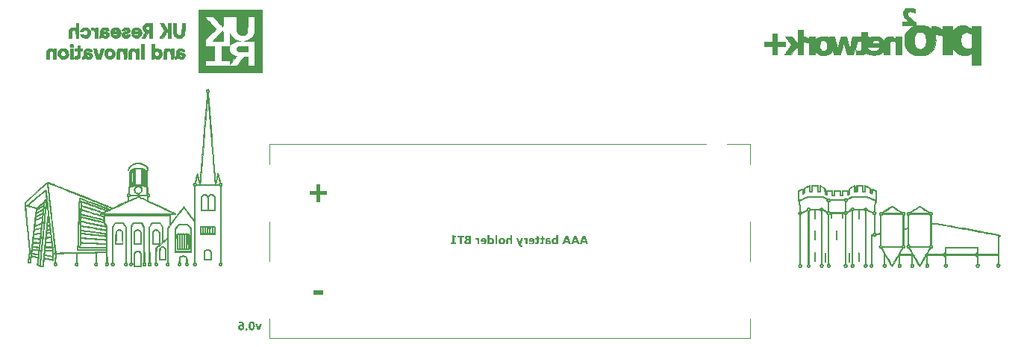
<source format=gbo>
%TF.GenerationSoftware,KiCad,Pcbnew,8.0.2-1*%
%TF.CreationDate,2024-07-01T17:17:08+01:00*%
%TF.ProjectId,solderbit-gamepad,736f6c64-6572-4626-9974-2d67616d6570,v0.6*%
%TF.SameCoordinates,Original*%
%TF.FileFunction,Legend,Bot*%
%TF.FilePolarity,Positive*%
%FSLAX46Y46*%
G04 Gerber Fmt 4.6, Leading zero omitted, Abs format (unit mm)*
G04 Created by KiCad (PCBNEW 8.0.2-1) date 2024-07-01 17:17:08*
%MOMM*%
%LPD*%
G01*
G04 APERTURE LIST*
%ADD10C,0.250000*%
%ADD11C,0.600000*%
%ADD12C,0.200000*%
%ADD13C,0.010000*%
%ADD14C,0.100000*%
G04 APERTURE END LIST*
D10*
G36*
X75238939Y-77626580D02*
G01*
X75500767Y-78330000D01*
X75747941Y-78330000D01*
X75997313Y-77626580D01*
X75765038Y-77626580D01*
X75642672Y-78060111D01*
X75630587Y-78108057D01*
X75621515Y-78158022D01*
X75618736Y-78185163D01*
X75616050Y-78185163D01*
X75608036Y-78134270D01*
X75596678Y-78086213D01*
X75590648Y-78064263D01*
X75465596Y-77626580D01*
X75238939Y-77626580D01*
G37*
G36*
X74877143Y-77332854D02*
G01*
X74927363Y-77342675D01*
X74973409Y-77359044D01*
X75023155Y-77387328D01*
X75066889Y-77425041D01*
X75098743Y-77463670D01*
X75104589Y-77472154D01*
X75131032Y-77518138D01*
X75152836Y-77570061D01*
X75170001Y-77627923D01*
X75180393Y-77678489D01*
X75187816Y-77732856D01*
X75192269Y-77791024D01*
X75193754Y-77852993D01*
X75192380Y-77912649D01*
X75188258Y-77968455D01*
X75181389Y-78020413D01*
X75171772Y-78068522D01*
X75152194Y-78133470D01*
X75126434Y-78189757D01*
X75094492Y-78237385D01*
X75056367Y-78276354D01*
X75012060Y-78306663D01*
X74961571Y-78328312D01*
X74904899Y-78341301D01*
X74842044Y-78345631D01*
X74799534Y-78343555D01*
X74749972Y-78335121D01*
X74695738Y-78316436D01*
X74647224Y-78288410D01*
X74604428Y-78251040D01*
X74573133Y-78212763D01*
X74567363Y-78204345D01*
X74541259Y-78158842D01*
X74519735Y-78107650D01*
X74502791Y-78050769D01*
X74492533Y-78001168D01*
X74485205Y-77947927D01*
X74480809Y-77891045D01*
X74479515Y-77837606D01*
X74700628Y-77837606D01*
X74701810Y-77897667D01*
X74705359Y-77951820D01*
X74713770Y-78014835D01*
X74726387Y-78067347D01*
X74748071Y-78118218D01*
X74782767Y-78157602D01*
X74835205Y-78173684D01*
X74888976Y-78158081D01*
X74924553Y-78119871D01*
X74946789Y-78070515D01*
X74959726Y-78019568D01*
X74968351Y-77958431D01*
X74971990Y-77905891D01*
X74973203Y-77847620D01*
X74973065Y-77826327D01*
X74971004Y-77766505D01*
X74966471Y-77712766D01*
X74956579Y-77650577D01*
X74942291Y-77599204D01*
X74918248Y-77550197D01*
X74880329Y-77513695D01*
X74832519Y-77501528D01*
X74781128Y-77517610D01*
X74747124Y-77556994D01*
X74725872Y-77607865D01*
X74713508Y-77660377D01*
X74705264Y-77723392D01*
X74701787Y-77777545D01*
X74700628Y-77837606D01*
X74479515Y-77837606D01*
X74479344Y-77830523D01*
X74480685Y-77769862D01*
X74484709Y-77713115D01*
X74491416Y-77660281D01*
X74500806Y-77611361D01*
X74519922Y-77545319D01*
X74545073Y-77488082D01*
X74576262Y-77439651D01*
X74613486Y-77400026D01*
X74656747Y-77369206D01*
X74706045Y-77347192D01*
X74761379Y-77333984D01*
X74822749Y-77329581D01*
X74877143Y-77332854D01*
G37*
G36*
X74248534Y-78345631D02*
G01*
X74297749Y-78337144D01*
X74337927Y-78311681D01*
X74365751Y-78270939D01*
X74373586Y-78227662D01*
X74363247Y-78178594D01*
X74336950Y-78143886D01*
X74292663Y-78118349D01*
X74245115Y-78111158D01*
X74194678Y-78119462D01*
X74154256Y-78144375D01*
X74125620Y-78186956D01*
X74118841Y-78227662D01*
X74129043Y-78277439D01*
X74154989Y-78312658D01*
X74199272Y-78338386D01*
X74248534Y-78345631D01*
G37*
G36*
X73568104Y-77330176D02*
G01*
X73628745Y-77336874D01*
X73685188Y-77351013D01*
X73737433Y-77372594D01*
X73785480Y-77401617D01*
X73829329Y-77438082D01*
X73868981Y-77481988D01*
X73897145Y-77521693D01*
X73921554Y-77564603D01*
X73942208Y-77610720D01*
X73959106Y-77660041D01*
X73972250Y-77712569D01*
X73981638Y-77768302D01*
X73987271Y-77827241D01*
X73989148Y-77889385D01*
X73988784Y-77916058D01*
X73985868Y-77967143D01*
X73978123Y-78026760D01*
X73965823Y-78081666D01*
X73948967Y-78131861D01*
X73927555Y-78177345D01*
X73895847Y-78225708D01*
X73877668Y-78247139D01*
X73837471Y-78283679D01*
X73792156Y-78311786D01*
X73741724Y-78331460D01*
X73686174Y-78342703D01*
X73635973Y-78345631D01*
X73617644Y-78345244D01*
X73565097Y-78339433D01*
X73516207Y-78326651D01*
X73470975Y-78306896D01*
X73429402Y-78280168D01*
X73391486Y-78246468D01*
X73379833Y-78233876D01*
X73349385Y-78193727D01*
X73325703Y-78150024D01*
X73308787Y-78102766D01*
X73298637Y-78051953D01*
X73295801Y-78006378D01*
X73507501Y-78006378D01*
X73508738Y-78033326D01*
X73518630Y-78081296D01*
X73542672Y-78127278D01*
X73547130Y-78132897D01*
X73586399Y-78163487D01*
X73635973Y-78173684D01*
X73646985Y-78173229D01*
X73695796Y-78157301D01*
X73731960Y-78121905D01*
X73745950Y-78098127D01*
X73762815Y-78048574D01*
X73767864Y-77996608D01*
X73767553Y-77984406D01*
X73757869Y-77932968D01*
X73732449Y-77887920D01*
X73730212Y-77885305D01*
X73687996Y-77854760D01*
X73637438Y-77845422D01*
X73614217Y-77846836D01*
X73563461Y-77864441D01*
X73528946Y-77902165D01*
X73512069Y-77951678D01*
X73507501Y-78006378D01*
X73295801Y-78006378D01*
X73295254Y-77997585D01*
X73295892Y-77971962D01*
X73302338Y-77915916D01*
X73315727Y-77865106D01*
X73336058Y-77819532D01*
X73367794Y-77773859D01*
X73372363Y-77768644D01*
X73412537Y-77732889D01*
X73459153Y-77707729D01*
X73512211Y-77693162D01*
X73563921Y-77689106D01*
X73596856Y-77690667D01*
X73649606Y-77700910D01*
X73696139Y-77720714D01*
X73736454Y-77750078D01*
X73770551Y-77789002D01*
X73774703Y-77789002D01*
X73774116Y-77772814D01*
X73768111Y-77719417D01*
X73755957Y-77671093D01*
X73734540Y-77622077D01*
X73705094Y-77579685D01*
X73673698Y-77549231D01*
X73627424Y-77521067D01*
X73580713Y-77506413D01*
X73528750Y-77501528D01*
X73517751Y-77501711D01*
X73464328Y-77508122D01*
X73413528Y-77523693D01*
X73365352Y-77548422D01*
X73365352Y-77360844D01*
X73386361Y-77351837D01*
X73435820Y-77338404D01*
X73488817Y-77331535D01*
X73542672Y-77329581D01*
X73568104Y-77330176D01*
G37*
D11*
G36*
X81827773Y-74299002D02*
G01*
X82955443Y-74299002D01*
X82955443Y-73830055D01*
X81827773Y-73830055D01*
X81827773Y-74299002D01*
G37*
G36*
X81377128Y-63001549D02*
G01*
X82170673Y-63001549D01*
X82170673Y-63802421D01*
X82586863Y-63802421D01*
X82586863Y-63001549D01*
X83384804Y-63001549D01*
X83384804Y-62583161D01*
X82586863Y-62583161D01*
X82586863Y-61785952D01*
X82170673Y-61785952D01*
X82170673Y-62583161D01*
X81377128Y-62583161D01*
X81377128Y-63001549D01*
G37*
D12*
G36*
X113008161Y-68580000D02*
G01*
X112767581Y-68580000D01*
X112698217Y-68359692D01*
X112347972Y-68359692D01*
X112277875Y-68580000D01*
X112036074Y-68580000D01*
X112175157Y-68189211D01*
X112398775Y-68189211D01*
X112650833Y-68189211D01*
X112543855Y-67856796D01*
X112533684Y-67819470D01*
X112526514Y-67771067D01*
X112521140Y-67771067D01*
X112516043Y-67810561D01*
X112504532Y-67859727D01*
X112398775Y-68189211D01*
X112175157Y-68189211D01*
X112386563Y-67595212D01*
X112649612Y-67595212D01*
X113008161Y-68580000D01*
G37*
G36*
X112024351Y-68580000D02*
G01*
X111783771Y-68580000D01*
X111714406Y-68359692D01*
X111364162Y-68359692D01*
X111294064Y-68580000D01*
X111052264Y-68580000D01*
X111191347Y-68189211D01*
X111414965Y-68189211D01*
X111667023Y-68189211D01*
X111560045Y-67856796D01*
X111549873Y-67819470D01*
X111542704Y-67771067D01*
X111537330Y-67771067D01*
X111532233Y-67810561D01*
X111520722Y-67859727D01*
X111414965Y-68189211D01*
X111191347Y-68189211D01*
X111402752Y-67595212D01*
X111665802Y-67595212D01*
X112024351Y-68580000D01*
G37*
G36*
X111040540Y-68580000D02*
G01*
X110799961Y-68580000D01*
X110730596Y-68359692D01*
X110380352Y-68359692D01*
X110310254Y-68580000D01*
X110068454Y-68580000D01*
X110207537Y-68189211D01*
X110431154Y-68189211D01*
X110683213Y-68189211D01*
X110576235Y-67856796D01*
X110566063Y-67819470D01*
X110558893Y-67771067D01*
X110553520Y-67771067D01*
X110548422Y-67810561D01*
X110536912Y-67859727D01*
X110431154Y-68189211D01*
X110207537Y-68189211D01*
X110418942Y-67595212D01*
X110681992Y-67595212D01*
X111040540Y-68580000D01*
G37*
G36*
X109586318Y-68580000D02*
G01*
X109369187Y-68580000D01*
X109369187Y-68496468D01*
X109366500Y-68496468D01*
X109353444Y-68514190D01*
X109318672Y-68548761D01*
X109271549Y-68576651D01*
X109223854Y-68590886D01*
X109170129Y-68595631D01*
X109118308Y-68591904D01*
X109070558Y-68580725D01*
X109019993Y-68558261D01*
X108974968Y-68525654D01*
X108940785Y-68489630D01*
X108920635Y-68462049D01*
X108895447Y-68416629D01*
X108876304Y-68366348D01*
X108863207Y-68311207D01*
X108856910Y-68261544D01*
X108854917Y-68211193D01*
X109077316Y-68211193D01*
X109077477Y-68224044D01*
X109082165Y-68277294D01*
X109094988Y-68327669D01*
X109118349Y-68372393D01*
X109137784Y-68394567D01*
X109182310Y-68421299D01*
X109233143Y-68429302D01*
X109244401Y-68428913D01*
X109294959Y-68415314D01*
X109333527Y-68385094D01*
X109344785Y-68370642D01*
X109366156Y-68324213D01*
X109372606Y-68273230D01*
X109372606Y-68201667D01*
X109370561Y-68169090D01*
X109357538Y-68119768D01*
X109329863Y-68075638D01*
X109315881Y-68061706D01*
X109270895Y-68035259D01*
X109221420Y-68027278D01*
X109200524Y-68028471D01*
X109153508Y-68042734D01*
X109114685Y-68076127D01*
X109094979Y-68110201D01*
X109080966Y-68160851D01*
X109077316Y-68211193D01*
X108854917Y-68211193D01*
X108854811Y-68208506D01*
X108857396Y-68150369D01*
X108865149Y-68097040D01*
X108878072Y-68048519D01*
X108899682Y-67997990D01*
X108928328Y-67954005D01*
X108947681Y-67932195D01*
X108986231Y-67901025D01*
X109030741Y-67878760D01*
X109081213Y-67865401D01*
X109137644Y-67860949D01*
X109146859Y-67861069D01*
X109199352Y-67866839D01*
X109247054Y-67881265D01*
X109296650Y-67909034D01*
X109333971Y-67942213D01*
X109366500Y-67984047D01*
X109369187Y-67984047D01*
X109369187Y-67532686D01*
X109586318Y-67532686D01*
X109586318Y-68580000D01*
G37*
G36*
X108489830Y-67862666D02*
G01*
X108538878Y-67868522D01*
X108591273Y-67878534D01*
X108619598Y-67885318D01*
X108669240Y-67900018D01*
X108715348Y-67919078D01*
X108715348Y-68079790D01*
X108686822Y-68063132D01*
X108635963Y-68039325D01*
X108583912Y-68022320D01*
X108530670Y-68012117D01*
X108476235Y-68008715D01*
X108440209Y-68011494D01*
X108390750Y-68030501D01*
X108358998Y-68072738D01*
X108351182Y-68122533D01*
X108542180Y-68147934D01*
X108585524Y-68155357D01*
X108636683Y-68169970D01*
X108689974Y-68195813D01*
X108731422Y-68230076D01*
X108761029Y-68272759D01*
X108778792Y-68323862D01*
X108784713Y-68383384D01*
X108784198Y-68401134D01*
X108776470Y-68450314D01*
X108757007Y-68497798D01*
X108726095Y-68537745D01*
X108710700Y-68551312D01*
X108666269Y-68577316D01*
X108619021Y-68591052D01*
X108564895Y-68595631D01*
X108523199Y-68592751D01*
X108470396Y-68579042D01*
X108424090Y-68554042D01*
X108384283Y-68517753D01*
X108355334Y-68477662D01*
X108352648Y-68477662D01*
X108352648Y-68580000D01*
X108147240Y-68580000D01*
X108147240Y-68293991D01*
X108351182Y-68293991D01*
X108351522Y-68305796D01*
X108362074Y-68355778D01*
X108389773Y-68399993D01*
X108397162Y-68407456D01*
X108440099Y-68433764D01*
X108489180Y-68441758D01*
X108514892Y-68439468D01*
X108559033Y-68418311D01*
X108570253Y-68405656D01*
X108584678Y-68357983D01*
X108569806Y-68306646D01*
X108530044Y-68276242D01*
X108478921Y-68263217D01*
X108351182Y-68246852D01*
X108351182Y-68293991D01*
X108147240Y-68293991D01*
X108147240Y-68160390D01*
X108149884Y-68106877D01*
X108157818Y-68058627D01*
X108176625Y-68002482D01*
X108204835Y-67955694D01*
X108242448Y-67918264D01*
X108289465Y-67890191D01*
X108345885Y-67871476D01*
X108394371Y-67863580D01*
X108448147Y-67860949D01*
X108489830Y-67862666D01*
G37*
G36*
X107553974Y-68568764D02*
G01*
X107601130Y-68586159D01*
X107653625Y-68593952D01*
X107699054Y-68595631D01*
X107752806Y-68591918D01*
X107809918Y-68576833D01*
X107855832Y-68550144D01*
X107890547Y-68511851D01*
X107914064Y-68461954D01*
X107924814Y-68413682D01*
X107928398Y-68357983D01*
X107928398Y-68036559D01*
X108042459Y-68036559D01*
X108042459Y-67876580D01*
X107928398Y-67876580D01*
X107928398Y-67720997D01*
X107711999Y-67657739D01*
X107711999Y-67876580D01*
X107553974Y-67876580D01*
X107553974Y-68036559D01*
X107711999Y-68036559D01*
X107711999Y-68319881D01*
X107705102Y-68372775D01*
X107677938Y-68413914D01*
X107630169Y-68429195D01*
X107624804Y-68429302D01*
X107576528Y-68419258D01*
X107553974Y-68408053D01*
X107553974Y-68568764D01*
G37*
G36*
X107009801Y-68568764D02*
G01*
X107056957Y-68586159D01*
X107109452Y-68593952D01*
X107154881Y-68595631D01*
X107208633Y-68591918D01*
X107265745Y-68576833D01*
X107311659Y-68550144D01*
X107346374Y-68511851D01*
X107369891Y-68461954D01*
X107380641Y-68413682D01*
X107384225Y-68357983D01*
X107384225Y-68036559D01*
X107498286Y-68036559D01*
X107498286Y-67876580D01*
X107384225Y-67876580D01*
X107384225Y-67720997D01*
X107167826Y-67657739D01*
X107167826Y-67876580D01*
X107009801Y-67876580D01*
X107009801Y-68036559D01*
X107167826Y-68036559D01*
X107167826Y-68319881D01*
X107160929Y-68372775D01*
X107133765Y-68413914D01*
X107085996Y-68429195D01*
X107080631Y-68429302D01*
X107032355Y-68419258D01*
X107009801Y-68408053D01*
X107009801Y-68568764D01*
G37*
G36*
X106604174Y-67861347D02*
G01*
X106657114Y-67867329D01*
X106706756Y-67880490D01*
X106753101Y-67900829D01*
X106796149Y-67928346D01*
X106835900Y-67963042D01*
X106859713Y-67989638D01*
X106889480Y-68033782D01*
X106912103Y-68083026D01*
X106927582Y-68137371D01*
X106935024Y-68186555D01*
X106937505Y-68239281D01*
X106936678Y-68270181D01*
X106931628Y-68318782D01*
X106919506Y-68372317D01*
X106900773Y-68420631D01*
X106875428Y-68463725D01*
X106843471Y-68501598D01*
X106825168Y-68518402D01*
X106784530Y-68547053D01*
X106738517Y-68569092D01*
X106687129Y-68584520D01*
X106630365Y-68593335D01*
X106578956Y-68595631D01*
X106522573Y-68593845D01*
X106470295Y-68588487D01*
X106422121Y-68579557D01*
X106371105Y-68564624D01*
X106325676Y-68544829D01*
X106325676Y-68392421D01*
X106331199Y-68395456D01*
X106377357Y-68416270D01*
X106427026Y-68430917D01*
X106480207Y-68439397D01*
X106529619Y-68441758D01*
X106540825Y-68441611D01*
X106591844Y-68436469D01*
X106642047Y-68420601D01*
X106685424Y-68388717D01*
X106712439Y-68342435D01*
X106722571Y-68291304D01*
X106263639Y-68291304D01*
X106263639Y-68199958D01*
X106265848Y-68157948D01*
X106464895Y-68157948D01*
X106724036Y-68157948D01*
X106721495Y-68142164D01*
X106705266Y-68092208D01*
X106677630Y-68050481D01*
X106675235Y-68047821D01*
X106635987Y-68018058D01*
X106587260Y-68007250D01*
X106572443Y-68007839D01*
X106522732Y-68021967D01*
X106485090Y-68060377D01*
X106469197Y-68106734D01*
X106464895Y-68157948D01*
X106265848Y-68157948D01*
X106266601Y-68143623D01*
X106275488Y-68091857D01*
X106290300Y-68044659D01*
X106315069Y-67995368D01*
X106347903Y-67952295D01*
X106381866Y-67921252D01*
X106427697Y-67893152D01*
X106480213Y-67873794D01*
X106530548Y-67864160D01*
X106585795Y-67860949D01*
X106604174Y-67861347D01*
G37*
G36*
X105679654Y-68070020D02*
G01*
X105727791Y-68052641D01*
X105771001Y-68048527D01*
X105819762Y-68055877D01*
X105862741Y-68080429D01*
X105881643Y-68100795D01*
X105905903Y-68145102D01*
X105918305Y-68195010D01*
X105921454Y-68242456D01*
X105921454Y-68580000D01*
X106138586Y-68580000D01*
X106138586Y-67876580D01*
X105921454Y-67876580D01*
X105921454Y-68004563D01*
X105918768Y-68004563D01*
X105896540Y-67955757D01*
X105863271Y-67911578D01*
X105822101Y-67881144D01*
X105773031Y-67864455D01*
X105733143Y-67860949D01*
X105683403Y-67867769D01*
X105679654Y-67869253D01*
X105679654Y-68070020D01*
G37*
G36*
X104856311Y-67876580D02*
G01*
X105142076Y-68646189D01*
X105162318Y-68695818D01*
X105184393Y-68740565D01*
X105216679Y-68792635D01*
X105252224Y-68836026D01*
X105291028Y-68870739D01*
X105333092Y-68896774D01*
X105390254Y-68917114D01*
X105439650Y-68923622D01*
X105452508Y-68923893D01*
X105503565Y-68922046D01*
X105555273Y-68915101D01*
X105582445Y-68908262D01*
X105582445Y-68736315D01*
X105534307Y-68753467D01*
X105488168Y-68758297D01*
X105436575Y-68748830D01*
X105393985Y-68716911D01*
X105371420Y-68678185D01*
X105334295Y-68589525D01*
X105620059Y-67876580D01*
X105379724Y-67876580D01*
X105248565Y-68313531D01*
X105236329Y-68363857D01*
X105229270Y-68409518D01*
X105226584Y-68409518D01*
X105216271Y-68359458D01*
X105203869Y-68314752D01*
X105071245Y-67876580D01*
X104856311Y-67876580D01*
G37*
G36*
X103711545Y-68580000D02*
G01*
X103927944Y-68580000D01*
X103927944Y-68181395D01*
X103931903Y-68129019D01*
X103946527Y-68081610D01*
X103981164Y-68042328D01*
X104033613Y-68027428D01*
X104040540Y-68027278D01*
X104089803Y-68036777D01*
X104129512Y-68065274D01*
X104134085Y-68070509D01*
X104159681Y-68115961D01*
X104169431Y-68167679D01*
X104169745Y-68179930D01*
X104169745Y-68580000D01*
X104386877Y-68580000D01*
X104386877Y-67532686D01*
X104169745Y-67532686D01*
X104169745Y-67982581D01*
X104167058Y-67982581D01*
X104135116Y-67941245D01*
X104092814Y-67903829D01*
X104045089Y-67878053D01*
X103991942Y-67863918D01*
X103950659Y-67860949D01*
X103894617Y-67865448D01*
X103846047Y-67878946D01*
X103795842Y-67908474D01*
X103757313Y-67952062D01*
X103734896Y-67997056D01*
X103719952Y-68051049D01*
X103712479Y-68114040D01*
X103711545Y-68148911D01*
X103711545Y-68580000D01*
G37*
G36*
X103232552Y-67861812D02*
G01*
X103284181Y-67867085D01*
X103341414Y-67879742D01*
X103393495Y-67899302D01*
X103440424Y-67925766D01*
X103482201Y-67959134D01*
X103506645Y-67984860D01*
X103537199Y-68027870D01*
X103560420Y-68076188D01*
X103576308Y-68129811D01*
X103583947Y-68178551D01*
X103586493Y-68230976D01*
X103585608Y-68261914D01*
X103580204Y-68310737D01*
X103567232Y-68364807D01*
X103547185Y-68413949D01*
X103520063Y-68458161D01*
X103485865Y-68497445D01*
X103459532Y-68520458D01*
X103415626Y-68549223D01*
X103366430Y-68571085D01*
X103311945Y-68586043D01*
X103262500Y-68593234D01*
X103209382Y-68595631D01*
X103176573Y-68594742D01*
X103124859Y-68589311D01*
X103067697Y-68576277D01*
X103015877Y-68556132D01*
X102969397Y-68528878D01*
X102928258Y-68494515D01*
X102904158Y-68468033D01*
X102874034Y-68424032D01*
X102851139Y-68374897D01*
X102835474Y-68320626D01*
X102827943Y-68271478D01*
X102825630Y-68222916D01*
X103046716Y-68222916D01*
X103046869Y-68235614D01*
X103052203Y-68293055D01*
X103068664Y-68348682D01*
X103101737Y-68395240D01*
X103149748Y-68422046D01*
X103202787Y-68429302D01*
X103231988Y-68427535D01*
X103281774Y-68413401D01*
X103325336Y-68379049D01*
X103350229Y-68334292D01*
X103362197Y-68286198D01*
X103366186Y-68228290D01*
X103366144Y-68222333D01*
X103362036Y-68172543D01*
X103349585Y-68125288D01*
X103323688Y-68079790D01*
X103300179Y-68056816D01*
X103252862Y-68033483D01*
X103204009Y-68027278D01*
X103194331Y-68027469D01*
X103142720Y-68036640D01*
X103096484Y-68064724D01*
X103065302Y-68111532D01*
X103050556Y-68166556D01*
X103046716Y-68222916D01*
X102825630Y-68222916D01*
X102825432Y-68218764D01*
X102825821Y-68198831D01*
X102831660Y-68141996D01*
X102844506Y-68089609D01*
X102864358Y-68041669D01*
X102891217Y-67998178D01*
X102925083Y-67959134D01*
X102951175Y-67936122D01*
X102994735Y-67907357D01*
X103043602Y-67885495D01*
X103097775Y-67870537D01*
X103146973Y-67863346D01*
X103199856Y-67860949D01*
X103232552Y-67861812D01*
G37*
G36*
X102471769Y-68580000D02*
G01*
X102688900Y-68580000D01*
X102688900Y-67532686D01*
X102471769Y-67532686D01*
X102471769Y-68580000D01*
G37*
G36*
X101820129Y-67958646D02*
G01*
X101822815Y-67958646D01*
X101829853Y-67946815D01*
X101864413Y-67907126D01*
X101909231Y-67879648D01*
X101956863Y-67865624D01*
X102012348Y-67860949D01*
X102064271Y-67864632D01*
X102112331Y-67875683D01*
X102163517Y-67897888D01*
X102209443Y-67930120D01*
X102244623Y-67965729D01*
X102265345Y-67992943D01*
X102291248Y-68037814D01*
X102310935Y-68087545D01*
X102324404Y-68142136D01*
X102330880Y-68191341D01*
X102333039Y-68243921D01*
X102332960Y-68254245D01*
X102330214Y-68303710D01*
X102321739Y-68358330D01*
X102307613Y-68407781D01*
X102283993Y-68458940D01*
X102252683Y-68503063D01*
X102231788Y-68524759D01*
X102191348Y-68555765D01*
X102145976Y-68577913D01*
X102095672Y-68591202D01*
X102040436Y-68595631D01*
X101997320Y-68592840D01*
X101942628Y-68579557D01*
X101894551Y-68555334D01*
X101853089Y-68520171D01*
X101822815Y-68481325D01*
X101820129Y-68481325D01*
X101820129Y-68580000D01*
X101602997Y-68580000D01*
X101602997Y-68185303D01*
X101815976Y-68185303D01*
X101815976Y-68237815D01*
X101819261Y-68283765D01*
X101832196Y-68332631D01*
X101857498Y-68376789D01*
X101873927Y-68394635D01*
X101915415Y-68420635D01*
X101964965Y-68429302D01*
X101989920Y-68427559D01*
X102036745Y-68411822D01*
X102073653Y-68379720D01*
X102095902Y-68340472D01*
X102108915Y-68291239D01*
X102112732Y-68237815D01*
X102112573Y-68225706D01*
X102107941Y-68175277D01*
X102095271Y-68127039D01*
X102072187Y-68083454D01*
X102052941Y-68061565D01*
X102009199Y-68035178D01*
X101959591Y-68027278D01*
X101943971Y-68027980D01*
X101895251Y-68041497D01*
X101855788Y-68072219D01*
X101844319Y-68086829D01*
X101822547Y-68133766D01*
X101815976Y-68185303D01*
X101602997Y-68185303D01*
X101602997Y-67532686D01*
X101820129Y-67532686D01*
X101820129Y-67958646D01*
G37*
G36*
X101133135Y-67861347D02*
G01*
X101186074Y-67867329D01*
X101235717Y-67880490D01*
X101282062Y-67900829D01*
X101325109Y-67928346D01*
X101364860Y-67963042D01*
X101388674Y-67989638D01*
X101418441Y-68033782D01*
X101441064Y-68083026D01*
X101456543Y-68137371D01*
X101463984Y-68186555D01*
X101466465Y-68239281D01*
X101465638Y-68270181D01*
X101460588Y-68318782D01*
X101448466Y-68372317D01*
X101429733Y-68420631D01*
X101404388Y-68463725D01*
X101372431Y-68501598D01*
X101354128Y-68518402D01*
X101313490Y-68547053D01*
X101267477Y-68569092D01*
X101216089Y-68584520D01*
X101159326Y-68593335D01*
X101107916Y-68595631D01*
X101051534Y-68593845D01*
X100999255Y-68588487D01*
X100951081Y-68579557D01*
X100900066Y-68564624D01*
X100854637Y-68544829D01*
X100854637Y-68392421D01*
X100860160Y-68395456D01*
X100906318Y-68416270D01*
X100955987Y-68430917D01*
X101009167Y-68439397D01*
X101058579Y-68441758D01*
X101069785Y-68441611D01*
X101120804Y-68436469D01*
X101171007Y-68420601D01*
X101214384Y-68388717D01*
X101241399Y-68342435D01*
X101251531Y-68291304D01*
X100792599Y-68291304D01*
X100792599Y-68199958D01*
X100794808Y-68157948D01*
X100993855Y-68157948D01*
X101252997Y-68157948D01*
X101250455Y-68142164D01*
X101234226Y-68092208D01*
X101206591Y-68050481D01*
X101204195Y-68047821D01*
X101164947Y-68018058D01*
X101116221Y-68007250D01*
X101101403Y-68007839D01*
X101051692Y-68021967D01*
X101014050Y-68060377D01*
X100998157Y-68106734D01*
X100993855Y-68157948D01*
X100794808Y-68157948D01*
X100795561Y-68143623D01*
X100804449Y-68091857D01*
X100819261Y-68044659D01*
X100844029Y-67995368D01*
X100876863Y-67952295D01*
X100910826Y-67921252D01*
X100956657Y-67893152D01*
X101009174Y-67873794D01*
X101059509Y-67864160D01*
X101114755Y-67860949D01*
X101133135Y-67861347D01*
G37*
G36*
X100208614Y-68070020D02*
G01*
X100256751Y-68052641D01*
X100299961Y-68048527D01*
X100348722Y-68055877D01*
X100391701Y-68080429D01*
X100410603Y-68100795D01*
X100434863Y-68145102D01*
X100447266Y-68195010D01*
X100450415Y-68242456D01*
X100450415Y-68580000D01*
X100667547Y-68580000D01*
X100667547Y-67876580D01*
X100450415Y-67876580D01*
X100450415Y-68004563D01*
X100447728Y-68004563D01*
X100425500Y-67955757D01*
X100392231Y-67911578D01*
X100351061Y-67881144D01*
X100301991Y-67864455D01*
X100262103Y-67860949D01*
X100212363Y-67867769D01*
X100208614Y-67869253D01*
X100208614Y-68070020D01*
G37*
G36*
X99703520Y-68580000D02*
G01*
X99324944Y-68580000D01*
X99304277Y-68579687D01*
X99255030Y-68576166D01*
X99200499Y-68566778D01*
X99150948Y-68551757D01*
X99106377Y-68531103D01*
X99060673Y-68499888D01*
X99032739Y-68473399D01*
X99001585Y-68431687D01*
X98979711Y-68384575D01*
X98967117Y-68332063D01*
X98963709Y-68282756D01*
X98963813Y-68280314D01*
X99197205Y-68280314D01*
X99197589Y-68291941D01*
X99209543Y-68340013D01*
X99240924Y-68380209D01*
X99264753Y-68396130D01*
X99312396Y-68412301D01*
X99361336Y-68416601D01*
X99481503Y-68416601D01*
X99481503Y-68150865D01*
X99359870Y-68150865D01*
X99332221Y-68152076D01*
X99284136Y-68161761D01*
X99240191Y-68185303D01*
X99237547Y-68187481D01*
X99206650Y-68229269D01*
X99197205Y-68280314D01*
X98963813Y-68280314D01*
X98964693Y-68259755D01*
X98974108Y-68211268D01*
X98996262Y-68162697D01*
X99026723Y-68123754D01*
X99051748Y-68101045D01*
X99094855Y-68073873D01*
X99144647Y-68054969D01*
X99194518Y-68045108D01*
X99194518Y-68042421D01*
X99184162Y-68039411D01*
X99135877Y-68020153D01*
X99093411Y-67993882D01*
X99056765Y-67960600D01*
X99028300Y-67921750D01*
X99009166Y-67874607D01*
X99007904Y-67864368D01*
X99236284Y-67864368D01*
X99244978Y-67912178D01*
X99275851Y-67953517D01*
X99286143Y-67961130D01*
X99332966Y-67980640D01*
X99384050Y-67986001D01*
X99481503Y-67986001D01*
X99481503Y-67758611D01*
X99398461Y-67758611D01*
X99388483Y-67758714D01*
X99335269Y-67763671D01*
X99287597Y-67778853D01*
X99249112Y-67813245D01*
X99236284Y-67864368D01*
X99007904Y-67864368D01*
X99002787Y-67822847D01*
X99005904Y-67783898D01*
X99022268Y-67731914D01*
X99052659Y-67687658D01*
X99091448Y-67654808D01*
X99097063Y-67651141D01*
X99140540Y-67628735D01*
X99191310Y-67612032D01*
X99240632Y-67602254D01*
X99295312Y-67596667D01*
X99344972Y-67595212D01*
X99703520Y-67595212D01*
X99703520Y-68580000D01*
G37*
G36*
X98148182Y-67775952D02*
G01*
X98429061Y-67775952D01*
X98429061Y-68580000D01*
X98651566Y-68580000D01*
X98651566Y-67775952D01*
X98931224Y-67775952D01*
X98931224Y-67595212D01*
X98148182Y-67595212D01*
X98148182Y-67775952D01*
G37*
G36*
X97392983Y-68580000D02*
G01*
X98016046Y-68580000D01*
X98016046Y-68408053D01*
X97812103Y-68408053D01*
X97812103Y-67782791D01*
X98021420Y-67829685D01*
X98021420Y-67657739D01*
X97595704Y-67579581D01*
X97595704Y-68408053D01*
X97392983Y-68408053D01*
X97392983Y-68580000D01*
G37*
D13*
X141216219Y-68020497D02*
X141120969Y-68006969D01*
X141120969Y-67054469D01*
X141168594Y-67047705D01*
X141216219Y-67040942D01*
X141216219Y-68020497D01*
G36*
X141216219Y-68020497D02*
G01*
X141120969Y-68006969D01*
X141120969Y-67054469D01*
X141168594Y-67047705D01*
X141216219Y-67040942D01*
X141216219Y-68020497D01*
G37*
X140591569Y-65097103D02*
X140606404Y-65103987D01*
X140615775Y-65124554D01*
X140620926Y-65165965D01*
X140623103Y-65235383D01*
X140623552Y-65339969D01*
X140623457Y-65399480D01*
X140622259Y-65484785D01*
X140618682Y-65538666D01*
X140611480Y-65568285D01*
X140599408Y-65580804D01*
X140581219Y-65583386D01*
X140570869Y-65582836D01*
X140556034Y-65575952D01*
X140546663Y-65555385D01*
X140541512Y-65513973D01*
X140539334Y-65444556D01*
X140538885Y-65339969D01*
X140538981Y-65280458D01*
X140540178Y-65195154D01*
X140543755Y-65141273D01*
X140550957Y-65111653D01*
X140563030Y-65099134D01*
X140581219Y-65096553D01*
X140591569Y-65097103D01*
G36*
X140591569Y-65097103D02*
G01*
X140606404Y-65103987D01*
X140615775Y-65124554D01*
X140620926Y-65165965D01*
X140623103Y-65235383D01*
X140623552Y-65339969D01*
X140623457Y-65399480D01*
X140622259Y-65484785D01*
X140618682Y-65538666D01*
X140611480Y-65568285D01*
X140599408Y-65580804D01*
X140581219Y-65583386D01*
X140570869Y-65582836D01*
X140556034Y-65575952D01*
X140546663Y-65555385D01*
X140541512Y-65513973D01*
X140539334Y-65444556D01*
X140538885Y-65339969D01*
X140538981Y-65280458D01*
X140540178Y-65195154D01*
X140543755Y-65141273D01*
X140550957Y-65111653D01*
X140563030Y-65099134D01*
X140581219Y-65096553D01*
X140591569Y-65097103D01*
G37*
X141840402Y-65097103D02*
X141855237Y-65103987D01*
X141864608Y-65124554D01*
X141869759Y-65165965D01*
X141871937Y-65235383D01*
X141872385Y-65339969D01*
X141872290Y-65399480D01*
X141871093Y-65484785D01*
X141867516Y-65538666D01*
X141860314Y-65568285D01*
X141848241Y-65580804D01*
X141830052Y-65583386D01*
X141819702Y-65582836D01*
X141804867Y-65575952D01*
X141795496Y-65555385D01*
X141790345Y-65513973D01*
X141788168Y-65444556D01*
X141787719Y-65339969D01*
X141787814Y-65280458D01*
X141789012Y-65195154D01*
X141792589Y-65141273D01*
X141799791Y-65111653D01*
X141811863Y-65099134D01*
X141830052Y-65096553D01*
X141840402Y-65097103D01*
G36*
X141840402Y-65097103D02*
G01*
X141855237Y-65103987D01*
X141864608Y-65124554D01*
X141869759Y-65165965D01*
X141871937Y-65235383D01*
X141872385Y-65339969D01*
X141872290Y-65399480D01*
X141871093Y-65484785D01*
X141867516Y-65538666D01*
X141860314Y-65568285D01*
X141848241Y-65580804D01*
X141830052Y-65583386D01*
X141819702Y-65582836D01*
X141804867Y-65575952D01*
X141795496Y-65555385D01*
X141790345Y-65513973D01*
X141788168Y-65444556D01*
X141787719Y-65339969D01*
X141787814Y-65280458D01*
X141789012Y-65195154D01*
X141792589Y-65141273D01*
X141799791Y-65111653D01*
X141811863Y-65099134D01*
X141830052Y-65096553D01*
X141840402Y-65097103D01*
G37*
X143681546Y-69527871D02*
X143692244Y-69537542D01*
X143700328Y-69558825D01*
X143706150Y-69596840D01*
X143710064Y-69656706D01*
X143712422Y-69743543D01*
X143713579Y-69862471D01*
X143713885Y-70018610D01*
X143713885Y-70496997D01*
X143666260Y-70490233D01*
X143666034Y-70490201D01*
X143650409Y-70487020D01*
X143638594Y-70478954D01*
X143629976Y-70460652D01*
X143623944Y-70426765D01*
X143619886Y-70371944D01*
X143617190Y-70290840D01*
X143615244Y-70178104D01*
X143613437Y-70028386D01*
X143612991Y-69979843D01*
X143612922Y-69847875D01*
X143614494Y-69731634D01*
X143617519Y-69637768D01*
X143621810Y-69572926D01*
X143627176Y-69543760D01*
X143641490Y-69530587D01*
X143679999Y-69527221D01*
X143681546Y-69527871D01*
G36*
X143681546Y-69527871D02*
G01*
X143692244Y-69537542D01*
X143700328Y-69558825D01*
X143706150Y-69596840D01*
X143710064Y-69656706D01*
X143712422Y-69743543D01*
X143713579Y-69862471D01*
X143713885Y-70018610D01*
X143713885Y-70496997D01*
X143666260Y-70490233D01*
X143666034Y-70490201D01*
X143650409Y-70487020D01*
X143638594Y-70478954D01*
X143629976Y-70460652D01*
X143623944Y-70426765D01*
X143619886Y-70371944D01*
X143617190Y-70290840D01*
X143615244Y-70178104D01*
X143613437Y-70028386D01*
X143612991Y-69979843D01*
X143612922Y-69847875D01*
X143614494Y-69731634D01*
X143617519Y-69637768D01*
X143621810Y-69572926D01*
X143627176Y-69543760D01*
X143641490Y-69530587D01*
X143679999Y-69527221D01*
X143681546Y-69527871D01*
G37*
X139852394Y-69571537D02*
X139876717Y-69587688D01*
X139883906Y-69599313D01*
X139891731Y-69634002D01*
X139897404Y-69694189D01*
X139901163Y-69784078D01*
X139903244Y-69907875D01*
X139903885Y-70069783D01*
X139903780Y-70124533D01*
X139902636Y-70255048D01*
X139900392Y-70368616D01*
X139897246Y-70458890D01*
X139893397Y-70519525D01*
X139889043Y-70544173D01*
X139879047Y-70550095D01*
X139841418Y-70552715D01*
X139830979Y-70546228D01*
X139822508Y-70527265D01*
X139816089Y-70490923D01*
X139811320Y-70432212D01*
X139807804Y-70346139D01*
X139805140Y-70227714D01*
X139802929Y-70071947D01*
X139801682Y-69940791D01*
X139801802Y-69804036D01*
X139804453Y-69702624D01*
X139810237Y-69632611D01*
X139819755Y-69590055D01*
X139833607Y-69571011D01*
X139852394Y-69571537D01*
G36*
X139852394Y-69571537D02*
G01*
X139876717Y-69587688D01*
X139883906Y-69599313D01*
X139891731Y-69634002D01*
X139897404Y-69694189D01*
X139901163Y-69784078D01*
X139903244Y-69907875D01*
X139903885Y-70069783D01*
X139903780Y-70124533D01*
X139902636Y-70255048D01*
X139900392Y-70368616D01*
X139897246Y-70458890D01*
X139893397Y-70519525D01*
X139889043Y-70544173D01*
X139879047Y-70550095D01*
X139841418Y-70552715D01*
X139830979Y-70546228D01*
X139822508Y-70527265D01*
X139816089Y-70490923D01*
X139811320Y-70432212D01*
X139807804Y-70346139D01*
X139805140Y-70227714D01*
X139802929Y-70071947D01*
X139801682Y-69940791D01*
X139801802Y-69804036D01*
X139804453Y-69702624D01*
X139810237Y-69632611D01*
X139819755Y-69590055D01*
X139833607Y-69571011D01*
X139852394Y-69571537D01*
G37*
X142561727Y-69571537D02*
X142586051Y-69587688D01*
X142593240Y-69599313D01*
X142601064Y-69634002D01*
X142606737Y-69694189D01*
X142610496Y-69784078D01*
X142612578Y-69907875D01*
X142613219Y-70069783D01*
X142613114Y-70124533D01*
X142611970Y-70255048D01*
X142609725Y-70368616D01*
X142606579Y-70458890D01*
X142602730Y-70519525D01*
X142598376Y-70544173D01*
X142588380Y-70550095D01*
X142550751Y-70552715D01*
X142540312Y-70546228D01*
X142531841Y-70527265D01*
X142525422Y-70490923D01*
X142520654Y-70432212D01*
X142517137Y-70346139D01*
X142514473Y-70227714D01*
X142512262Y-70071947D01*
X142511015Y-69940791D01*
X142511135Y-69804036D01*
X142513786Y-69702624D01*
X142519570Y-69632611D01*
X142529088Y-69590055D01*
X142542940Y-69571011D01*
X142561727Y-69571537D01*
G36*
X142561727Y-69571537D02*
G01*
X142586051Y-69587688D01*
X142593240Y-69599313D01*
X142601064Y-69634002D01*
X142606737Y-69694189D01*
X142610496Y-69784078D01*
X142612578Y-69907875D01*
X142613219Y-70069783D01*
X142613114Y-70124533D01*
X142611970Y-70255048D01*
X142609725Y-70368616D01*
X142606579Y-70458890D01*
X142602730Y-70519525D01*
X142598376Y-70544173D01*
X142588380Y-70550095D01*
X142550751Y-70552715D01*
X142540312Y-70546228D01*
X142531841Y-70527265D01*
X142525422Y-70490923D01*
X142520654Y-70432212D01*
X142517137Y-70346139D01*
X142514473Y-70227714D01*
X142512262Y-70071947D01*
X142511015Y-69940791D01*
X142511135Y-69804036D01*
X142513786Y-69702624D01*
X142519570Y-69632611D01*
X142529088Y-69590055D01*
X142542940Y-69571011D01*
X142561727Y-69571537D01*
G37*
X138701667Y-64728782D02*
X138704419Y-64736996D01*
X138708957Y-64781325D01*
X138712845Y-64858503D01*
X138715878Y-64962451D01*
X138717849Y-65087094D01*
X138718552Y-65226354D01*
X138718465Y-65339851D01*
X138717853Y-65469072D01*
X138716323Y-65564402D01*
X138713493Y-65630804D01*
X138708980Y-65673240D01*
X138702400Y-65696671D01*
X138693372Y-65706060D01*
X138681510Y-65706369D01*
X138675919Y-65704800D01*
X138665109Y-65696055D01*
X138656897Y-65675978D01*
X138650825Y-65639404D01*
X138646434Y-65581163D01*
X138643266Y-65496091D01*
X138640861Y-65379019D01*
X138638762Y-65224781D01*
X138637567Y-65096066D01*
X138637587Y-64960503D01*
X138639574Y-64860424D01*
X138643685Y-64791954D01*
X138650080Y-64751215D01*
X138658918Y-64734330D01*
X138670810Y-64728769D01*
X138701667Y-64728782D01*
G36*
X138701667Y-64728782D02*
G01*
X138704419Y-64736996D01*
X138708957Y-64781325D01*
X138712845Y-64858503D01*
X138715878Y-64962451D01*
X138717849Y-65087094D01*
X138718552Y-65226354D01*
X138718465Y-65339851D01*
X138717853Y-65469072D01*
X138716323Y-65564402D01*
X138713493Y-65630804D01*
X138708980Y-65673240D01*
X138702400Y-65696671D01*
X138693372Y-65706060D01*
X138681510Y-65706369D01*
X138675919Y-65704800D01*
X138665109Y-65696055D01*
X138656897Y-65675978D01*
X138650825Y-65639404D01*
X138646434Y-65581163D01*
X138643266Y-65496091D01*
X138640861Y-65379019D01*
X138638762Y-65224781D01*
X138637567Y-65096066D01*
X138637587Y-64960503D01*
X138639574Y-64860424D01*
X138643685Y-64791954D01*
X138650080Y-64751215D01*
X138658918Y-64734330D01*
X138670810Y-64728769D01*
X138701667Y-64728782D01*
G37*
X143684715Y-64730054D02*
X143688801Y-64732659D01*
X143697653Y-64749830D01*
X143704257Y-64785794D01*
X143708897Y-64845257D01*
X143711858Y-64932925D01*
X143713426Y-65053506D01*
X143713885Y-65211706D01*
X143713753Y-65276075D01*
X143712618Y-65407259D01*
X143710471Y-65521125D01*
X143707493Y-65611418D01*
X143703867Y-65671886D01*
X143699774Y-65696275D01*
X143688296Y-65704845D01*
X143649647Y-65706867D01*
X143620900Y-65676905D01*
X143619924Y-65673098D01*
X143616149Y-65633270D01*
X143612887Y-65559660D01*
X143610326Y-65459143D01*
X143608652Y-65338594D01*
X143608052Y-65204888D01*
X143608127Y-65142686D01*
X143609336Y-64997390D01*
X143612585Y-64888328D01*
X143618598Y-64811031D01*
X143628095Y-64761026D01*
X143641799Y-64733842D01*
X143660432Y-64725009D01*
X143684715Y-64730054D01*
G36*
X143684715Y-64730054D02*
G01*
X143688801Y-64732659D01*
X143697653Y-64749830D01*
X143704257Y-64785794D01*
X143708897Y-64845257D01*
X143711858Y-64932925D01*
X143713426Y-65053506D01*
X143713885Y-65211706D01*
X143713753Y-65276075D01*
X143712618Y-65407259D01*
X143710471Y-65521125D01*
X143707493Y-65611418D01*
X143703867Y-65671886D01*
X143699774Y-65696275D01*
X143688296Y-65704845D01*
X143649647Y-65706867D01*
X143620900Y-65676905D01*
X143619924Y-65673098D01*
X143616149Y-65633270D01*
X143612887Y-65559660D01*
X143610326Y-65459143D01*
X143608652Y-65338594D01*
X143608052Y-65204888D01*
X143608127Y-65142686D01*
X143609336Y-64997390D01*
X143612585Y-64888328D01*
X143618598Y-64811031D01*
X143628095Y-64761026D01*
X143641799Y-64733842D01*
X143660432Y-64725009D01*
X143684715Y-64730054D01*
G37*
X138700046Y-69530165D02*
X138707290Y-69549015D01*
X138712362Y-69585417D01*
X138715642Y-69644327D01*
X138717513Y-69730701D01*
X138718356Y-69849496D01*
X138718552Y-70005667D01*
X138718552Y-70023490D01*
X138718392Y-70175287D01*
X138717641Y-70290353D01*
X138715854Y-70373772D01*
X138712587Y-70430627D01*
X138707395Y-70466000D01*
X138699833Y-70484973D01*
X138689457Y-70492630D01*
X138675821Y-70494053D01*
X138674699Y-70494050D01*
X138661253Y-70492429D01*
X138651154Y-70484326D01*
X138644008Y-70464618D01*
X138639422Y-70428185D01*
X138636999Y-70369907D01*
X138636348Y-70284662D01*
X138637073Y-70167330D01*
X138638780Y-70012789D01*
X138639790Y-69931520D01*
X138641956Y-69794957D01*
X138644638Y-69693079D01*
X138648286Y-69620756D01*
X138653348Y-69572857D01*
X138660274Y-69544252D01*
X138669512Y-69529811D01*
X138681510Y-69524404D01*
X138690249Y-69523911D01*
X138700046Y-69530165D01*
G36*
X138700046Y-69530165D02*
G01*
X138707290Y-69549015D01*
X138712362Y-69585417D01*
X138715642Y-69644327D01*
X138717513Y-69730701D01*
X138718356Y-69849496D01*
X138718552Y-70005667D01*
X138718552Y-70023490D01*
X138718392Y-70175287D01*
X138717641Y-70290353D01*
X138715854Y-70373772D01*
X138712587Y-70430627D01*
X138707395Y-70466000D01*
X138699833Y-70484973D01*
X138689457Y-70492630D01*
X138675821Y-70494053D01*
X138674699Y-70494050D01*
X138661253Y-70492429D01*
X138651154Y-70484326D01*
X138644008Y-70464618D01*
X138639422Y-70428185D01*
X138636999Y-70369907D01*
X138636348Y-70284662D01*
X138637073Y-70167330D01*
X138638780Y-70012789D01*
X138639790Y-69931520D01*
X138641956Y-69794957D01*
X138644638Y-69693079D01*
X138648286Y-69620756D01*
X138653348Y-69572857D01*
X138660274Y-69544252D01*
X138669512Y-69529811D01*
X138681510Y-69524404D01*
X138690249Y-69523911D01*
X138700046Y-69530165D01*
G37*
X138677164Y-67043889D02*
X138690479Y-67045637D01*
X138700582Y-67054095D01*
X138707917Y-67074351D01*
X138712926Y-67111493D01*
X138716051Y-67170612D01*
X138717736Y-67256797D01*
X138718422Y-67375136D01*
X138718552Y-67530719D01*
X138718552Y-67541591D01*
X138718400Y-67694706D01*
X138717664Y-67810895D01*
X138715903Y-67895245D01*
X138712673Y-67952847D01*
X138707532Y-67988790D01*
X138700038Y-68008162D01*
X138689748Y-68016053D01*
X138676219Y-68017553D01*
X138675273Y-68017550D01*
X138661959Y-68015801D01*
X138651856Y-68007343D01*
X138644521Y-67987088D01*
X138639512Y-67949945D01*
X138636387Y-67890826D01*
X138634702Y-67804642D01*
X138634016Y-67686302D01*
X138633885Y-67530719D01*
X138633886Y-67519847D01*
X138634038Y-67366732D01*
X138634773Y-67250544D01*
X138636535Y-67166193D01*
X138639764Y-67108591D01*
X138644905Y-67072649D01*
X138652399Y-67053277D01*
X138662690Y-67045385D01*
X138676219Y-67043886D01*
X138677164Y-67043889D01*
G36*
X138677164Y-67043889D02*
G01*
X138690479Y-67045637D01*
X138700582Y-67054095D01*
X138707917Y-67074351D01*
X138712926Y-67111493D01*
X138716051Y-67170612D01*
X138717736Y-67256797D01*
X138718422Y-67375136D01*
X138718552Y-67530719D01*
X138718552Y-67541591D01*
X138718400Y-67694706D01*
X138717664Y-67810895D01*
X138715903Y-67895245D01*
X138712673Y-67952847D01*
X138707532Y-67988790D01*
X138700038Y-68008162D01*
X138689748Y-68016053D01*
X138676219Y-68017553D01*
X138675273Y-68017550D01*
X138661959Y-68015801D01*
X138651856Y-68007343D01*
X138644521Y-67987088D01*
X138639512Y-67949945D01*
X138636387Y-67890826D01*
X138634702Y-67804642D01*
X138634016Y-67686302D01*
X138633885Y-67530719D01*
X138633886Y-67519847D01*
X138634038Y-67366732D01*
X138634773Y-67250544D01*
X138636535Y-67166193D01*
X138639764Y-67108591D01*
X138644905Y-67072649D01*
X138652399Y-67053277D01*
X138662690Y-67045385D01*
X138676219Y-67043886D01*
X138677164Y-67043889D01*
G37*
X145661219Y-63646703D02*
X145658941Y-63654674D01*
X145576552Y-63942969D01*
X145571004Y-63962408D01*
X145538971Y-64077567D01*
X145516991Y-64167337D01*
X145503178Y-64244957D01*
X145495647Y-64323668D01*
X145492512Y-64416708D01*
X145491885Y-64537317D01*
X145491905Y-64585932D01*
X145492494Y-64689670D01*
X145494741Y-64760856D01*
X145499754Y-64806610D01*
X145508641Y-64834050D01*
X145522509Y-64850297D01*
X145542464Y-64862468D01*
X145569660Y-64879888D01*
X145620913Y-64941748D01*
X145637828Y-65017453D01*
X145634398Y-65032745D01*
X145619736Y-65098121D01*
X145565969Y-65174869D01*
X145491885Y-65248953D01*
X145491886Y-66257544D01*
X145491887Y-67266136D01*
X145562711Y-67322646D01*
X145633535Y-67379157D01*
X146126885Y-67269969D01*
X146126885Y-65305376D01*
X146052802Y-65235507D01*
X146018506Y-65196418D01*
X145982887Y-65117137D01*
X145983980Y-65056641D01*
X146091670Y-65056641D01*
X146091787Y-65122497D01*
X146092596Y-65125548D01*
X146123498Y-65173359D01*
X146173484Y-65188402D01*
X146231350Y-65167096D01*
X146259567Y-65138413D01*
X146268616Y-65108519D01*
X148630171Y-65108519D01*
X148666885Y-65160053D01*
X148670985Y-65164119D01*
X148711707Y-65195946D01*
X148747341Y-65195624D01*
X148794732Y-65163624D01*
X148798656Y-65160383D01*
X148830099Y-65119597D01*
X148828504Y-65068696D01*
X148818083Y-65042543D01*
X148776527Y-65004069D01*
X148721164Y-64996325D01*
X148666033Y-65023241D01*
X148664802Y-65024725D01*
X148633632Y-65062317D01*
X148631778Y-65087057D01*
X148630171Y-65108519D01*
X146268616Y-65108519D01*
X146275112Y-65087057D01*
X146261788Y-65037529D01*
X146247813Y-65024455D01*
X146380885Y-65024455D01*
X146382915Y-65024983D01*
X146415785Y-65026617D01*
X146485794Y-65028136D01*
X146588980Y-65029507D01*
X146721382Y-65030700D01*
X146879038Y-65031682D01*
X147057986Y-65032422D01*
X147254265Y-65032890D01*
X147463913Y-65033053D01*
X147531852Y-65033036D01*
X147737224Y-65032782D01*
X147927694Y-65032242D01*
X148099343Y-65031448D01*
X148248253Y-65030430D01*
X148370504Y-65029218D01*
X148462179Y-65027843D01*
X148519357Y-65026335D01*
X148538122Y-65024725D01*
X148536820Y-65023671D01*
X148510199Y-65005378D01*
X148454547Y-64968470D01*
X148375240Y-64916425D01*
X148277649Y-64852721D01*
X148167149Y-64780839D01*
X148049113Y-64704256D01*
X147928916Y-64626453D01*
X147811931Y-64550909D01*
X147703531Y-64481102D01*
X147609091Y-64420511D01*
X147533983Y-64372616D01*
X147483582Y-64340895D01*
X147463262Y-64328828D01*
X147459724Y-64329894D01*
X147427953Y-64347301D01*
X147368119Y-64383261D01*
X147285546Y-64434352D01*
X147185560Y-64497152D01*
X147073487Y-64568238D01*
X146954653Y-64644186D01*
X146834384Y-64721574D01*
X146718007Y-64796978D01*
X146610845Y-64866977D01*
X146518227Y-64928147D01*
X146445477Y-64977065D01*
X146397921Y-65010309D01*
X146380885Y-65024455D01*
X146247813Y-65024455D01*
X146224276Y-65002436D01*
X146167254Y-64994386D01*
X146124603Y-65010640D01*
X146091670Y-65056641D01*
X145983980Y-65056641D01*
X145984321Y-65037773D01*
X146021720Y-64966856D01*
X146093995Y-64912917D01*
X146138860Y-64894438D01*
X146188028Y-64889275D01*
X146249480Y-64904599D01*
X146331061Y-64931523D01*
X146886202Y-64569538D01*
X146954206Y-64525270D01*
X147086181Y-64439812D01*
X147204673Y-64363677D01*
X147305298Y-64299645D01*
X147383675Y-64250497D01*
X147435422Y-64219011D01*
X147456156Y-64207969D01*
X147462794Y-64211104D01*
X147500199Y-64233355D01*
X147566365Y-64274621D01*
X147656934Y-64332127D01*
X147767548Y-64403097D01*
X147893848Y-64484756D01*
X148031476Y-64574328D01*
X148116316Y-64629694D01*
X148255308Y-64720092D01*
X148365007Y-64790598D01*
X148449438Y-64843400D01*
X148512626Y-64880686D01*
X148558595Y-64904643D01*
X148591371Y-64917459D01*
X148614978Y-64921322D01*
X148633441Y-64918418D01*
X148650784Y-64910936D01*
X148710900Y-64892899D01*
X148789834Y-64900873D01*
X148858420Y-64939676D01*
X148906801Y-65003060D01*
X148925119Y-65084780D01*
X148925082Y-65089019D01*
X148919333Y-65119597D01*
X148909516Y-65171819D01*
X148870625Y-65238444D01*
X148815616Y-65276290D01*
X148814700Y-65276584D01*
X148803533Y-65281496D01*
X148794546Y-65291040D01*
X148787501Y-65309405D01*
X148782161Y-65340779D01*
X148778292Y-65389353D01*
X148775655Y-65459314D01*
X148774016Y-65554853D01*
X148773138Y-65680157D01*
X148772784Y-65839417D01*
X148772719Y-66036821D01*
X148772719Y-66783737D01*
X149000260Y-66738269D01*
X149227802Y-66692801D01*
X149233378Y-65990824D01*
X149234448Y-65851961D01*
X149235464Y-65688345D01*
X149235693Y-65559585D01*
X149234913Y-65461299D01*
X149232900Y-65389105D01*
X149229432Y-65338622D01*
X149224713Y-65308219D01*
X149344219Y-65308219D01*
X149344219Y-67030662D01*
X149344246Y-67326770D01*
X149344368Y-67583866D01*
X149344656Y-67804734D01*
X149345180Y-67992156D01*
X149346012Y-68148914D01*
X149347221Y-68277790D01*
X149348879Y-68381566D01*
X149351056Y-68463024D01*
X149353823Y-68524947D01*
X149357252Y-68570117D01*
X149361412Y-68601315D01*
X149366374Y-68621325D01*
X149372210Y-68632928D01*
X149378990Y-68638907D01*
X149386784Y-68642043D01*
X149387043Y-68642126D01*
X149426413Y-68669947D01*
X149461411Y-68717553D01*
X149493473Y-68779553D01*
X151652293Y-68779553D01*
X151675344Y-68728961D01*
X151700939Y-68691342D01*
X151748974Y-68651301D01*
X151799552Y-68624232D01*
X151799552Y-65308219D01*
X151714885Y-65223553D01*
X151630219Y-65138886D01*
X149513552Y-65138886D01*
X149344219Y-65308219D01*
X149224713Y-65308219D01*
X149224286Y-65305467D01*
X149217240Y-65285259D01*
X149208070Y-65273616D01*
X149196555Y-65266155D01*
X149195846Y-65265769D01*
X149156411Y-65230728D01*
X149120845Y-65179047D01*
X149099219Y-65106109D01*
X149104379Y-65065450D01*
X149197784Y-65065450D01*
X149205672Y-65122534D01*
X149243095Y-65169436D01*
X149244035Y-65170094D01*
X149286560Y-65196439D01*
X149314855Y-65197994D01*
X149347799Y-65175928D01*
X149372700Y-65151010D01*
X149393706Y-65094747D01*
X149380503Y-65056641D01*
X151764337Y-65056641D01*
X151764405Y-65094747D01*
X151764454Y-65122497D01*
X151765263Y-65125548D01*
X151796165Y-65173359D01*
X151846151Y-65188402D01*
X151904016Y-65167096D01*
X151932234Y-65138413D01*
X151947778Y-65087057D01*
X151934455Y-65037529D01*
X151896943Y-65002436D01*
X151839921Y-64994386D01*
X151797269Y-65010640D01*
X151794039Y-65015151D01*
X151764337Y-65056641D01*
X149380503Y-65056641D01*
X149373172Y-65035482D01*
X149347493Y-65015254D01*
X149504027Y-65015254D01*
X149505172Y-65016466D01*
X149535516Y-65019829D01*
X149602999Y-65022951D01*
X149703766Y-65025770D01*
X149833959Y-65028220D01*
X149989723Y-65030238D01*
X150167203Y-65031759D01*
X150362542Y-65032718D01*
X150571885Y-65033053D01*
X150645912Y-65033011D01*
X150850831Y-65032449D01*
X151040406Y-65031281D01*
X151210784Y-65029570D01*
X151358107Y-65027383D01*
X151478521Y-65024782D01*
X151568168Y-65021833D01*
X151623195Y-65018601D01*
X151639744Y-65015151D01*
X151619796Y-64999928D01*
X151567505Y-64963770D01*
X151490673Y-64912514D01*
X151394752Y-64849639D01*
X151285197Y-64778621D01*
X151167460Y-64702937D01*
X151046995Y-64626063D01*
X150929255Y-64551477D01*
X150819692Y-64482656D01*
X150723760Y-64423076D01*
X150646912Y-64376214D01*
X150594602Y-64345547D01*
X150572282Y-64334553D01*
X150558348Y-64340940D01*
X150512819Y-64367146D01*
X150441420Y-64410383D01*
X150349604Y-64467179D01*
X150242823Y-64534058D01*
X150126528Y-64607548D01*
X150006171Y-64684174D01*
X149887204Y-64760463D01*
X149775078Y-64832940D01*
X149675246Y-64898131D01*
X149593159Y-64952563D01*
X149534269Y-64992762D01*
X149504027Y-65015254D01*
X149347493Y-65015254D01*
X149328327Y-65000157D01*
X149271296Y-64992470D01*
X149221452Y-65016119D01*
X149197784Y-65065450D01*
X149104379Y-65065450D01*
X149109036Y-65028747D01*
X149148202Y-64962942D01*
X149209890Y-64916013D01*
X149287278Y-64895278D01*
X149373539Y-64908056D01*
X149385110Y-64912125D01*
X149405298Y-64917118D01*
X149427357Y-64916888D01*
X149455486Y-64909197D01*
X149493882Y-64891804D01*
X149546743Y-64862472D01*
X149618265Y-64818961D01*
X149712648Y-64759032D01*
X149834088Y-64680447D01*
X149986783Y-64580966D01*
X150040506Y-64545972D01*
X150172963Y-64460018D01*
X150292970Y-64382604D01*
X150395934Y-64316662D01*
X150477265Y-64265123D01*
X150532370Y-64230922D01*
X150556657Y-64216989D01*
X150564359Y-64218395D01*
X150604122Y-64237397D01*
X150672442Y-64275804D01*
X150764829Y-64330910D01*
X150876790Y-64400007D01*
X151003835Y-64480391D01*
X151141472Y-64569354D01*
X151697838Y-64932635D01*
X151779344Y-64905736D01*
X151814825Y-64895297D01*
X151870689Y-64890113D01*
X151926449Y-64906010D01*
X151930043Y-64907539D01*
X151998134Y-64957406D01*
X152037329Y-65027727D01*
X152043997Y-65087057D01*
X152046265Y-65107239D01*
X152023579Y-65184680D01*
X151967910Y-65248787D01*
X151905385Y-65295014D01*
X151905385Y-65308219D01*
X151905385Y-65757103D01*
X151905386Y-66219192D01*
X151963594Y-66206002D01*
X151986674Y-66200472D01*
X152053512Y-66183125D01*
X152127635Y-66162689D01*
X152140950Y-66159125D01*
X152155611Y-66156198D01*
X152173172Y-66154303D01*
X152195478Y-66153753D01*
X152224373Y-66154859D01*
X152261702Y-66157936D01*
X152309312Y-66163296D01*
X152369046Y-66171251D01*
X152442750Y-66182115D01*
X152532269Y-66196199D01*
X152639448Y-66213816D01*
X152766132Y-66235280D01*
X152914166Y-66260903D01*
X153085395Y-66290998D01*
X153281665Y-66325877D01*
X153504820Y-66365852D01*
X153756705Y-66411238D01*
X154039165Y-66462346D01*
X154354047Y-66519489D01*
X154703193Y-66582979D01*
X155088450Y-66653130D01*
X155511663Y-66730255D01*
X155974677Y-66814665D01*
X156426058Y-66896987D01*
X156852858Y-66974895D01*
X157241472Y-67045928D01*
X157593662Y-67110425D01*
X157911191Y-67168726D01*
X158195821Y-67221171D01*
X158449314Y-67268100D01*
X158673434Y-67309854D01*
X158869942Y-67346771D01*
X159040601Y-67379193D01*
X159187174Y-67407459D01*
X159311422Y-67431909D01*
X159415109Y-67452882D01*
X159499997Y-67470720D01*
X159567849Y-67485762D01*
X159620426Y-67498348D01*
X159659491Y-67508818D01*
X159686807Y-67517511D01*
X159704137Y-67524769D01*
X159713242Y-67530930D01*
X159715885Y-67536336D01*
X159715798Y-67538121D01*
X159701047Y-67575309D01*
X159695474Y-67584276D01*
X159665923Y-67631830D01*
X159617499Y-67696188D01*
X159519112Y-67816469D01*
X159531898Y-69308408D01*
X159532298Y-69354570D01*
X159535127Y-69656199D01*
X159538020Y-69917778D01*
X159541026Y-70141306D01*
X159544194Y-70328785D01*
X159547576Y-70482214D01*
X159551221Y-70603592D01*
X159555179Y-70694919D01*
X159559499Y-70758196D01*
X159564234Y-70795421D01*
X159569431Y-70808595D01*
X159611490Y-70835007D01*
X159657570Y-70888501D01*
X159685995Y-70949008D01*
X159688216Y-70959847D01*
X159685837Y-70991469D01*
X159682484Y-71036057D01*
X159647509Y-71109360D01*
X159591255Y-71161856D01*
X159590286Y-71162398D01*
X159510207Y-71185864D01*
X159430230Y-71174931D01*
X159360519Y-71135339D01*
X159311238Y-71072829D01*
X159296677Y-71010732D01*
X159397811Y-71010732D01*
X159423785Y-71061319D01*
X159445062Y-71075256D01*
X159493636Y-71086719D01*
X159523292Y-71082847D01*
X159571120Y-71050313D01*
X159588886Y-70991469D01*
X159585013Y-70961813D01*
X159552479Y-70913985D01*
X159493636Y-70896219D01*
X159492447Y-70896226D01*
X159438089Y-70914128D01*
X159404561Y-70956982D01*
X159397811Y-71010732D01*
X159296677Y-71010732D01*
X159292552Y-70993143D01*
X159302580Y-70937227D01*
X159331454Y-70876538D01*
X159370394Y-70830081D01*
X159410505Y-70811553D01*
X159420025Y-70805954D01*
X159427492Y-70785726D01*
X159432986Y-70746251D01*
X159436781Y-70682912D01*
X159439152Y-70591094D01*
X159440373Y-70466180D01*
X159440719Y-70303553D01*
X159440719Y-69795553D01*
X158223635Y-69795553D01*
X158042315Y-69795714D01*
X157830078Y-69796336D01*
X157634014Y-69797381D01*
X157457861Y-69798806D01*
X157305355Y-69800566D01*
X157180235Y-69802616D01*
X157086236Y-69804912D01*
X157027096Y-69807409D01*
X157006552Y-69810063D01*
X157019320Y-69838693D01*
X157057265Y-69877051D01*
X157105268Y-69909120D01*
X157147825Y-69922553D01*
X157197052Y-69922553D01*
X157197053Y-70351178D01*
X157197053Y-70779803D01*
X157271136Y-70838913D01*
X157317865Y-70881941D01*
X157340062Y-70925753D01*
X157345219Y-70988682D01*
X157343549Y-71006830D01*
X157340574Y-71039167D01*
X157306784Y-71116051D01*
X157242719Y-71164289D01*
X157151279Y-71181007D01*
X157102546Y-71175573D01*
X157028981Y-71138907D01*
X156981230Y-71072160D01*
X156970195Y-71012770D01*
X157053074Y-71012770D01*
X157082147Y-71053457D01*
X157134828Y-71084501D01*
X157188067Y-71082831D01*
X157230630Y-71054614D01*
X157252090Y-71006830D01*
X157242017Y-70946458D01*
X157214459Y-70913696D01*
X157163303Y-70895147D01*
X157109705Y-70902659D01*
X157070797Y-70937161D01*
X157055758Y-70969695D01*
X157053074Y-71012770D01*
X156970195Y-71012770D01*
X156964219Y-70980608D01*
X156968242Y-70930184D01*
X156989547Y-70884793D01*
X157038302Y-70838913D01*
X157112384Y-70779803D01*
X157111927Y-70398803D01*
X157111469Y-70017803D01*
X157043136Y-69986053D01*
X157036495Y-69982722D01*
X156978940Y-69937200D01*
X156932469Y-69874985D01*
X156890135Y-69795667D01*
X155128010Y-69795610D01*
X154927430Y-69795688D01*
X154613121Y-69796202D01*
X154331077Y-69797183D01*
X154082556Y-69798615D01*
X153868817Y-69800486D01*
X153691117Y-69802779D01*
X153550716Y-69805481D01*
X153448871Y-69808577D01*
X153386842Y-69812053D01*
X153365885Y-69815895D01*
X153375451Y-69841595D01*
X153413295Y-69879460D01*
X153465898Y-69910002D01*
X153518043Y-69922553D01*
X153577552Y-69922553D01*
X153577552Y-70772062D01*
X153651635Y-70841932D01*
X153682976Y-70874017D01*
X153716463Y-70926915D01*
X153725719Y-70985822D01*
X153725320Y-70999260D01*
X153725313Y-70999525D01*
X153703850Y-71079497D01*
X153656287Y-71138401D01*
X153591724Y-71174529D01*
X153519259Y-71186175D01*
X153447990Y-71171632D01*
X153387018Y-71129193D01*
X153345439Y-71057152D01*
X153338818Y-71013105D01*
X153431975Y-71013105D01*
X153454785Y-71061319D01*
X153467541Y-71071999D01*
X153517033Y-71087459D01*
X153566860Y-71075466D01*
X153606375Y-71043554D01*
X153624933Y-70999260D01*
X153611888Y-70950118D01*
X153569385Y-70912368D01*
X153512116Y-70899321D01*
X153459970Y-70918353D01*
X153435828Y-70956492D01*
X153431975Y-71013105D01*
X153338818Y-71013105D01*
X153336001Y-70994363D01*
X153347963Y-70919777D01*
X153380105Y-70857833D01*
X153427453Y-70822749D01*
X153432346Y-70821114D01*
X153446515Y-70813502D01*
X153456801Y-70798444D01*
X153463826Y-70770126D01*
X153468210Y-70722733D01*
X153470573Y-70650450D01*
X153471536Y-70547464D01*
X153471719Y-70407959D01*
X153471609Y-70321131D01*
X153470719Y-70202584D01*
X153468546Y-70117770D01*
X153464632Y-70061257D01*
X153458518Y-70027615D01*
X153449744Y-70011413D01*
X153437852Y-70007219D01*
X153410107Y-69997485D01*
X153362890Y-69963070D01*
X153313950Y-69915396D01*
X153275575Y-69866749D01*
X153260052Y-69829419D01*
X153260019Y-69828416D01*
X153255980Y-69820307D01*
X153242635Y-69813638D01*
X153216312Y-69808271D01*
X153173344Y-69804068D01*
X153110059Y-69800890D01*
X153022790Y-69798600D01*
X152907866Y-69797060D01*
X152761617Y-69796130D01*
X152580375Y-69795674D01*
X152360469Y-69795553D01*
X151460885Y-69795553D01*
X151460885Y-70292224D01*
X151460890Y-70349215D01*
X151461101Y-70493602D01*
X151461984Y-70602733D01*
X151464024Y-70681914D01*
X151467704Y-70736451D01*
X151473509Y-70771649D01*
X151481922Y-70792813D01*
X151493428Y-70805250D01*
X151508510Y-70814265D01*
X151560838Y-70850887D01*
X151597195Y-70909796D01*
X151608379Y-70994879D01*
X151607734Y-71007587D01*
X151605943Y-71042900D01*
X151587292Y-71092890D01*
X151541431Y-71139855D01*
X151507665Y-71165709D01*
X151457687Y-71186796D01*
X151398556Y-71184785D01*
X151378450Y-71180581D01*
X151300143Y-71140728D01*
X151247387Y-71073331D01*
X151231821Y-71004230D01*
X151318744Y-71004230D01*
X151344391Y-71044300D01*
X151349196Y-71049374D01*
X151402478Y-71081704D01*
X151454989Y-71081394D01*
X151496524Y-71054627D01*
X151516879Y-71007587D01*
X151505850Y-70946458D01*
X151473289Y-70908670D01*
X151421318Y-70893339D01*
X151368351Y-70906876D01*
X151330073Y-70949050D01*
X151324605Y-70961833D01*
X151318744Y-71004230D01*
X151231821Y-71004230D01*
X151228052Y-70987496D01*
X151230998Y-70950100D01*
X151252567Y-70897472D01*
X151302521Y-70841568D01*
X151376990Y-70771335D01*
X151371313Y-70267569D01*
X151365635Y-69763803D01*
X150987162Y-70425261D01*
X150978275Y-70440785D01*
X150863334Y-70639819D01*
X150767744Y-70801769D01*
X150691256Y-70927035D01*
X150633620Y-71016015D01*
X150594587Y-71069110D01*
X150573906Y-71086719D01*
X150572503Y-71086498D01*
X150549760Y-71064864D01*
X150508479Y-71007607D01*
X150448428Y-70914358D01*
X150369375Y-70784746D01*
X150271089Y-70618402D01*
X150153337Y-70414956D01*
X149767552Y-69743193D01*
X149767552Y-70772062D01*
X149841635Y-70841932D01*
X149874982Y-70876272D01*
X149906992Y-70928332D01*
X149915719Y-70987496D01*
X149914959Y-71002737D01*
X149914711Y-71007723D01*
X149887259Y-71090243D01*
X149828137Y-71152299D01*
X149745215Y-71184785D01*
X149708184Y-71188375D01*
X149657055Y-71177668D01*
X149602340Y-71139855D01*
X149567299Y-71106720D01*
X149541325Y-71060072D01*
X149535392Y-70994879D01*
X149536845Y-70980714D01*
X149625683Y-70980714D01*
X149639119Y-71041708D01*
X149644612Y-71050519D01*
X149688772Y-71081387D01*
X149745280Y-71082770D01*
X149797790Y-71053457D01*
X149826373Y-71002737D01*
X149820504Y-70951324D01*
X149784565Y-70911937D01*
X149724020Y-70896219D01*
X149696306Y-70899526D01*
X149647039Y-70929390D01*
X149625683Y-70980714D01*
X149536845Y-70980714D01*
X149542698Y-70923652D01*
X149573744Y-70860661D01*
X149635260Y-70814265D01*
X149640725Y-70811307D01*
X149654559Y-70801740D01*
X149664979Y-70786978D01*
X149672467Y-70761717D01*
X149677508Y-70720652D01*
X149680587Y-70658475D01*
X149682187Y-70569882D01*
X149682791Y-70449567D01*
X149682885Y-70292224D01*
X149682885Y-69795553D01*
X148328219Y-69795553D01*
X148328219Y-70287678D01*
X148328220Y-70779803D01*
X148402303Y-70838913D01*
X148444656Y-70877192D01*
X148470125Y-70921263D01*
X148476385Y-70980608D01*
X148475347Y-71002737D01*
X148475323Y-71003257D01*
X148448437Y-71089160D01*
X148389911Y-71152119D01*
X148305881Y-71184785D01*
X148268851Y-71188375D01*
X148217722Y-71177668D01*
X148163006Y-71139855D01*
X148125049Y-71103354D01*
X148101161Y-71057177D01*
X148095385Y-70991129D01*
X148096201Y-70980714D01*
X148186349Y-70980714D01*
X148199786Y-71041708D01*
X148205279Y-71050519D01*
X148249439Y-71081387D01*
X148305946Y-71082770D01*
X148358457Y-71053457D01*
X148387039Y-71002737D01*
X148381171Y-70951324D01*
X148345232Y-70911937D01*
X148284687Y-70896219D01*
X148256973Y-70899526D01*
X148207706Y-70929390D01*
X148186349Y-70980714D01*
X148096201Y-70980714D01*
X148100299Y-70928397D01*
X148121820Y-70883763D01*
X148169853Y-70837918D01*
X148244321Y-70776536D01*
X148232969Y-69757066D01*
X147851969Y-70421677D01*
X147835908Y-70449667D01*
X147722020Y-70646340D01*
X147627450Y-70806114D01*
X147551875Y-70929503D01*
X147494973Y-71017021D01*
X147456423Y-71069183D01*
X147435902Y-71086504D01*
X147433251Y-71085860D01*
X147409807Y-71062748D01*
X147369030Y-71005928D01*
X147310446Y-70914646D01*
X147233586Y-70788148D01*
X147137979Y-70625681D01*
X147023152Y-70426492D01*
X146645469Y-69766265D01*
X146639792Y-70268800D01*
X146634114Y-70771335D01*
X146708583Y-70841568D01*
X146740651Y-70874440D01*
X146773879Y-70927151D01*
X146783052Y-70985822D01*
X146782653Y-70999260D01*
X146782646Y-70999525D01*
X146761183Y-71079497D01*
X146713621Y-71138401D01*
X146649057Y-71174529D01*
X146576592Y-71186175D01*
X146505324Y-71171632D01*
X146444351Y-71129193D01*
X146402773Y-71057152D01*
X146396151Y-71013105D01*
X146489309Y-71013105D01*
X146512119Y-71061319D01*
X146524875Y-71071999D01*
X146574367Y-71087459D01*
X146624193Y-71075466D01*
X146663708Y-71043554D01*
X146682266Y-70999260D01*
X146669222Y-70950118D01*
X146626718Y-70912368D01*
X146569449Y-70899321D01*
X146517304Y-70918353D01*
X146493161Y-70956492D01*
X146489309Y-71013105D01*
X146396151Y-71013105D01*
X146393334Y-70994363D01*
X146405296Y-70919777D01*
X146437439Y-70857833D01*
X146484787Y-70822749D01*
X146488036Y-70821689D01*
X146500075Y-70815966D01*
X146509493Y-70804828D01*
X146516612Y-70783660D01*
X146521753Y-70747848D01*
X146525238Y-70692776D01*
X146527389Y-70613830D01*
X146528528Y-70506396D01*
X146528975Y-70365857D01*
X146529052Y-70187600D01*
X146529052Y-69566501D01*
X146372976Y-69294735D01*
X146345200Y-69246455D01*
X146291665Y-69154996D01*
X146252235Y-69092349D01*
X146222181Y-69052843D01*
X146196774Y-69030806D01*
X146171287Y-69020566D01*
X146140992Y-69016450D01*
X146095459Y-69005580D01*
X146026561Y-68961742D01*
X146012657Y-68943514D01*
X146321748Y-68943514D01*
X146324494Y-68964424D01*
X146334131Y-68994252D01*
X146352242Y-69036082D01*
X146380407Y-69093001D01*
X146420208Y-69168093D01*
X146473226Y-69264444D01*
X146541043Y-69385139D01*
X146625239Y-69533264D01*
X146727397Y-69711905D01*
X146849097Y-69924147D01*
X146888859Y-69993453D01*
X146993001Y-70174993D01*
X147090308Y-70344647D01*
X147178747Y-70498865D01*
X147256283Y-70634102D01*
X147320884Y-70746809D01*
X147370516Y-70833441D01*
X147403145Y-70890449D01*
X147416738Y-70914286D01*
X147423444Y-70924315D01*
X147440689Y-70926784D01*
X147465942Y-70894189D01*
X147484872Y-70863211D01*
X147526310Y-70793219D01*
X147582248Y-70697195D01*
X147650315Y-70579325D01*
X147728141Y-70443791D01*
X147813354Y-70294777D01*
X147903585Y-70136467D01*
X147996463Y-69973045D01*
X148089618Y-69808695D01*
X148180680Y-69647599D01*
X148185413Y-69639201D01*
X148328219Y-69639201D01*
X148328219Y-69689719D01*
X149682885Y-69689719D01*
X149682885Y-69641705D01*
X149680045Y-69627914D01*
X149659956Y-69577665D01*
X149623773Y-69502636D01*
X149575246Y-69410411D01*
X149518127Y-69308572D01*
X149480618Y-69243831D01*
X149427349Y-69153759D01*
X149387742Y-69091687D01*
X149357154Y-69051965D01*
X149330942Y-69028944D01*
X149304463Y-69016973D01*
X149273073Y-69010403D01*
X149252756Y-69006464D01*
X149169345Y-68970360D01*
X149145869Y-68941322D01*
X149461526Y-68941322D01*
X149463801Y-68962306D01*
X149473084Y-68992612D01*
X149490962Y-69035271D01*
X149519019Y-69093312D01*
X149558842Y-69169767D01*
X149612017Y-69267665D01*
X149680130Y-69390037D01*
X149764765Y-69539913D01*
X149822737Y-69641705D01*
X149867510Y-69720324D01*
X149989950Y-69934300D01*
X150025820Y-69996858D01*
X150129783Y-70177760D01*
X150227204Y-70346678D01*
X150316020Y-70500072D01*
X150394166Y-70634401D01*
X150459580Y-70746125D01*
X150510198Y-70831705D01*
X150543957Y-70887599D01*
X150558793Y-70910268D01*
X150568702Y-70907258D01*
X150590019Y-70883207D01*
X150623519Y-70835671D01*
X150670387Y-70762713D01*
X150731808Y-70662394D01*
X150808967Y-70532776D01*
X150903050Y-70371922D01*
X151015240Y-70177893D01*
X151146724Y-69948751D01*
X151174231Y-69900673D01*
X151293281Y-69692407D01*
X151294813Y-69689719D01*
X151460885Y-69689719D01*
X152360469Y-69689719D01*
X152387119Y-69689718D01*
X152602515Y-69689566D01*
X152779658Y-69689063D01*
X152922218Y-69688072D01*
X153033865Y-69686455D01*
X153118267Y-69684072D01*
X153179095Y-69680787D01*
X153220018Y-69676460D01*
X153244706Y-69670955D01*
X153247509Y-69669377D01*
X153365885Y-69669377D01*
X153373247Y-69671692D01*
X153418649Y-69675319D01*
X153504381Y-69678572D01*
X153629183Y-69681437D01*
X153791798Y-69683899D01*
X153990966Y-69685944D01*
X154225430Y-69687558D01*
X154493931Y-69688725D01*
X154795211Y-69689431D01*
X155128010Y-69689662D01*
X156890135Y-69689605D01*
X156932469Y-69610287D01*
X156940220Y-69596931D01*
X156986865Y-69538955D01*
X157038302Y-69499219D01*
X157101802Y-69467469D01*
X157089832Y-68991219D01*
X153577552Y-68991219D01*
X153577552Y-69562719D01*
X153518043Y-69562719D01*
X153481379Y-69569424D01*
X153427361Y-69595952D01*
X153383791Y-69632825D01*
X153365885Y-69669377D01*
X153247509Y-69669377D01*
X153256827Y-69664131D01*
X153260052Y-69655852D01*
X153269786Y-69628107D01*
X153304201Y-69580891D01*
X153351876Y-69531951D01*
X153400522Y-69493575D01*
X153437852Y-69478053D01*
X153440449Y-69477949D01*
X153454027Y-69470925D01*
X153463100Y-69448133D01*
X153468544Y-69402934D01*
X153471233Y-69328689D01*
X153472043Y-69218761D01*
X153472046Y-69216608D01*
X153473541Y-69114522D01*
X153477275Y-69027048D01*
X153482694Y-68963425D01*
X153489240Y-68932893D01*
X153491127Y-68931238D01*
X153507436Y-68926650D01*
X153541416Y-68922686D01*
X153595307Y-68919320D01*
X153671352Y-68916527D01*
X153771793Y-68914281D01*
X153898872Y-68912556D01*
X154054830Y-68911327D01*
X154241910Y-68910568D01*
X154462355Y-68910254D01*
X154718405Y-68910360D01*
X155012303Y-68910859D01*
X155346291Y-68911727D01*
X157186469Y-68917136D01*
X157192312Y-69239928D01*
X157193194Y-69290301D01*
X157194554Y-69399452D01*
X157193972Y-69467469D01*
X157193910Y-69474812D01*
X157190603Y-69522600D01*
X157183976Y-69549034D01*
X157173370Y-69560334D01*
X157158125Y-69562719D01*
X157155962Y-69562777D01*
X157113518Y-69576230D01*
X157064280Y-69605816D01*
X157023531Y-69640711D01*
X157006552Y-69670089D01*
X157008163Y-69671262D01*
X157040193Y-69675263D01*
X157111409Y-69678860D01*
X157219347Y-69682012D01*
X157361544Y-69684681D01*
X157535535Y-69686826D01*
X157738857Y-69688407D01*
X157969045Y-69689384D01*
X158223635Y-69689719D01*
X159440719Y-69689719D01*
X159440719Y-67757329D01*
X159515703Y-67665820D01*
X159518366Y-67662570D01*
X159558866Y-67611796D01*
X159574796Y-67584276D01*
X159568460Y-67571086D01*
X159542162Y-67563300D01*
X159539188Y-67562695D01*
X159502491Y-67555779D01*
X159426890Y-67541781D01*
X159314540Y-67521096D01*
X159167597Y-67494118D01*
X158988218Y-67461241D01*
X158778558Y-67422859D01*
X158540774Y-67379367D01*
X158277020Y-67331157D01*
X157989454Y-67278624D01*
X157680231Y-67222164D01*
X157351507Y-67162168D01*
X157005437Y-67099032D01*
X156644179Y-67033150D01*
X156269888Y-66964916D01*
X155884719Y-66894724D01*
X155685959Y-66858530D01*
X155191739Y-66768736D01*
X154733503Y-66685784D01*
X154311717Y-66609757D01*
X153926851Y-66540736D01*
X153579373Y-66478805D01*
X153269752Y-66424045D01*
X152998455Y-66376538D01*
X152765951Y-66336367D01*
X152572708Y-66303614D01*
X152419195Y-66278361D01*
X152305881Y-66260690D01*
X152233232Y-66250683D01*
X152201719Y-66248423D01*
X152171682Y-66253868D01*
X152095756Y-66271239D01*
X152016510Y-66292773D01*
X151905386Y-66325859D01*
X151905385Y-67465923D01*
X151905385Y-68605986D01*
X151982147Y-68682748D01*
X152001713Y-68702720D01*
X152037674Y-68747149D01*
X152050287Y-68786501D01*
X152046325Y-68837057D01*
X152044727Y-68841776D01*
X152019092Y-68917509D01*
X151997534Y-68939877D01*
X151960125Y-68978693D01*
X151870793Y-69010387D01*
X151852248Y-69013753D01*
X151824250Y-69022656D01*
X151798560Y-69040139D01*
X151770547Y-69071857D01*
X151735582Y-69123462D01*
X151689036Y-69200607D01*
X151626277Y-69308946D01*
X151595849Y-69362627D01*
X151542811Y-69460484D01*
X151500227Y-69544734D01*
X151471848Y-69607797D01*
X151461424Y-69642094D01*
X151460885Y-69689719D01*
X151294813Y-69689719D01*
X151393127Y-69517172D01*
X151475328Y-69371930D01*
X151541446Y-69253644D01*
X151593041Y-69159275D01*
X151631673Y-69085787D01*
X151658902Y-69030141D01*
X151676289Y-68989299D01*
X151685395Y-68960224D01*
X151687778Y-68939877D01*
X151685001Y-68925222D01*
X151678623Y-68913219D01*
X151646267Y-68863837D01*
X150564541Y-68869320D01*
X149482816Y-68874803D01*
X149463799Y-68928884D01*
X149461526Y-68941322D01*
X149145869Y-68941322D01*
X149118778Y-68907813D01*
X149106037Y-68841766D01*
X149201242Y-68841766D01*
X149229314Y-68894457D01*
X149254297Y-68913778D01*
X149292814Y-68927719D01*
X149314224Y-68921301D01*
X149355207Y-68893665D01*
X149391851Y-68857274D01*
X149407719Y-68826596D01*
X149405570Y-68813587D01*
X149405404Y-68813301D01*
X151756147Y-68813301D01*
X151758011Y-68826596D01*
X151763659Y-68866899D01*
X151798161Y-68905808D01*
X151830694Y-68920846D01*
X151873769Y-68923530D01*
X151914457Y-68894457D01*
X151945501Y-68841776D01*
X151943830Y-68788537D01*
X151915614Y-68745974D01*
X151867830Y-68724515D01*
X151807458Y-68734588D01*
X151774695Y-68762145D01*
X151756147Y-68813301D01*
X149405404Y-68813301D01*
X149380740Y-68770699D01*
X149340889Y-68732539D01*
X149302197Y-68716053D01*
X149291766Y-68716567D01*
X149238036Y-68739192D01*
X149206006Y-68785468D01*
X149201242Y-68841766D01*
X149106037Y-68841766D01*
X149101764Y-68819613D01*
X149104419Y-68774630D01*
X149123619Y-68722249D01*
X149170075Y-68671851D01*
X149238385Y-68610816D01*
X149238385Y-66785297D01*
X149190760Y-66796505D01*
X149179371Y-66799093D01*
X149125297Y-66810748D01*
X149047226Y-66827105D01*
X148957927Y-66845477D01*
X148772719Y-66883240D01*
X148772719Y-66946665D01*
X148772719Y-68612952D01*
X148833707Y-68664270D01*
X148885570Y-68725892D01*
X148907028Y-68805507D01*
X148907772Y-68808268D01*
X148889003Y-68899552D01*
X148863943Y-68944960D01*
X148842757Y-68962509D01*
X148802597Y-68995777D01*
X148715902Y-69013166D01*
X148711782Y-69013275D01*
X148687838Y-69017682D01*
X148664393Y-69032370D01*
X148637281Y-69062707D01*
X148602333Y-69114064D01*
X148555382Y-69191810D01*
X148492260Y-69301314D01*
X148461555Y-69355999D01*
X148408793Y-69454608D01*
X148366507Y-69539780D01*
X148338410Y-69603862D01*
X148328219Y-69639201D01*
X148185413Y-69639201D01*
X148267277Y-69493942D01*
X148347041Y-69351909D01*
X148417599Y-69225681D01*
X148476583Y-69119443D01*
X148521621Y-69037380D01*
X148550343Y-68983674D01*
X148560379Y-68962509D01*
X148554780Y-68941652D01*
X148531587Y-68901261D01*
X148528657Y-68897804D01*
X148518099Y-68890003D01*
X148500268Y-68883507D01*
X148471658Y-68878197D01*
X148428765Y-68873954D01*
X148368080Y-68870662D01*
X148286099Y-68868200D01*
X148179314Y-68866451D01*
X148044221Y-68865297D01*
X147877313Y-68864619D01*
X147675084Y-68864300D01*
X147434028Y-68864219D01*
X146364588Y-68864219D01*
X146331637Y-68914508D01*
X146330606Y-68916102D01*
X146324313Y-68928435D01*
X146321748Y-68943514D01*
X146012657Y-68943514D01*
X145976734Y-68896417D01*
X145957552Y-68821886D01*
X145958358Y-68813301D01*
X146062314Y-68813301D01*
X146069825Y-68866899D01*
X146104327Y-68905808D01*
X146135848Y-68918640D01*
X146195618Y-68918364D01*
X146237867Y-68884375D01*
X146253885Y-68821579D01*
X146252844Y-68808079D01*
X148608918Y-68808079D01*
X148609798Y-68821579D01*
X148611225Y-68843494D01*
X148645719Y-68885386D01*
X148688267Y-68918295D01*
X148734868Y-68922335D01*
X148782530Y-68886239D01*
X148799120Y-68862477D01*
X148810029Y-68805507D01*
X148788039Y-68754591D01*
X148737075Y-68723767D01*
X148732419Y-68722652D01*
X148682987Y-68723307D01*
X148642148Y-68757540D01*
X148638328Y-68762292D01*
X148608918Y-68808079D01*
X146252844Y-68808079D01*
X146252314Y-68801197D01*
X146226579Y-68748009D01*
X146177004Y-68723731D01*
X146113625Y-68734588D01*
X146080862Y-68762145D01*
X146062314Y-68813301D01*
X145958358Y-68813301D01*
X145959022Y-68806224D01*
X145979335Y-68750165D01*
X146015754Y-68693258D01*
X146058305Y-68649124D01*
X146097017Y-68631386D01*
X146103989Y-68627946D01*
X146111239Y-68611392D01*
X146112565Y-68603329D01*
X146211552Y-68603329D01*
X146379190Y-68779553D01*
X148511924Y-68779553D01*
X148536176Y-68726324D01*
X148563715Y-68687023D01*
X148613657Y-68648843D01*
X148666885Y-68624591D01*
X148666885Y-66946665D01*
X148666867Y-66702152D01*
X148666757Y-66427512D01*
X148666489Y-66190273D01*
X148666002Y-65987676D01*
X148665232Y-65816961D01*
X148664114Y-65675370D01*
X148662585Y-65560144D01*
X148660582Y-65468523D01*
X148658042Y-65397749D01*
X148654899Y-65345062D01*
X148651092Y-65307704D01*
X148646556Y-65282916D01*
X148641228Y-65267938D01*
X148635044Y-65260012D01*
X148627941Y-65256378D01*
X148595206Y-65235072D01*
X148560864Y-65191452D01*
X148532732Y-65138886D01*
X147404443Y-65138886D01*
X147169492Y-65138942D01*
X146972835Y-65139184D01*
X146811024Y-65139745D01*
X146680609Y-65140757D01*
X146578140Y-65142353D01*
X146500169Y-65144666D01*
X146443246Y-65147829D01*
X146403922Y-65151975D01*
X146378748Y-65157236D01*
X146364275Y-65163745D01*
X146357053Y-65171636D01*
X146353633Y-65181039D01*
X146352633Y-65184277D01*
X146324726Y-65223704D01*
X146277215Y-65260414D01*
X146211820Y-65297636D01*
X146211686Y-66950482D01*
X146211552Y-68603329D01*
X146112565Y-68603329D01*
X146116836Y-68577353D01*
X146120976Y-68521690D01*
X146123855Y-68440260D01*
X146125669Y-68328923D01*
X146126614Y-68183537D01*
X146126885Y-67999962D01*
X146126886Y-67368538D01*
X145886521Y-67421197D01*
X145799352Y-67440525D01*
X145724664Y-67458861D01*
X145677182Y-67474917D01*
X145660287Y-67485405D01*
X145649122Y-67492336D01*
X145632701Y-67514757D01*
X145620133Y-67545824D01*
X145591265Y-67598462D01*
X145529124Y-67650173D01*
X145452561Y-67671750D01*
X145372746Y-67660780D01*
X145300847Y-67614847D01*
X145261105Y-67587781D01*
X145206135Y-67573052D01*
X145153219Y-67573053D01*
X145153219Y-70808700D01*
X145197484Y-70822749D01*
X145238622Y-70850559D01*
X145273345Y-70909403D01*
X145288629Y-70983007D01*
X145287788Y-70989828D01*
X145279498Y-71057152D01*
X145274857Y-71069909D01*
X145229791Y-71137402D01*
X145166694Y-71175549D01*
X145094667Y-71186056D01*
X145022806Y-71170630D01*
X144960213Y-71130978D01*
X144915984Y-71068807D01*
X144901949Y-70999337D01*
X144996134Y-70999337D01*
X145017116Y-71040076D01*
X145034618Y-71060067D01*
X145085812Y-71085450D01*
X145138239Y-71079800D01*
X145179089Y-71046723D01*
X145195552Y-70989828D01*
X145190793Y-70958888D01*
X145160110Y-70916801D01*
X145111778Y-70899465D01*
X145058519Y-70909648D01*
X145013049Y-70950118D01*
X145004518Y-70963965D01*
X144996134Y-70999337D01*
X144901949Y-70999337D01*
X144899219Y-70985822D01*
X144901749Y-70952122D01*
X144923082Y-70898543D01*
X144973302Y-70841932D01*
X145047386Y-70772062D01*
X145049886Y-69421266D01*
X145049915Y-69406103D01*
X145050598Y-69161343D01*
X145051655Y-68921981D01*
X145053041Y-68692637D01*
X145054712Y-68477925D01*
X145056622Y-68282463D01*
X145058726Y-68110868D01*
X145060981Y-67967756D01*
X145063341Y-67857743D01*
X145065761Y-67785448D01*
X145079135Y-67500426D01*
X145122013Y-67490322D01*
X145346820Y-67490322D01*
X145365852Y-67542468D01*
X145403991Y-67566610D01*
X145460605Y-67570463D01*
X145508819Y-67547653D01*
X145519499Y-67534897D01*
X145534959Y-67485405D01*
X145522965Y-67435578D01*
X145491054Y-67396063D01*
X145446759Y-67377505D01*
X145397617Y-67390550D01*
X145359868Y-67433053D01*
X145346820Y-67490322D01*
X145122013Y-67490322D01*
X145156632Y-67482164D01*
X145166917Y-67479583D01*
X145222052Y-67454373D01*
X145246890Y-67413056D01*
X145248243Y-67408444D01*
X145276703Y-67360590D01*
X145322852Y-67315484D01*
X145386052Y-67268758D01*
X145386052Y-65231514D01*
X145322852Y-65184788D01*
X145317160Y-65180419D01*
X145272337Y-65134331D01*
X145247187Y-65088398D01*
X145244623Y-65080963D01*
X145226945Y-65057295D01*
X145190388Y-65029235D01*
X145182269Y-65024468D01*
X145342647Y-65024468D01*
X145350159Y-65078066D01*
X145384661Y-65116974D01*
X145416181Y-65129807D01*
X145475952Y-65129530D01*
X145518200Y-65095541D01*
X145534219Y-65032745D01*
X145532647Y-65012364D01*
X145506912Y-64959175D01*
X145457338Y-64934898D01*
X145393958Y-64945754D01*
X145361195Y-64973312D01*
X145342647Y-65024468D01*
X145182269Y-65024468D01*
X145129933Y-64993738D01*
X145040561Y-64947760D01*
X144917253Y-64888254D01*
X144824515Y-64844457D01*
X144732075Y-64801849D01*
X144666628Y-64774084D01*
X144621857Y-64759161D01*
X144591444Y-64755079D01*
X144569070Y-64759836D01*
X144548418Y-64771432D01*
X144497052Y-64805088D01*
X144497052Y-67805852D01*
X144497053Y-67970875D01*
X144497071Y-68370854D01*
X144497136Y-68731352D01*
X144497276Y-69054430D01*
X144497519Y-69342147D01*
X144497893Y-69596565D01*
X144498428Y-69819741D01*
X144499152Y-70013738D01*
X144500093Y-70180613D01*
X144501280Y-70322428D01*
X144502740Y-70441242D01*
X144504504Y-70539114D01*
X144506599Y-70618106D01*
X144509053Y-70680276D01*
X144511896Y-70727685D01*
X144515155Y-70762393D01*
X144518859Y-70786459D01*
X144523037Y-70801943D01*
X144527717Y-70810906D01*
X144532928Y-70815407D01*
X144538697Y-70817506D01*
X144539790Y-70817805D01*
X144581273Y-70848271D01*
X144616149Y-70904746D01*
X144637136Y-70971326D01*
X144637075Y-70991469D01*
X144636952Y-71032107D01*
X144631716Y-71049978D01*
X144586875Y-71126052D01*
X144518867Y-71172260D01*
X144436893Y-71184536D01*
X144350155Y-71158815D01*
X144325742Y-71143161D01*
X144274480Y-71083457D01*
X144250426Y-71010228D01*
X144251264Y-70991469D01*
X144348885Y-70991469D01*
X144353079Y-71020053D01*
X144374285Y-71061319D01*
X144395562Y-71075256D01*
X144444135Y-71086719D01*
X144472719Y-71082526D01*
X144513985Y-71061319D01*
X144527923Y-71040043D01*
X144539385Y-70991469D01*
X144535192Y-70962885D01*
X144513985Y-70921619D01*
X144492709Y-70907682D01*
X144444135Y-70896219D01*
X144415552Y-70900413D01*
X144374285Y-70921619D01*
X144360348Y-70942895D01*
X144348885Y-70991469D01*
X144251264Y-70991469D01*
X144253798Y-70934776D01*
X144284813Y-70868402D01*
X144343688Y-70822408D01*
X144391219Y-70801514D01*
X144391219Y-64828276D01*
X144307400Y-64740164D01*
X144223581Y-64652053D01*
X143163552Y-64652053D01*
X143078885Y-64736719D01*
X142994219Y-64821386D01*
X142994219Y-70772062D01*
X143068302Y-70841932D01*
X143101648Y-70876272D01*
X143133659Y-70928332D01*
X143142385Y-70987496D01*
X143141522Y-70999260D01*
X143140154Y-71017929D01*
X143111660Y-71094659D01*
X143057829Y-71151229D01*
X142988147Y-71182577D01*
X142912100Y-71183639D01*
X142839173Y-71149351D01*
X142837016Y-71147631D01*
X142790066Y-71099327D01*
X142759169Y-71049141D01*
X142752032Y-71022759D01*
X142752553Y-71013105D01*
X142848642Y-71013105D01*
X142871452Y-71061319D01*
X142884208Y-71071999D01*
X142933700Y-71087459D01*
X142983526Y-71075466D01*
X143023041Y-71043554D01*
X143041599Y-70999260D01*
X143028555Y-70950118D01*
X142986051Y-70912368D01*
X142928782Y-70899321D01*
X142876637Y-70918353D01*
X142852495Y-70956492D01*
X142848642Y-71013105D01*
X142752553Y-71013105D01*
X142756236Y-70944926D01*
X142790302Y-70872248D01*
X142847815Y-70821224D01*
X142909552Y-70789299D01*
X142909514Y-67800051D01*
X142909477Y-64810803D01*
X142851306Y-64777357D01*
X142833312Y-64767628D01*
X142807885Y-64759517D01*
X142777730Y-64761583D01*
X142734575Y-64776040D01*
X142670148Y-64805099D01*
X142576177Y-64850974D01*
X142532786Y-64872485D01*
X142452937Y-64913558D01*
X142402168Y-64943817D01*
X142373966Y-64968356D01*
X142361820Y-64992266D01*
X142359476Y-65017834D01*
X142359219Y-65020639D01*
X142351851Y-65061175D01*
X142322738Y-65118173D01*
X142281534Y-65163034D01*
X142239113Y-65181219D01*
X142238619Y-65181295D01*
X142234562Y-65188724D01*
X142230906Y-65209650D01*
X142227631Y-65245996D01*
X142224719Y-65299684D01*
X142222150Y-65372637D01*
X142219904Y-65466777D01*
X142217964Y-65584026D01*
X142216309Y-65726307D01*
X142214920Y-65895542D01*
X142213779Y-66093654D01*
X142212866Y-66322565D01*
X142212162Y-66584197D01*
X142211648Y-66880473D01*
X142211304Y-67213315D01*
X142211112Y-67584645D01*
X142211052Y-67996386D01*
X142211067Y-68152087D01*
X142211295Y-68589918D01*
X142211799Y-68986281D01*
X142212584Y-69341822D01*
X142213657Y-69657189D01*
X142215022Y-69933030D01*
X142216684Y-70169992D01*
X142218648Y-70368722D01*
X142220920Y-70529867D01*
X142223504Y-70654076D01*
X142226405Y-70741994D01*
X142229629Y-70794271D01*
X142233181Y-70811553D01*
X142235335Y-70811754D01*
X142266265Y-70828371D01*
X142307264Y-70863507D01*
X142339086Y-70907380D01*
X142359884Y-70983675D01*
X142360927Y-70987504D01*
X142350320Y-71070204D01*
X142307264Y-71140598D01*
X142263391Y-71172419D01*
X142183267Y-71194261D01*
X142100567Y-71183654D01*
X142030173Y-71140598D01*
X141998352Y-71096725D01*
X141976608Y-71016959D01*
X142068965Y-71016959D01*
X142105219Y-71065553D01*
X142107998Y-71068321D01*
X142147375Y-71100710D01*
X142180913Y-71102432D01*
X142227509Y-71074936D01*
X142263753Y-71036278D01*
X142270398Y-70983675D01*
X142235844Y-70931250D01*
X142202611Y-70907537D01*
X142149004Y-70900207D01*
X142097916Y-70934928D01*
X142070476Y-70973623D01*
X142068965Y-71016959D01*
X141976608Y-71016959D01*
X141976510Y-71016601D01*
X141987117Y-70933901D01*
X142030173Y-70863507D01*
X142034842Y-70858924D01*
X142075524Y-70825320D01*
X142104257Y-70811553D01*
X142105481Y-70809630D01*
X142108922Y-70780723D01*
X142112038Y-70716606D01*
X142114833Y-70616630D01*
X142117312Y-70480147D01*
X142119480Y-70306512D01*
X142121342Y-70095075D01*
X142122905Y-69845190D01*
X142124171Y-69556210D01*
X142125148Y-69227487D01*
X142125839Y-68858373D01*
X142126250Y-68448222D01*
X142126385Y-67996386D01*
X142126382Y-67872266D01*
X142126312Y-67477985D01*
X142126134Y-67123398D01*
X142125827Y-66806464D01*
X142125367Y-66525146D01*
X142124733Y-66277404D01*
X142123901Y-66061198D01*
X142122849Y-65874491D01*
X142121554Y-65715243D01*
X142119994Y-65581414D01*
X142118147Y-65470966D01*
X142115989Y-65381860D01*
X142113499Y-65312057D01*
X142110654Y-65259518D01*
X142107431Y-65222204D01*
X142103807Y-65198075D01*
X142099761Y-65185093D01*
X142095269Y-65181219D01*
X142090474Y-65180600D01*
X142055832Y-65159503D01*
X142017205Y-65117719D01*
X141970258Y-65054219D01*
X141183700Y-65054219D01*
X140986827Y-65054312D01*
X140827797Y-65054720D01*
X140702483Y-65055663D01*
X140606759Y-65057360D01*
X140536500Y-65060029D01*
X140487580Y-65063889D01*
X140455872Y-65069160D01*
X140437250Y-65076060D01*
X140427590Y-65084808D01*
X140422764Y-65095623D01*
X140420648Y-65101175D01*
X140391964Y-65144196D01*
X140347254Y-65189506D01*
X140284885Y-65241986D01*
X140284885Y-68026769D01*
X140284895Y-68150274D01*
X140285106Y-68588441D01*
X140285596Y-68985099D01*
X140286372Y-69340896D01*
X140287437Y-69656482D01*
X140288797Y-69932508D01*
X140290457Y-70169622D01*
X140292423Y-70368474D01*
X140294700Y-70529715D01*
X140297292Y-70653994D01*
X140300205Y-70741959D01*
X140303444Y-70794263D01*
X140307014Y-70811553D01*
X140309168Y-70811754D01*
X140340098Y-70828371D01*
X140381098Y-70863507D01*
X140412919Y-70907380D01*
X140433718Y-70983675D01*
X140434761Y-70987504D01*
X140424154Y-71070204D01*
X140381098Y-71140598D01*
X140341462Y-71170593D01*
X140262452Y-71194071D01*
X140180277Y-71182729D01*
X140107855Y-71136749D01*
X140076732Y-71096253D01*
X140051018Y-71016550D01*
X140053734Y-70991919D01*
X140141479Y-70991919D01*
X140144891Y-71025284D01*
X140179052Y-71065553D01*
X140181831Y-71068321D01*
X140221208Y-71100710D01*
X140254746Y-71102432D01*
X140301342Y-71074936D01*
X140337587Y-71036278D01*
X140344232Y-70983675D01*
X140309677Y-70931250D01*
X140268366Y-70903930D01*
X140216040Y-70902674D01*
X140169669Y-70943262D01*
X140167367Y-70946561D01*
X140141479Y-70991919D01*
X140053734Y-70991919D01*
X140060049Y-70934662D01*
X140104007Y-70863507D01*
X140108676Y-70858924D01*
X140149358Y-70825320D01*
X140178090Y-70811553D01*
X140179107Y-70810246D01*
X140182581Y-70783379D01*
X140185725Y-70721331D01*
X140188543Y-70623451D01*
X140191040Y-70489090D01*
X140193222Y-70317596D01*
X140195093Y-70108321D01*
X140196658Y-69860614D01*
X140197924Y-69573824D01*
X140198894Y-69247303D01*
X140199574Y-68880399D01*
X140199969Y-68472463D01*
X140200085Y-68022844D01*
X140199951Y-65234136D01*
X140136394Y-65197969D01*
X140076670Y-65145047D01*
X140041701Y-65072751D01*
X140041417Y-65051618D01*
X140140863Y-65051618D01*
X140168832Y-65104475D01*
X140218568Y-65133261D01*
X140270879Y-65128978D01*
X140311121Y-65094313D01*
X140327219Y-65034592D01*
X140327046Y-65026366D01*
X140320622Y-65003810D01*
X142070358Y-65003810D01*
X142085564Y-65034592D01*
X142096008Y-65055736D01*
X142129908Y-65083329D01*
X142186729Y-65093756D01*
X142241290Y-65063291D01*
X142269686Y-65017834D01*
X142266014Y-64963053D01*
X142223055Y-64915619D01*
X142214208Y-64910330D01*
X142158319Y-64897772D01*
X142110033Y-64915431D01*
X142077873Y-64953910D01*
X142070358Y-65003810D01*
X140320622Y-65003810D01*
X140309450Y-64964586D01*
X140266738Y-64934374D01*
X140204246Y-64939842D01*
X140182326Y-64950730D01*
X140146477Y-64995180D01*
X140140863Y-65051618D01*
X140041417Y-65051618D01*
X140040682Y-64996903D01*
X140042083Y-64990496D01*
X140041149Y-64968782D01*
X140025871Y-64947407D01*
X139990247Y-64921806D01*
X139928275Y-64887414D01*
X139833952Y-64839664D01*
X139753839Y-64800040D01*
X139684948Y-64767697D01*
X139639081Y-64750430D01*
X139608115Y-64746126D01*
X139583929Y-64752670D01*
X139558399Y-64767950D01*
X139501719Y-64805088D01*
X139501719Y-67808320D01*
X139501790Y-68162669D01*
X139502110Y-68598529D01*
X139502689Y-68993164D01*
X139503535Y-69347209D01*
X139504650Y-69661297D01*
X139506039Y-69936061D01*
X139507708Y-70172135D01*
X139509661Y-70370152D01*
X139511903Y-70530745D01*
X139514437Y-70654549D01*
X139517270Y-70742195D01*
X139520405Y-70794319D01*
X139523848Y-70811553D01*
X139526001Y-70811754D01*
X139556931Y-70828371D01*
X139597931Y-70863507D01*
X139601996Y-70867663D01*
X139639119Y-70925619D01*
X139647297Y-70983675D01*
X139649885Y-71002053D01*
X139645748Y-71049259D01*
X139612734Y-71126648D01*
X139549504Y-71175522D01*
X139459385Y-71192553D01*
X139412179Y-71188415D01*
X139334790Y-71155401D01*
X139285916Y-71092171D01*
X139271702Y-71016959D01*
X139359632Y-71016959D01*
X139395885Y-71065553D01*
X139398664Y-71068321D01*
X139438041Y-71100710D01*
X139471580Y-71102432D01*
X139518176Y-71074936D01*
X139554420Y-71036278D01*
X139561065Y-70983675D01*
X139526510Y-70931250D01*
X139493277Y-70907537D01*
X139439671Y-70900207D01*
X139388583Y-70934928D01*
X139361143Y-70973623D01*
X139359632Y-71016959D01*
X139271702Y-71016959D01*
X139268885Y-71002053D01*
X139268940Y-70995223D01*
X139281440Y-70920852D01*
X139320840Y-70863507D01*
X139325509Y-70858924D01*
X139366191Y-70825320D01*
X139394923Y-70811553D01*
X139397528Y-70801926D01*
X139400740Y-70758656D01*
X139403649Y-70680022D01*
X139406259Y-70565390D01*
X139408574Y-70414127D01*
X139410599Y-70225599D01*
X139412339Y-69999173D01*
X139413799Y-69734216D01*
X139414982Y-69430094D01*
X139415895Y-69086173D01*
X139416541Y-68701820D01*
X139416925Y-68276401D01*
X139417052Y-67809283D01*
X139417052Y-64807014D01*
X139365255Y-64783414D01*
X139321932Y-64754093D01*
X139278154Y-64705933D01*
X139242850Y-64652053D01*
X138694951Y-64652053D01*
X138619818Y-64652098D01*
X138467199Y-64652671D01*
X138350493Y-64654103D01*
X138265170Y-64656652D01*
X138206695Y-64660576D01*
X138170539Y-64666132D01*
X138152169Y-64673577D01*
X138147052Y-64683169D01*
X138146433Y-64687964D01*
X138125336Y-64722606D01*
X138083552Y-64761233D01*
X138020052Y-64808180D01*
X138020052Y-70790983D01*
X138088363Y-70852018D01*
X138123455Y-70887107D01*
X138150062Y-70935970D01*
X138153126Y-70966633D01*
X138156673Y-71002133D01*
X138149393Y-71058352D01*
X138112585Y-71129225D01*
X138052844Y-71175487D01*
X137979361Y-71193546D01*
X137901325Y-71179808D01*
X137827924Y-71130681D01*
X137811940Y-71112802D01*
X137774398Y-71037617D01*
X137772726Y-70993468D01*
X137870814Y-70993468D01*
X137878325Y-71047066D01*
X137912827Y-71085974D01*
X137949822Y-71102687D01*
X137988678Y-71101916D01*
X138027355Y-71069177D01*
X138055797Y-71020908D01*
X138057345Y-70966633D01*
X138031071Y-70924229D01*
X137983742Y-70903627D01*
X137922125Y-70914754D01*
X137889362Y-70942312D01*
X137870814Y-70993468D01*
X137772726Y-70993468D01*
X137771390Y-70958212D01*
X137801583Y-70885768D01*
X137863640Y-70831468D01*
X137914219Y-70804399D01*
X137912889Y-64810803D01*
X137865929Y-64777205D01*
X137854304Y-64769560D01*
X137834066Y-64762039D01*
X137807528Y-64763027D01*
X137768374Y-64774601D01*
X137710287Y-64798840D01*
X137626952Y-64837821D01*
X137512052Y-64893622D01*
X137427211Y-64935699D01*
X137323916Y-64989798D01*
X137253694Y-65031373D01*
X137216136Y-65060167D01*
X137212860Y-65062679D01*
X137197731Y-65085969D01*
X137187260Y-65115984D01*
X137154134Y-65165963D01*
X137112147Y-65206710D01*
X137074446Y-65223552D01*
X137074215Y-65223569D01*
X137070118Y-65230232D01*
X137066426Y-65250285D01*
X137063120Y-65285658D01*
X137060179Y-65338281D01*
X137057585Y-65410083D01*
X137055318Y-65502993D01*
X137053360Y-65618941D01*
X137051689Y-65759856D01*
X137050288Y-65927669D01*
X137049136Y-66124308D01*
X137048215Y-66351703D01*
X137047505Y-66611784D01*
X137046986Y-66906479D01*
X137046639Y-67237720D01*
X137046446Y-67607434D01*
X137046385Y-68017553D01*
X137046397Y-68150827D01*
X137046613Y-68588892D01*
X137047107Y-68985459D01*
X137047886Y-69341179D01*
X137048953Y-69656698D01*
X137050315Y-69932667D01*
X137051976Y-70169735D01*
X137053941Y-70368550D01*
X137056216Y-70529762D01*
X137058806Y-70654019D01*
X137061715Y-70741970D01*
X137064950Y-70794265D01*
X137068514Y-70811553D01*
X137070668Y-70811754D01*
X137101598Y-70828371D01*
X137142598Y-70863507D01*
X137174419Y-70907380D01*
X137196261Y-70987504D01*
X137193047Y-71012556D01*
X137185654Y-71070204D01*
X137142598Y-71140598D01*
X137098724Y-71172419D01*
X137018601Y-71194261D01*
X136935901Y-71183654D01*
X136865507Y-71140598D01*
X136829271Y-71089618D01*
X136813084Y-71020597D01*
X136902384Y-71020597D01*
X136936927Y-71072855D01*
X136980952Y-71101202D01*
X137032856Y-71100429D01*
X137078128Y-71057952D01*
X137096632Y-71012556D01*
X137090498Y-70959235D01*
X137058071Y-70921179D01*
X137008196Y-70907411D01*
X136949716Y-70926953D01*
X136909104Y-70968375D01*
X136902384Y-71020597D01*
X136813084Y-71020597D01*
X136810324Y-71008830D01*
X136826412Y-70926263D01*
X136877052Y-70853886D01*
X136940552Y-70794568D01*
X136940552Y-65240537D01*
X136877052Y-65181219D01*
X136857321Y-65161509D01*
X136822804Y-65107279D01*
X136814504Y-65046144D01*
X136905691Y-65046144D01*
X136931342Y-65098069D01*
X136965241Y-65125662D01*
X137022062Y-65136089D01*
X137076624Y-65105624D01*
X137105019Y-65060167D01*
X137101347Y-65005387D01*
X137058388Y-64957953D01*
X137049541Y-64952664D01*
X136993652Y-64940106D01*
X136945367Y-64957765D01*
X136913206Y-64996243D01*
X136905691Y-65046144D01*
X136814504Y-65046144D01*
X136813552Y-65039135D01*
X136819135Y-64993602D01*
X136843496Y-64930291D01*
X136879877Y-64882574D01*
X136920210Y-64863719D01*
X136922869Y-64861529D01*
X136930128Y-64828613D01*
X136935707Y-64760145D01*
X136939288Y-64661233D01*
X136940552Y-64536984D01*
X136940242Y-64449965D01*
X136937779Y-64333328D01*
X136931649Y-64237605D01*
X136920432Y-64149500D01*
X136902707Y-64055720D01*
X136877052Y-63942969D01*
X136874534Y-63932366D01*
X136856557Y-63855317D01*
X136842513Y-63789174D01*
X136831916Y-63727282D01*
X136824282Y-63662987D01*
X136824147Y-63661071D01*
X136931317Y-63661071D01*
X136932022Y-63697716D01*
X136941296Y-63765162D01*
X136957899Y-63855494D01*
X136980587Y-63960797D01*
X136981905Y-63966542D01*
X137010020Y-64095531D01*
X137028688Y-64201536D01*
X137039745Y-64300875D01*
X137045032Y-64409862D01*
X137046385Y-64544814D01*
X137047524Y-64660166D01*
X137051660Y-64760345D01*
X137058700Y-64821714D01*
X137068514Y-64842553D01*
X137068985Y-64842563D01*
X137098689Y-64856948D01*
X137138524Y-64890433D01*
X137186405Y-64938314D01*
X137476229Y-64800938D01*
X137558731Y-64761474D01*
X137648017Y-64716939D01*
X137707899Y-64683503D01*
X137743869Y-64657628D01*
X137761422Y-64635780D01*
X137766052Y-64614423D01*
X137767055Y-64600573D01*
X137872357Y-64600573D01*
X137881396Y-64655900D01*
X137912827Y-64693641D01*
X137940458Y-64706333D01*
X137974815Y-64715553D01*
X137981289Y-64715023D01*
X138020599Y-64691434D01*
X138049955Y-64644778D01*
X138056841Y-64600573D01*
X139354024Y-64600573D01*
X139363063Y-64655900D01*
X139394494Y-64693641D01*
X139422125Y-64706333D01*
X139456482Y-64715553D01*
X139462955Y-64715023D01*
X139502265Y-64691434D01*
X139531622Y-64644778D01*
X139539910Y-64591573D01*
X139528066Y-64557594D01*
X139488088Y-64520265D01*
X139435650Y-64506745D01*
X139386567Y-64524003D01*
X139368260Y-64546534D01*
X139356394Y-64591573D01*
X139354024Y-64600573D01*
X138056841Y-64600573D01*
X138058243Y-64591573D01*
X138046400Y-64557594D01*
X138006421Y-64520265D01*
X137953984Y-64506745D01*
X137904900Y-64524003D01*
X137886593Y-64546534D01*
X137872357Y-64600573D01*
X137767055Y-64600573D01*
X137767686Y-64591852D01*
X137789476Y-64522061D01*
X137829081Y-64462108D01*
X137876843Y-64428229D01*
X137966581Y-64412812D01*
X138046472Y-64432682D01*
X138117545Y-64491826D01*
X138183289Y-64567386D01*
X139248626Y-64567386D01*
X139271677Y-64516795D01*
X139302967Y-64470410D01*
X139367604Y-64427629D01*
X139444954Y-64414421D01*
X139523488Y-64432049D01*
X139591677Y-64481773D01*
X139602748Y-64494921D01*
X139636355Y-64546841D01*
X139649885Y-64588710D01*
X139650263Y-64591573D01*
X139650871Y-64596192D01*
X139667186Y-64620985D01*
X139707446Y-64651909D01*
X139776672Y-64692398D01*
X139879890Y-64745884D01*
X139958398Y-64785721D01*
X140035358Y-64823568D01*
X140094062Y-64846445D01*
X140136968Y-64850933D01*
X140166532Y-64833616D01*
X140185211Y-64791076D01*
X140195462Y-64719894D01*
X140199743Y-64616655D01*
X140200509Y-64477941D01*
X140200219Y-64300334D01*
X140200213Y-64274507D01*
X140199780Y-64112031D01*
X140198483Y-63986798D01*
X140196074Y-63894346D01*
X140192304Y-63830209D01*
X140186926Y-63789924D01*
X140179976Y-63769848D01*
X140284885Y-63769848D01*
X140284885Y-64304774D01*
X140284899Y-64374723D01*
X140285096Y-64477941D01*
X140285182Y-64523473D01*
X140286126Y-64636847D01*
X140288118Y-64719827D01*
X140291541Y-64777394D01*
X140296780Y-64814528D01*
X140304220Y-64836210D01*
X140314245Y-64847421D01*
X140327241Y-64853143D01*
X140354503Y-64867563D01*
X140391486Y-64907486D01*
X140391970Y-64908380D01*
X140399452Y-64918835D01*
X140412018Y-64927292D01*
X140433806Y-64933962D01*
X140468956Y-64939057D01*
X140521606Y-64942788D01*
X140595895Y-64945367D01*
X140695963Y-64947005D01*
X140825947Y-64947913D01*
X140989986Y-64948303D01*
X141192220Y-64948386D01*
X141971065Y-64948386D01*
X141998134Y-64897807D01*
X142026245Y-64861084D01*
X142075794Y-64824178D01*
X142126385Y-64801127D01*
X142126385Y-64259981D01*
X142232219Y-64259981D01*
X142232219Y-64799243D01*
X142284358Y-64833406D01*
X142294417Y-64839797D01*
X142318599Y-64850672D01*
X142346027Y-64850941D01*
X142385211Y-64838243D01*
X142444662Y-64810220D01*
X142532890Y-64764513D01*
X142557826Y-64751275D01*
X142654936Y-64695190D01*
X142713816Y-64651685D01*
X142735938Y-64619713D01*
X142741017Y-64600573D01*
X142846524Y-64600573D01*
X142855563Y-64655900D01*
X142886994Y-64693641D01*
X142914625Y-64706333D01*
X142948982Y-64715553D01*
X142955455Y-64715023D01*
X142994765Y-64691434D01*
X143024122Y-64644778D01*
X143031008Y-64600573D01*
X144349357Y-64600573D01*
X144358396Y-64655900D01*
X144389827Y-64693641D01*
X144417458Y-64706333D01*
X144451815Y-64715553D01*
X144458289Y-64715023D01*
X144497599Y-64691434D01*
X144526955Y-64644778D01*
X144535243Y-64591573D01*
X144523400Y-64557594D01*
X144483421Y-64520265D01*
X144430984Y-64506745D01*
X144381900Y-64524003D01*
X144363593Y-64546534D01*
X144351727Y-64591573D01*
X144349357Y-64600573D01*
X143031008Y-64600573D01*
X143032410Y-64591573D01*
X143020566Y-64557594D01*
X142980588Y-64520265D01*
X142928150Y-64506745D01*
X142879067Y-64524003D01*
X142860760Y-64546534D01*
X142846524Y-64600573D01*
X142741017Y-64600573D01*
X142754356Y-64550301D01*
X142801305Y-64472012D01*
X142865571Y-64424485D01*
X142940097Y-64410254D01*
X143017829Y-64431856D01*
X143091712Y-64491826D01*
X143157455Y-64567386D01*
X144241965Y-64567386D01*
X144274026Y-64505386D01*
X144307583Y-64459455D01*
X144372048Y-64423940D01*
X144465200Y-64414866D01*
X144521159Y-64431285D01*
X144581319Y-64476003D01*
X144627054Y-64535735D01*
X144643564Y-64591573D01*
X144645219Y-64597172D01*
X144647502Y-64613395D01*
X144660598Y-64634976D01*
X144690227Y-64659528D01*
X144741892Y-64690684D01*
X144821097Y-64732077D01*
X144933344Y-64787338D01*
X144984088Y-64811783D01*
X145080943Y-64857321D01*
X145161646Y-64893787D01*
X145218937Y-64917943D01*
X145245552Y-64926550D01*
X145248988Y-64926072D01*
X145283114Y-64908815D01*
X145327844Y-64874649D01*
X145338763Y-64864949D01*
X145358681Y-64844280D01*
X145372046Y-64819952D01*
X145380177Y-64784231D01*
X145384393Y-64729382D01*
X145386011Y-64647670D01*
X145386351Y-64531359D01*
X145386354Y-64528593D01*
X145387168Y-64409131D01*
X145390633Y-64317333D01*
X145398743Y-64239584D01*
X145413494Y-64162270D01*
X145436881Y-64071778D01*
X145470900Y-63954493D01*
X145481393Y-63918478D01*
X145508619Y-63818929D01*
X145528537Y-63736631D01*
X145539383Y-63679306D01*
X145539393Y-63654674D01*
X145519876Y-63644045D01*
X145466208Y-63618294D01*
X145383916Y-63580147D01*
X145278291Y-63532032D01*
X145154627Y-63476377D01*
X145018215Y-63415608D01*
X144512795Y-63191553D01*
X143744306Y-63191553D01*
X142975816Y-63191552D01*
X142667517Y-63352086D01*
X142620164Y-63376803D01*
X142518208Y-63430946D01*
X142446750Y-63471300D01*
X142400455Y-63501641D01*
X142375098Y-63524736D01*
X142373990Y-63525746D01*
X142362023Y-63547388D01*
X142359219Y-63570345D01*
X142352480Y-63606252D01*
X142325820Y-63659634D01*
X142288892Y-63702895D01*
X142252561Y-63720719D01*
X142249649Y-63724697D01*
X142243918Y-63761357D01*
X142243698Y-63762767D01*
X142238858Y-63838545D01*
X142235250Y-63948816D01*
X142232997Y-64090366D01*
X142232219Y-64259981D01*
X142126385Y-64259981D01*
X142126385Y-63761357D01*
X142038274Y-63677538D01*
X141950162Y-63593719D01*
X140437193Y-63593719D01*
X140415077Y-63657162D01*
X140384917Y-63707644D01*
X140338923Y-63745226D01*
X140284885Y-63769848D01*
X140179976Y-63769848D01*
X140179691Y-63769026D01*
X140170350Y-63763053D01*
X140162413Y-63761404D01*
X140126007Y-63737923D01*
X140083629Y-63695486D01*
X140057672Y-63661567D01*
X140036722Y-63611698D01*
X140037037Y-63602821D01*
X140138520Y-63602821D01*
X140162119Y-63652986D01*
X140183395Y-63666923D01*
X140231969Y-63678386D01*
X140280447Y-63665417D01*
X140317016Y-63626207D01*
X140330160Y-63573916D01*
X140322168Y-63542571D01*
X142064823Y-63542571D01*
X142076740Y-63573916D01*
X142084797Y-63595111D01*
X142110136Y-63621768D01*
X142161618Y-63636768D01*
X142215788Y-63626384D01*
X142254818Y-63591042D01*
X142259108Y-63582249D01*
X142267199Y-63524736D01*
X142244739Y-63478415D01*
X142201938Y-63450507D01*
X142149004Y-63448233D01*
X142096147Y-63478814D01*
X142075598Y-63502748D01*
X142064823Y-63542571D01*
X140322168Y-63542571D01*
X140316933Y-63522039D01*
X140274388Y-63484074D01*
X140261605Y-63478605D01*
X140219208Y-63472744D01*
X140179138Y-63498391D01*
X140147073Y-63543877D01*
X140138520Y-63602821D01*
X140037037Y-63602821D01*
X140038823Y-63552576D01*
X140050871Y-63477233D01*
X139485621Y-63191553D01*
X138722185Y-63191553D01*
X137958750Y-63191552D01*
X137454943Y-63415785D01*
X137331476Y-63471014D01*
X137206291Y-63527631D01*
X137098517Y-63577030D01*
X137013483Y-63616747D01*
X136956521Y-63644315D01*
X136932962Y-63657267D01*
X136931317Y-63661071D01*
X136824147Y-63661071D01*
X136819125Y-63589634D01*
X136815959Y-63500567D01*
X136814298Y-63389131D01*
X136813658Y-63248673D01*
X136813552Y-63072536D01*
X136813552Y-62544820D01*
X136898219Y-62544820D01*
X136898219Y-63050368D01*
X136898289Y-63121565D01*
X136899140Y-63270821D01*
X136901127Y-63383314D01*
X136904462Y-63463012D01*
X136909357Y-63513883D01*
X136916025Y-63539895D01*
X136924677Y-63545016D01*
X136940798Y-63538015D01*
X136992065Y-63515381D01*
X137072219Y-63479830D01*
X137175672Y-63433846D01*
X137296836Y-63379909D01*
X137430123Y-63320501D01*
X137909110Y-63106886D01*
X139544616Y-63106886D01*
X139835376Y-63251592D01*
X139919656Y-63293155D01*
X140013349Y-63337411D01*
X140082339Y-63366271D01*
X140134072Y-63382389D01*
X140175993Y-63388416D01*
X140215551Y-63387004D01*
X140277093Y-63385201D01*
X140322030Y-63401309D01*
X140370637Y-63443381D01*
X140436309Y-63509052D01*
X141236006Y-63509052D01*
X141431207Y-63508953D01*
X141588766Y-63508535D01*
X141712803Y-63507576D01*
X141807440Y-63505858D01*
X141876797Y-63503160D01*
X141924996Y-63499262D01*
X141956157Y-63493944D01*
X141974402Y-63486986D01*
X141983852Y-63478168D01*
X141988627Y-63467271D01*
X141994600Y-63452670D01*
X142038666Y-63398226D01*
X142102756Y-63356422D01*
X142169228Y-63339719D01*
X142219101Y-63349247D01*
X142275614Y-63378656D01*
X142292097Y-63391072D01*
X142311307Y-63399045D01*
X142336564Y-63398048D01*
X142374171Y-63385975D01*
X142430436Y-63360721D01*
X142511664Y-63320177D01*
X142624160Y-63262240D01*
X142924621Y-63106886D01*
X144565661Y-63106886D01*
X145044648Y-63320501D01*
X145144884Y-63365179D01*
X145270090Y-63420914D01*
X145379197Y-63469400D01*
X145466568Y-63508135D01*
X145526562Y-63534615D01*
X145553540Y-63546338D01*
X145554704Y-63546785D01*
X145566627Y-63544995D01*
X145573673Y-63525248D01*
X145576228Y-63481482D01*
X145574679Y-63407636D01*
X145569415Y-63297649D01*
X145565586Y-63216919D01*
X145560332Y-63068797D01*
X145556726Y-62917727D01*
X145555385Y-62786299D01*
X145555385Y-62535858D01*
X145216719Y-62365580D01*
X145216719Y-62597400D01*
X145216397Y-62644879D01*
X145212579Y-62747577D01*
X145204715Y-62815043D01*
X145193141Y-62843793D01*
X145166138Y-62843372D01*
X145112368Y-62827331D01*
X145044974Y-62798817D01*
X144920385Y-62739269D01*
X144920385Y-62236199D01*
X144682260Y-62122843D01*
X144444135Y-62009488D01*
X144438263Y-62304187D01*
X144432390Y-62598886D01*
X144031385Y-62598886D01*
X144031385Y-61942719D01*
X143523385Y-61942719D01*
X143523385Y-62237321D01*
X143523313Y-62268875D01*
X143521955Y-62375741D01*
X143519144Y-62466645D01*
X143515223Y-62532796D01*
X143510538Y-62565405D01*
X143501525Y-62578376D01*
X143473021Y-62590795D01*
X143418805Y-62597119D01*
X143330621Y-62598886D01*
X143163552Y-62598886D01*
X143163552Y-61987141D01*
X142910508Y-62150138D01*
X142657464Y-62313136D01*
X142651216Y-62608193D01*
X142644969Y-62903250D01*
X142528552Y-62950155D01*
X142465946Y-62973452D01*
X142416694Y-62982647D01*
X142385457Y-62969279D01*
X142368173Y-62928414D01*
X142360780Y-62855119D01*
X142359219Y-62744461D01*
X142359219Y-62535386D01*
X141852522Y-62535386D01*
X141846579Y-62794678D01*
X141840635Y-63053969D01*
X141533719Y-63066407D01*
X141533719Y-62514219D01*
X140942317Y-62514219D01*
X140930469Y-63053969D01*
X140777010Y-63060188D01*
X140623552Y-63066407D01*
X140623552Y-62535386D01*
X140094385Y-62535386D01*
X140094385Y-62756387D01*
X140093471Y-62825415D01*
X140089645Y-62906575D01*
X140083528Y-62964175D01*
X140075865Y-62988834D01*
X140052372Y-62988225D01*
X140000329Y-62974324D01*
X139932990Y-62949735D01*
X139808635Y-62899190D01*
X139787469Y-62303760D01*
X139544052Y-62145548D01*
X139300635Y-61987337D01*
X139294778Y-62293111D01*
X139288920Y-62598886D01*
X138951385Y-62598886D01*
X138951385Y-61942719D01*
X138422219Y-61942719D01*
X138422219Y-62598886D01*
X138041219Y-62598886D01*
X138041219Y-62302553D01*
X138041156Y-62264096D01*
X138040328Y-62162635D01*
X138038690Y-62080786D01*
X138036432Y-62026123D01*
X138033747Y-62006219D01*
X138032806Y-62006444D01*
X138006594Y-62017516D01*
X137950733Y-62042815D01*
X137872644Y-62078943D01*
X137779747Y-62122503D01*
X137533219Y-62238787D01*
X137533219Y-62746339D01*
X137428089Y-62799613D01*
X137405070Y-62811262D01*
X137342729Y-62840670D01*
X137301097Y-62851100D01*
X137275994Y-62837881D01*
X137263239Y-62796343D01*
X137258652Y-62721814D01*
X137258052Y-62609623D01*
X137258052Y-62366361D01*
X137078135Y-62455591D01*
X136898219Y-62544820D01*
X136813552Y-62544820D01*
X136813552Y-62469383D01*
X137056392Y-62352612D01*
X137068239Y-62346944D01*
X137160386Y-62304828D01*
X137238513Y-62272447D01*
X137294686Y-62252898D01*
X137320975Y-62249279D01*
X137327351Y-62261903D01*
X137335453Y-62311650D01*
X137340793Y-62391574D01*
X137342719Y-62494302D01*
X137343453Y-62573947D01*
X137345975Y-62652647D01*
X137349870Y-62706148D01*
X137354694Y-62725886D01*
X137369879Y-62721568D01*
X137407610Y-62703974D01*
X137414798Y-62699719D01*
X137429956Y-62684216D01*
X137439783Y-62656850D01*
X137445406Y-62610007D01*
X137447954Y-62536071D01*
X137448552Y-62427424D01*
X137448552Y-62172786D01*
X137758886Y-62025049D01*
X137829114Y-61992237D01*
X137928410Y-61948107D01*
X138010962Y-61914151D01*
X138069700Y-61893224D01*
X138097553Y-61888185D01*
X138107539Y-61898778D01*
X138116278Y-61930969D01*
X138121932Y-61989452D01*
X138124976Y-62079563D01*
X138125885Y-62206638D01*
X138125885Y-62514219D01*
X138337552Y-62514219D01*
X138337552Y-61858053D01*
X138684538Y-61858053D01*
X138803272Y-61858451D01*
X138901541Y-61860177D01*
X138968804Y-61863792D01*
X139011042Y-61869852D01*
X139034237Y-61878913D01*
X139044371Y-61891534D01*
X139045739Y-61896768D01*
X139050245Y-61939645D01*
X139053890Y-62013605D01*
X139056329Y-62109859D01*
X139057219Y-62219617D01*
X139057219Y-62514219D01*
X139205385Y-62514219D01*
X139205385Y-62186136D01*
X139205430Y-62124469D01*
X139206111Y-62017323D01*
X139208232Y-61943511D01*
X139212567Y-61896856D01*
X139219895Y-61871180D01*
X139230992Y-61860305D01*
X139246634Y-61858053D01*
X139268517Y-61865262D01*
X139322317Y-61892632D01*
X139399241Y-61936811D01*
X139492645Y-61993953D01*
X139595884Y-62060212D01*
X139903885Y-62262372D01*
X139903885Y-62547728D01*
X139903889Y-62568080D01*
X139904326Y-62676992D01*
X139906279Y-62751744D01*
X139910862Y-62799417D01*
X139919186Y-62827089D01*
X139932365Y-62841839D01*
X139951510Y-62850745D01*
X139964066Y-62855148D01*
X139981195Y-62856675D01*
X139992022Y-62843731D01*
X139998392Y-62809356D01*
X140002152Y-62746586D01*
X140005149Y-62648458D01*
X140011162Y-62428511D01*
X140354399Y-62434323D01*
X140697635Y-62440136D01*
X140703579Y-62699428D01*
X140709522Y-62958719D01*
X140833916Y-62958719D01*
X140839859Y-62699428D01*
X140845802Y-62440136D01*
X141232094Y-62434367D01*
X141618385Y-62428598D01*
X141618385Y-62958719D01*
X141744083Y-62958719D01*
X141750026Y-62699428D01*
X141755969Y-62440136D01*
X142454469Y-62440136D01*
X142460492Y-62656307D01*
X142466516Y-62872478D01*
X142518124Y-62848964D01*
X142523796Y-62846337D01*
X142542867Y-62834891D01*
X142555988Y-62817075D01*
X142564492Y-62785696D01*
X142569709Y-62733564D01*
X142572968Y-62653488D01*
X142575600Y-62538275D01*
X142581469Y-62251100D01*
X142877802Y-62054288D01*
X142933576Y-62017741D01*
X143036669Y-61953111D01*
X143121863Y-61903708D01*
X143183637Y-61872650D01*
X143216469Y-61863056D01*
X143223018Y-61864152D01*
X143237448Y-61870985D01*
X143247641Y-61888449D01*
X143254528Y-61922886D01*
X143259037Y-61980635D01*
X143262099Y-62068036D01*
X143264645Y-62191428D01*
X143270488Y-62514219D01*
X143417552Y-62514219D01*
X143417552Y-61857030D01*
X143772094Y-61862832D01*
X144126635Y-61868636D01*
X144132478Y-62191428D01*
X144138321Y-62514219D01*
X144327719Y-62514219D01*
X144327719Y-62206638D01*
X144327724Y-62194030D01*
X144328660Y-62072480D01*
X144331583Y-61986889D01*
X144337045Y-61931424D01*
X144345596Y-61900246D01*
X144357784Y-61887520D01*
X144373003Y-61888780D01*
X144422944Y-61904278D01*
X144499117Y-61933623D01*
X144594418Y-61974020D01*
X144701742Y-62022680D01*
X145015635Y-62169377D01*
X145021575Y-62426067D01*
X145022613Y-62468257D01*
X145026043Y-62564732D01*
X145031123Y-62629072D01*
X145039147Y-62668855D01*
X145051408Y-62691660D01*
X145069200Y-62705066D01*
X145076868Y-62709002D01*
X145092982Y-62713089D01*
X145103014Y-62701985D01*
X145108423Y-62668904D01*
X145110669Y-62607062D01*
X145111210Y-62509672D01*
X145112149Y-62445674D01*
X145116321Y-62359313D01*
X145123043Y-62294037D01*
X145131452Y-62260466D01*
X145133714Y-62257359D01*
X145149487Y-62249389D01*
X145178640Y-62253108D01*
X145227164Y-62270577D01*
X145301052Y-62303858D01*
X145406294Y-62355012D01*
X145661219Y-62481061D01*
X145661219Y-63481482D01*
X145661219Y-63646703D01*
G36*
X145661219Y-63646703D02*
G01*
X145658941Y-63654674D01*
X145576552Y-63942969D01*
X145571004Y-63962408D01*
X145538971Y-64077567D01*
X145516991Y-64167337D01*
X145503178Y-64244957D01*
X145495647Y-64323668D01*
X145492512Y-64416708D01*
X145491885Y-64537317D01*
X145491905Y-64585932D01*
X145492494Y-64689670D01*
X145494741Y-64760856D01*
X145499754Y-64806610D01*
X145508641Y-64834050D01*
X145522509Y-64850297D01*
X145542464Y-64862468D01*
X145569660Y-64879888D01*
X145620913Y-64941748D01*
X145637828Y-65017453D01*
X145634398Y-65032745D01*
X145619736Y-65098121D01*
X145565969Y-65174869D01*
X145491885Y-65248953D01*
X145491886Y-66257544D01*
X145491887Y-67266136D01*
X145562711Y-67322646D01*
X145633535Y-67379157D01*
X146126885Y-67269969D01*
X146126885Y-65305376D01*
X146052802Y-65235507D01*
X146018506Y-65196418D01*
X145982887Y-65117137D01*
X145983980Y-65056641D01*
X146091670Y-65056641D01*
X146091787Y-65122497D01*
X146092596Y-65125548D01*
X146123498Y-65173359D01*
X146173484Y-65188402D01*
X146231350Y-65167096D01*
X146259567Y-65138413D01*
X146268616Y-65108519D01*
X148630171Y-65108519D01*
X148666885Y-65160053D01*
X148670985Y-65164119D01*
X148711707Y-65195946D01*
X148747341Y-65195624D01*
X148794732Y-65163624D01*
X148798656Y-65160383D01*
X148830099Y-65119597D01*
X148828504Y-65068696D01*
X148818083Y-65042543D01*
X148776527Y-65004069D01*
X148721164Y-64996325D01*
X148666033Y-65023241D01*
X148664802Y-65024725D01*
X148633632Y-65062317D01*
X148631778Y-65087057D01*
X148630171Y-65108519D01*
X146268616Y-65108519D01*
X146275112Y-65087057D01*
X146261788Y-65037529D01*
X146247813Y-65024455D01*
X146380885Y-65024455D01*
X146382915Y-65024983D01*
X146415785Y-65026617D01*
X146485794Y-65028136D01*
X146588980Y-65029507D01*
X146721382Y-65030700D01*
X146879038Y-65031682D01*
X147057986Y-65032422D01*
X147254265Y-65032890D01*
X147463913Y-65033053D01*
X147531852Y-65033036D01*
X147737224Y-65032782D01*
X147927694Y-65032242D01*
X148099343Y-65031448D01*
X148248253Y-65030430D01*
X148370504Y-65029218D01*
X148462179Y-65027843D01*
X148519357Y-65026335D01*
X148538122Y-65024725D01*
X148536820Y-65023671D01*
X148510199Y-65005378D01*
X148454547Y-64968470D01*
X148375240Y-64916425D01*
X148277649Y-64852721D01*
X148167149Y-64780839D01*
X148049113Y-64704256D01*
X147928916Y-64626453D01*
X147811931Y-64550909D01*
X147703531Y-64481102D01*
X147609091Y-64420511D01*
X147533983Y-64372616D01*
X147483582Y-64340895D01*
X147463262Y-64328828D01*
X147459724Y-64329894D01*
X147427953Y-64347301D01*
X147368119Y-64383261D01*
X147285546Y-64434352D01*
X147185560Y-64497152D01*
X147073487Y-64568238D01*
X146954653Y-64644186D01*
X146834384Y-64721574D01*
X146718007Y-64796978D01*
X146610845Y-64866977D01*
X146518227Y-64928147D01*
X146445477Y-64977065D01*
X146397921Y-65010309D01*
X146380885Y-65024455D01*
X146247813Y-65024455D01*
X146224276Y-65002436D01*
X146167254Y-64994386D01*
X146124603Y-65010640D01*
X146091670Y-65056641D01*
X145983980Y-65056641D01*
X145984321Y-65037773D01*
X146021720Y-64966856D01*
X146093995Y-64912917D01*
X146138860Y-64894438D01*
X146188028Y-64889275D01*
X146249480Y-64904599D01*
X146331061Y-64931523D01*
X146886202Y-64569538D01*
X146954206Y-64525270D01*
X147086181Y-64439812D01*
X147204673Y-64363677D01*
X147305298Y-64299645D01*
X147383675Y-64250497D01*
X147435422Y-64219011D01*
X147456156Y-64207969D01*
X147462794Y-64211104D01*
X147500199Y-64233355D01*
X147566365Y-64274621D01*
X147656934Y-64332127D01*
X147767548Y-64403097D01*
X147893848Y-64484756D01*
X148031476Y-64574328D01*
X148116316Y-64629694D01*
X148255308Y-64720092D01*
X148365007Y-64790598D01*
X148449438Y-64843400D01*
X148512626Y-64880686D01*
X148558595Y-64904643D01*
X148591371Y-64917459D01*
X148614978Y-64921322D01*
X148633441Y-64918418D01*
X148650784Y-64910936D01*
X148710900Y-64892899D01*
X148789834Y-64900873D01*
X148858420Y-64939676D01*
X148906801Y-65003060D01*
X148925119Y-65084780D01*
X148925082Y-65089019D01*
X148919333Y-65119597D01*
X148909516Y-65171819D01*
X148870625Y-65238444D01*
X148815616Y-65276290D01*
X148814700Y-65276584D01*
X148803533Y-65281496D01*
X148794546Y-65291040D01*
X148787501Y-65309405D01*
X148782161Y-65340779D01*
X148778292Y-65389353D01*
X148775655Y-65459314D01*
X148774016Y-65554853D01*
X148773138Y-65680157D01*
X148772784Y-65839417D01*
X148772719Y-66036821D01*
X148772719Y-66783737D01*
X149000260Y-66738269D01*
X149227802Y-66692801D01*
X149233378Y-65990824D01*
X149234448Y-65851961D01*
X149235464Y-65688345D01*
X149235693Y-65559585D01*
X149234913Y-65461299D01*
X149232900Y-65389105D01*
X149229432Y-65338622D01*
X149224713Y-65308219D01*
X149344219Y-65308219D01*
X149344219Y-67030662D01*
X149344246Y-67326770D01*
X149344368Y-67583866D01*
X149344656Y-67804734D01*
X149345180Y-67992156D01*
X149346012Y-68148914D01*
X149347221Y-68277790D01*
X149348879Y-68381566D01*
X149351056Y-68463024D01*
X149353823Y-68524947D01*
X149357252Y-68570117D01*
X149361412Y-68601315D01*
X149366374Y-68621325D01*
X149372210Y-68632928D01*
X149378990Y-68638907D01*
X149386784Y-68642043D01*
X149387043Y-68642126D01*
X149426413Y-68669947D01*
X149461411Y-68717553D01*
X149493473Y-68779553D01*
X151652293Y-68779553D01*
X151675344Y-68728961D01*
X151700939Y-68691342D01*
X151748974Y-68651301D01*
X151799552Y-68624232D01*
X151799552Y-65308219D01*
X151714885Y-65223553D01*
X151630219Y-65138886D01*
X149513552Y-65138886D01*
X149344219Y-65308219D01*
X149224713Y-65308219D01*
X149224286Y-65305467D01*
X149217240Y-65285259D01*
X149208070Y-65273616D01*
X149196555Y-65266155D01*
X149195846Y-65265769D01*
X149156411Y-65230728D01*
X149120845Y-65179047D01*
X149099219Y-65106109D01*
X149104379Y-65065450D01*
X149197784Y-65065450D01*
X149205672Y-65122534D01*
X149243095Y-65169436D01*
X149244035Y-65170094D01*
X149286560Y-65196439D01*
X149314855Y-65197994D01*
X149347799Y-65175928D01*
X149372700Y-65151010D01*
X149393706Y-65094747D01*
X149380503Y-65056641D01*
X151764337Y-65056641D01*
X151764405Y-65094747D01*
X151764454Y-65122497D01*
X151765263Y-65125548D01*
X151796165Y-65173359D01*
X151846151Y-65188402D01*
X151904016Y-65167096D01*
X151932234Y-65138413D01*
X151947778Y-65087057D01*
X151934455Y-65037529D01*
X151896943Y-65002436D01*
X151839921Y-64994386D01*
X151797269Y-65010640D01*
X151794039Y-65015151D01*
X151764337Y-65056641D01*
X149380503Y-65056641D01*
X149373172Y-65035482D01*
X149347493Y-65015254D01*
X149504027Y-65015254D01*
X149505172Y-65016466D01*
X149535516Y-65019829D01*
X149602999Y-65022951D01*
X149703766Y-65025770D01*
X149833959Y-65028220D01*
X149989723Y-65030238D01*
X150167203Y-65031759D01*
X150362542Y-65032718D01*
X150571885Y-65033053D01*
X150645912Y-65033011D01*
X150850831Y-65032449D01*
X151040406Y-65031281D01*
X151210784Y-65029570D01*
X151358107Y-65027383D01*
X151478521Y-65024782D01*
X151568168Y-65021833D01*
X151623195Y-65018601D01*
X151639744Y-65015151D01*
X151619796Y-64999928D01*
X151567505Y-64963770D01*
X151490673Y-64912514D01*
X151394752Y-64849639D01*
X151285197Y-64778621D01*
X151167460Y-64702937D01*
X151046995Y-64626063D01*
X150929255Y-64551477D01*
X150819692Y-64482656D01*
X150723760Y-64423076D01*
X150646912Y-64376214D01*
X150594602Y-64345547D01*
X150572282Y-64334553D01*
X150558348Y-64340940D01*
X150512819Y-64367146D01*
X150441420Y-64410383D01*
X150349604Y-64467179D01*
X150242823Y-64534058D01*
X150126528Y-64607548D01*
X150006171Y-64684174D01*
X149887204Y-64760463D01*
X149775078Y-64832940D01*
X149675246Y-64898131D01*
X149593159Y-64952563D01*
X149534269Y-64992762D01*
X149504027Y-65015254D01*
X149347493Y-65015254D01*
X149328327Y-65000157D01*
X149271296Y-64992470D01*
X149221452Y-65016119D01*
X149197784Y-65065450D01*
X149104379Y-65065450D01*
X149109036Y-65028747D01*
X149148202Y-64962942D01*
X149209890Y-64916013D01*
X149287278Y-64895278D01*
X149373539Y-64908056D01*
X149385110Y-64912125D01*
X149405298Y-64917118D01*
X149427357Y-64916888D01*
X149455486Y-64909197D01*
X149493882Y-64891804D01*
X149546743Y-64862472D01*
X149618265Y-64818961D01*
X149712648Y-64759032D01*
X149834088Y-64680447D01*
X149986783Y-64580966D01*
X150040506Y-64545972D01*
X150172963Y-64460018D01*
X150292970Y-64382604D01*
X150395934Y-64316662D01*
X150477265Y-64265123D01*
X150532370Y-64230922D01*
X150556657Y-64216989D01*
X150564359Y-64218395D01*
X150604122Y-64237397D01*
X150672442Y-64275804D01*
X150764829Y-64330910D01*
X150876790Y-64400007D01*
X151003835Y-64480391D01*
X151141472Y-64569354D01*
X151697838Y-64932635D01*
X151779344Y-64905736D01*
X151814825Y-64895297D01*
X151870689Y-64890113D01*
X151926449Y-64906010D01*
X151930043Y-64907539D01*
X151998134Y-64957406D01*
X152037329Y-65027727D01*
X152043997Y-65087057D01*
X152046265Y-65107239D01*
X152023579Y-65184680D01*
X151967910Y-65248787D01*
X151905385Y-65295014D01*
X151905385Y-65308219D01*
X151905385Y-65757103D01*
X151905386Y-66219192D01*
X151963594Y-66206002D01*
X151986674Y-66200472D01*
X152053512Y-66183125D01*
X152127635Y-66162689D01*
X152140950Y-66159125D01*
X152155611Y-66156198D01*
X152173172Y-66154303D01*
X152195478Y-66153753D01*
X152224373Y-66154859D01*
X152261702Y-66157936D01*
X152309312Y-66163296D01*
X152369046Y-66171251D01*
X152442750Y-66182115D01*
X152532269Y-66196199D01*
X152639448Y-66213816D01*
X152766132Y-66235280D01*
X152914166Y-66260903D01*
X153085395Y-66290998D01*
X153281665Y-66325877D01*
X153504820Y-66365852D01*
X153756705Y-66411238D01*
X154039165Y-66462346D01*
X154354047Y-66519489D01*
X154703193Y-66582979D01*
X155088450Y-66653130D01*
X155511663Y-66730255D01*
X155974677Y-66814665D01*
X156426058Y-66896987D01*
X156852858Y-66974895D01*
X157241472Y-67045928D01*
X157593662Y-67110425D01*
X157911191Y-67168726D01*
X158195821Y-67221171D01*
X158449314Y-67268100D01*
X158673434Y-67309854D01*
X158869942Y-67346771D01*
X159040601Y-67379193D01*
X159187174Y-67407459D01*
X159311422Y-67431909D01*
X159415109Y-67452882D01*
X159499997Y-67470720D01*
X159567849Y-67485762D01*
X159620426Y-67498348D01*
X159659491Y-67508818D01*
X159686807Y-67517511D01*
X159704137Y-67524769D01*
X159713242Y-67530930D01*
X159715885Y-67536336D01*
X159715798Y-67538121D01*
X159701047Y-67575309D01*
X159695474Y-67584276D01*
X159665923Y-67631830D01*
X159617499Y-67696188D01*
X159519112Y-67816469D01*
X159531898Y-69308408D01*
X159532298Y-69354570D01*
X159535127Y-69656199D01*
X159538020Y-69917778D01*
X159541026Y-70141306D01*
X159544194Y-70328785D01*
X159547576Y-70482214D01*
X159551221Y-70603592D01*
X159555179Y-70694919D01*
X159559499Y-70758196D01*
X159564234Y-70795421D01*
X159569431Y-70808595D01*
X159611490Y-70835007D01*
X159657570Y-70888501D01*
X159685995Y-70949008D01*
X159688216Y-70959847D01*
X159685837Y-70991469D01*
X159682484Y-71036057D01*
X159647509Y-71109360D01*
X159591255Y-71161856D01*
X159590286Y-71162398D01*
X159510207Y-71185864D01*
X159430230Y-71174931D01*
X159360519Y-71135339D01*
X159311238Y-71072829D01*
X159296677Y-71010732D01*
X159397811Y-71010732D01*
X159423785Y-71061319D01*
X159445062Y-71075256D01*
X159493636Y-71086719D01*
X159523292Y-71082847D01*
X159571120Y-71050313D01*
X159588886Y-70991469D01*
X159585013Y-70961813D01*
X159552479Y-70913985D01*
X159493636Y-70896219D01*
X159492447Y-70896226D01*
X159438089Y-70914128D01*
X159404561Y-70956982D01*
X159397811Y-71010732D01*
X159296677Y-71010732D01*
X159292552Y-70993143D01*
X159302580Y-70937227D01*
X159331454Y-70876538D01*
X159370394Y-70830081D01*
X159410505Y-70811553D01*
X159420025Y-70805954D01*
X159427492Y-70785726D01*
X159432986Y-70746251D01*
X159436781Y-70682912D01*
X159439152Y-70591094D01*
X159440373Y-70466180D01*
X159440719Y-70303553D01*
X159440719Y-69795553D01*
X158223635Y-69795553D01*
X158042315Y-69795714D01*
X157830078Y-69796336D01*
X157634014Y-69797381D01*
X157457861Y-69798806D01*
X157305355Y-69800566D01*
X157180235Y-69802616D01*
X157086236Y-69804912D01*
X157027096Y-69807409D01*
X157006552Y-69810063D01*
X157019320Y-69838693D01*
X157057265Y-69877051D01*
X157105268Y-69909120D01*
X157147825Y-69922553D01*
X157197052Y-69922553D01*
X157197053Y-70351178D01*
X157197053Y-70779803D01*
X157271136Y-70838913D01*
X157317865Y-70881941D01*
X157340062Y-70925753D01*
X157345219Y-70988682D01*
X157343549Y-71006830D01*
X157340574Y-71039167D01*
X157306784Y-71116051D01*
X157242719Y-71164289D01*
X157151279Y-71181007D01*
X157102546Y-71175573D01*
X157028981Y-71138907D01*
X156981230Y-71072160D01*
X156970195Y-71012770D01*
X157053074Y-71012770D01*
X157082147Y-71053457D01*
X157134828Y-71084501D01*
X157188067Y-71082831D01*
X157230630Y-71054614D01*
X157252090Y-71006830D01*
X157242017Y-70946458D01*
X157214459Y-70913696D01*
X157163303Y-70895147D01*
X157109705Y-70902659D01*
X157070797Y-70937161D01*
X157055758Y-70969695D01*
X157053074Y-71012770D01*
X156970195Y-71012770D01*
X156964219Y-70980608D01*
X156968242Y-70930184D01*
X156989547Y-70884793D01*
X157038302Y-70838913D01*
X157112384Y-70779803D01*
X157111927Y-70398803D01*
X157111469Y-70017803D01*
X157043136Y-69986053D01*
X157036495Y-69982722D01*
X156978940Y-69937200D01*
X156932469Y-69874985D01*
X156890135Y-69795667D01*
X155128010Y-69795610D01*
X154927430Y-69795688D01*
X154613121Y-69796202D01*
X154331077Y-69797183D01*
X154082556Y-69798615D01*
X153868817Y-69800486D01*
X153691117Y-69802779D01*
X153550716Y-69805481D01*
X153448871Y-69808577D01*
X153386842Y-69812053D01*
X153365885Y-69815895D01*
X153375451Y-69841595D01*
X153413295Y-69879460D01*
X153465898Y-69910002D01*
X153518043Y-69922553D01*
X153577552Y-69922553D01*
X153577552Y-70772062D01*
X153651635Y-70841932D01*
X153682976Y-70874017D01*
X153716463Y-70926915D01*
X153725719Y-70985822D01*
X153725320Y-70999260D01*
X153725313Y-70999525D01*
X153703850Y-71079497D01*
X153656287Y-71138401D01*
X153591724Y-71174529D01*
X153519259Y-71186175D01*
X153447990Y-71171632D01*
X153387018Y-71129193D01*
X153345439Y-71057152D01*
X153338818Y-71013105D01*
X153431975Y-71013105D01*
X153454785Y-71061319D01*
X153467541Y-71071999D01*
X153517033Y-71087459D01*
X153566860Y-71075466D01*
X153606375Y-71043554D01*
X153624933Y-70999260D01*
X153611888Y-70950118D01*
X153569385Y-70912368D01*
X153512116Y-70899321D01*
X153459970Y-70918353D01*
X153435828Y-70956492D01*
X153431975Y-71013105D01*
X153338818Y-71013105D01*
X153336001Y-70994363D01*
X153347963Y-70919777D01*
X153380105Y-70857833D01*
X153427453Y-70822749D01*
X153432346Y-70821114D01*
X153446515Y-70813502D01*
X153456801Y-70798444D01*
X153463826Y-70770126D01*
X153468210Y-70722733D01*
X153470573Y-70650450D01*
X153471536Y-70547464D01*
X153471719Y-70407959D01*
X153471609Y-70321131D01*
X153470719Y-70202584D01*
X153468546Y-70117770D01*
X153464632Y-70061257D01*
X153458518Y-70027615D01*
X153449744Y-70011413D01*
X153437852Y-70007219D01*
X153410107Y-69997485D01*
X153362890Y-69963070D01*
X153313950Y-69915396D01*
X153275575Y-69866749D01*
X153260052Y-69829419D01*
X153260019Y-69828416D01*
X153255980Y-69820307D01*
X153242635Y-69813638D01*
X153216312Y-69808271D01*
X153173344Y-69804068D01*
X153110059Y-69800890D01*
X153022790Y-69798600D01*
X152907866Y-69797060D01*
X152761617Y-69796130D01*
X152580375Y-69795674D01*
X152360469Y-69795553D01*
X151460885Y-69795553D01*
X151460885Y-70292224D01*
X151460890Y-70349215D01*
X151461101Y-70493602D01*
X151461984Y-70602733D01*
X151464024Y-70681914D01*
X151467704Y-70736451D01*
X151473509Y-70771649D01*
X151481922Y-70792813D01*
X151493428Y-70805250D01*
X151508510Y-70814265D01*
X151560838Y-70850887D01*
X151597195Y-70909796D01*
X151608379Y-70994879D01*
X151607734Y-71007587D01*
X151605943Y-71042900D01*
X151587292Y-71092890D01*
X151541431Y-71139855D01*
X151507665Y-71165709D01*
X151457687Y-71186796D01*
X151398556Y-71184785D01*
X151378450Y-71180581D01*
X151300143Y-71140728D01*
X151247387Y-71073331D01*
X151231821Y-71004230D01*
X151318744Y-71004230D01*
X151344391Y-71044300D01*
X151349196Y-71049374D01*
X151402478Y-71081704D01*
X151454989Y-71081394D01*
X151496524Y-71054627D01*
X151516879Y-71007587D01*
X151505850Y-70946458D01*
X151473289Y-70908670D01*
X151421318Y-70893339D01*
X151368351Y-70906876D01*
X151330073Y-70949050D01*
X151324605Y-70961833D01*
X151318744Y-71004230D01*
X151231821Y-71004230D01*
X151228052Y-70987496D01*
X151230998Y-70950100D01*
X151252567Y-70897472D01*
X151302521Y-70841568D01*
X151376990Y-70771335D01*
X151371313Y-70267569D01*
X151365635Y-69763803D01*
X150987162Y-70425261D01*
X150978275Y-70440785D01*
X150863334Y-70639819D01*
X150767744Y-70801769D01*
X150691256Y-70927035D01*
X150633620Y-71016015D01*
X150594587Y-71069110D01*
X150573906Y-71086719D01*
X150572503Y-71086498D01*
X150549760Y-71064864D01*
X150508479Y-71007607D01*
X150448428Y-70914358D01*
X150369375Y-70784746D01*
X150271089Y-70618402D01*
X150153337Y-70414956D01*
X149767552Y-69743193D01*
X149767552Y-70772062D01*
X149841635Y-70841932D01*
X149874982Y-70876272D01*
X149906992Y-70928332D01*
X149915719Y-70987496D01*
X149914959Y-71002737D01*
X149914711Y-71007723D01*
X149887259Y-71090243D01*
X149828137Y-71152299D01*
X149745215Y-71184785D01*
X149708184Y-71188375D01*
X149657055Y-71177668D01*
X149602340Y-71139855D01*
X149567299Y-71106720D01*
X149541325Y-71060072D01*
X149535392Y-70994879D01*
X149536845Y-70980714D01*
X149625683Y-70980714D01*
X149639119Y-71041708D01*
X149644612Y-71050519D01*
X149688772Y-71081387D01*
X149745280Y-71082770D01*
X149797790Y-71053457D01*
X149826373Y-71002737D01*
X149820504Y-70951324D01*
X149784565Y-70911937D01*
X149724020Y-70896219D01*
X149696306Y-70899526D01*
X149647039Y-70929390D01*
X149625683Y-70980714D01*
X149536845Y-70980714D01*
X149542698Y-70923652D01*
X149573744Y-70860661D01*
X149635260Y-70814265D01*
X149640725Y-70811307D01*
X149654559Y-70801740D01*
X149664979Y-70786978D01*
X149672467Y-70761717D01*
X149677508Y-70720652D01*
X149680587Y-70658475D01*
X149682187Y-70569882D01*
X149682791Y-70449567D01*
X149682885Y-70292224D01*
X149682885Y-69795553D01*
X148328219Y-69795553D01*
X148328219Y-70287678D01*
X148328220Y-70779803D01*
X148402303Y-70838913D01*
X148444656Y-70877192D01*
X148470125Y-70921263D01*
X148476385Y-70980608D01*
X148475347Y-71002737D01*
X148475323Y-71003257D01*
X148448437Y-71089160D01*
X148389911Y-71152119D01*
X148305881Y-71184785D01*
X148268851Y-71188375D01*
X148217722Y-71177668D01*
X148163006Y-71139855D01*
X148125049Y-71103354D01*
X148101161Y-71057177D01*
X148095385Y-70991129D01*
X148096201Y-70980714D01*
X148186349Y-70980714D01*
X148199786Y-71041708D01*
X148205279Y-71050519D01*
X148249439Y-71081387D01*
X148305946Y-71082770D01*
X148358457Y-71053457D01*
X148387039Y-71002737D01*
X148381171Y-70951324D01*
X148345232Y-70911937D01*
X148284687Y-70896219D01*
X148256973Y-70899526D01*
X148207706Y-70929390D01*
X148186349Y-70980714D01*
X148096201Y-70980714D01*
X148100299Y-70928397D01*
X148121820Y-70883763D01*
X148169853Y-70837918D01*
X148244321Y-70776536D01*
X148232969Y-69757066D01*
X147851969Y-70421677D01*
X147835908Y-70449667D01*
X147722020Y-70646340D01*
X147627450Y-70806114D01*
X147551875Y-70929503D01*
X147494973Y-71017021D01*
X147456423Y-71069183D01*
X147435902Y-71086504D01*
X147433251Y-71085860D01*
X147409807Y-71062748D01*
X147369030Y-71005928D01*
X147310446Y-70914646D01*
X147233586Y-70788148D01*
X147137979Y-70625681D01*
X147023152Y-70426492D01*
X146645469Y-69766265D01*
X146639792Y-70268800D01*
X146634114Y-70771335D01*
X146708583Y-70841568D01*
X146740651Y-70874440D01*
X146773879Y-70927151D01*
X146783052Y-70985822D01*
X146782653Y-70999260D01*
X146782646Y-70999525D01*
X146761183Y-71079497D01*
X146713621Y-71138401D01*
X146649057Y-71174529D01*
X146576592Y-71186175D01*
X146505324Y-71171632D01*
X146444351Y-71129193D01*
X146402773Y-71057152D01*
X146396151Y-71013105D01*
X146489309Y-71013105D01*
X146512119Y-71061319D01*
X146524875Y-71071999D01*
X146574367Y-71087459D01*
X146624193Y-71075466D01*
X146663708Y-71043554D01*
X146682266Y-70999260D01*
X146669222Y-70950118D01*
X146626718Y-70912368D01*
X146569449Y-70899321D01*
X146517304Y-70918353D01*
X146493161Y-70956492D01*
X146489309Y-71013105D01*
X146396151Y-71013105D01*
X146393334Y-70994363D01*
X146405296Y-70919777D01*
X146437439Y-70857833D01*
X146484787Y-70822749D01*
X146488036Y-70821689D01*
X146500075Y-70815966D01*
X146509493Y-70804828D01*
X146516612Y-70783660D01*
X146521753Y-70747848D01*
X146525238Y-70692776D01*
X146527389Y-70613830D01*
X146528528Y-70506396D01*
X146528975Y-70365857D01*
X146529052Y-70187600D01*
X146529052Y-69566501D01*
X146372976Y-69294735D01*
X146345200Y-69246455D01*
X146291665Y-69154996D01*
X146252235Y-69092349D01*
X146222181Y-69052843D01*
X146196774Y-69030806D01*
X146171287Y-69020566D01*
X146140992Y-69016450D01*
X146095459Y-69005580D01*
X146026561Y-68961742D01*
X146012657Y-68943514D01*
X146321748Y-68943514D01*
X146324494Y-68964424D01*
X146334131Y-68994252D01*
X146352242Y-69036082D01*
X146380407Y-69093001D01*
X146420208Y-69168093D01*
X146473226Y-69264444D01*
X146541043Y-69385139D01*
X146625239Y-69533264D01*
X146727397Y-69711905D01*
X146849097Y-69924147D01*
X146888859Y-69993453D01*
X146993001Y-70174993D01*
X147090308Y-70344647D01*
X147178747Y-70498865D01*
X147256283Y-70634102D01*
X147320884Y-70746809D01*
X147370516Y-70833441D01*
X147403145Y-70890449D01*
X147416738Y-70914286D01*
X147423444Y-70924315D01*
X147440689Y-70926784D01*
X147465942Y-70894189D01*
X147484872Y-70863211D01*
X147526310Y-70793219D01*
X147582248Y-70697195D01*
X147650315Y-70579325D01*
X147728141Y-70443791D01*
X147813354Y-70294777D01*
X147903585Y-70136467D01*
X147996463Y-69973045D01*
X148089618Y-69808695D01*
X148180680Y-69647599D01*
X148185413Y-69639201D01*
X148328219Y-69639201D01*
X148328219Y-69689719D01*
X149682885Y-69689719D01*
X149682885Y-69641705D01*
X149680045Y-69627914D01*
X149659956Y-69577665D01*
X149623773Y-69502636D01*
X149575246Y-69410411D01*
X149518127Y-69308572D01*
X149480618Y-69243831D01*
X149427349Y-69153759D01*
X149387742Y-69091687D01*
X149357154Y-69051965D01*
X149330942Y-69028944D01*
X149304463Y-69016973D01*
X149273073Y-69010403D01*
X149252756Y-69006464D01*
X149169345Y-68970360D01*
X149145869Y-68941322D01*
X149461526Y-68941322D01*
X149463801Y-68962306D01*
X149473084Y-68992612D01*
X149490962Y-69035271D01*
X149519019Y-69093312D01*
X149558842Y-69169767D01*
X149612017Y-69267665D01*
X149680130Y-69390037D01*
X149764765Y-69539913D01*
X149822737Y-69641705D01*
X149867510Y-69720324D01*
X149989950Y-69934300D01*
X150025820Y-69996858D01*
X150129783Y-70177760D01*
X150227204Y-70346678D01*
X150316020Y-70500072D01*
X150394166Y-70634401D01*
X150459580Y-70746125D01*
X150510198Y-70831705D01*
X150543957Y-70887599D01*
X150558793Y-70910268D01*
X150568702Y-70907258D01*
X150590019Y-70883207D01*
X150623519Y-70835671D01*
X150670387Y-70762713D01*
X150731808Y-70662394D01*
X150808967Y-70532776D01*
X150903050Y-70371922D01*
X151015240Y-70177893D01*
X151146724Y-69948751D01*
X151174231Y-69900673D01*
X151293281Y-69692407D01*
X151294813Y-69689719D01*
X151460885Y-69689719D01*
X152360469Y-69689719D01*
X152387119Y-69689718D01*
X152602515Y-69689566D01*
X152779658Y-69689063D01*
X152922218Y-69688072D01*
X153033865Y-69686455D01*
X153118267Y-69684072D01*
X153179095Y-69680787D01*
X153220018Y-69676460D01*
X153244706Y-69670955D01*
X153247509Y-69669377D01*
X153365885Y-69669377D01*
X153373247Y-69671692D01*
X153418649Y-69675319D01*
X153504381Y-69678572D01*
X153629183Y-69681437D01*
X153791798Y-69683899D01*
X153990966Y-69685944D01*
X154225430Y-69687558D01*
X154493931Y-69688725D01*
X154795211Y-69689431D01*
X155128010Y-69689662D01*
X156890135Y-69689605D01*
X156932469Y-69610287D01*
X156940220Y-69596931D01*
X156986865Y-69538955D01*
X157038302Y-69499219D01*
X157101802Y-69467469D01*
X157089832Y-68991219D01*
X153577552Y-68991219D01*
X153577552Y-69562719D01*
X153518043Y-69562719D01*
X153481379Y-69569424D01*
X153427361Y-69595952D01*
X153383791Y-69632825D01*
X153365885Y-69669377D01*
X153247509Y-69669377D01*
X153256827Y-69664131D01*
X153260052Y-69655852D01*
X153269786Y-69628107D01*
X153304201Y-69580891D01*
X153351876Y-69531951D01*
X153400522Y-69493575D01*
X153437852Y-69478053D01*
X153440449Y-69477949D01*
X153454027Y-69470925D01*
X153463100Y-69448133D01*
X153468544Y-69402934D01*
X153471233Y-69328689D01*
X153472043Y-69218761D01*
X153472046Y-69216608D01*
X153473541Y-69114522D01*
X153477275Y-69027048D01*
X153482694Y-68963425D01*
X153489240Y-68932893D01*
X153491127Y-68931238D01*
X153507436Y-68926650D01*
X153541416Y-68922686D01*
X153595307Y-68919320D01*
X153671352Y-68916527D01*
X153771793Y-68914281D01*
X153898872Y-68912556D01*
X154054830Y-68911327D01*
X154241910Y-68910568D01*
X154462355Y-68910254D01*
X154718405Y-68910360D01*
X155012303Y-68910859D01*
X155346291Y-68911727D01*
X157186469Y-68917136D01*
X157192312Y-69239928D01*
X157193194Y-69290301D01*
X157194554Y-69399452D01*
X157193972Y-69467469D01*
X157193910Y-69474812D01*
X157190603Y-69522600D01*
X157183976Y-69549034D01*
X157173370Y-69560334D01*
X157158125Y-69562719D01*
X157155962Y-69562777D01*
X157113518Y-69576230D01*
X157064280Y-69605816D01*
X157023531Y-69640711D01*
X157006552Y-69670089D01*
X157008163Y-69671262D01*
X157040193Y-69675263D01*
X157111409Y-69678860D01*
X157219347Y-69682012D01*
X157361544Y-69684681D01*
X157535535Y-69686826D01*
X157738857Y-69688407D01*
X157969045Y-69689384D01*
X158223635Y-69689719D01*
X159440719Y-69689719D01*
X159440719Y-67757329D01*
X159515703Y-67665820D01*
X159518366Y-67662570D01*
X159558866Y-67611796D01*
X159574796Y-67584276D01*
X159568460Y-67571086D01*
X159542162Y-67563300D01*
X159539188Y-67562695D01*
X159502491Y-67555779D01*
X159426890Y-67541781D01*
X159314540Y-67521096D01*
X159167597Y-67494118D01*
X158988218Y-67461241D01*
X158778558Y-67422859D01*
X158540774Y-67379367D01*
X158277020Y-67331157D01*
X157989454Y-67278624D01*
X157680231Y-67222164D01*
X157351507Y-67162168D01*
X157005437Y-67099032D01*
X156644179Y-67033150D01*
X156269888Y-66964916D01*
X155884719Y-66894724D01*
X155685959Y-66858530D01*
X155191739Y-66768736D01*
X154733503Y-66685784D01*
X154311717Y-66609757D01*
X153926851Y-66540736D01*
X153579373Y-66478805D01*
X153269752Y-66424045D01*
X152998455Y-66376538D01*
X152765951Y-66336367D01*
X152572708Y-66303614D01*
X152419195Y-66278361D01*
X152305881Y-66260690D01*
X152233232Y-66250683D01*
X152201719Y-66248423D01*
X152171682Y-66253868D01*
X152095756Y-66271239D01*
X152016510Y-66292773D01*
X151905386Y-66325859D01*
X151905385Y-67465923D01*
X151905385Y-68605986D01*
X151982147Y-68682748D01*
X152001713Y-68702720D01*
X152037674Y-68747149D01*
X152050287Y-68786501D01*
X152046325Y-68837057D01*
X152044727Y-68841776D01*
X152019092Y-68917509D01*
X151997534Y-68939877D01*
X151960125Y-68978693D01*
X151870793Y-69010387D01*
X151852248Y-69013753D01*
X151824250Y-69022656D01*
X151798560Y-69040139D01*
X151770547Y-69071857D01*
X151735582Y-69123462D01*
X151689036Y-69200607D01*
X151626277Y-69308946D01*
X151595849Y-69362627D01*
X151542811Y-69460484D01*
X151500227Y-69544734D01*
X151471848Y-69607797D01*
X151461424Y-69642094D01*
X151460885Y-69689719D01*
X151294813Y-69689719D01*
X151393127Y-69517172D01*
X151475328Y-69371930D01*
X151541446Y-69253644D01*
X151593041Y-69159275D01*
X151631673Y-69085787D01*
X151658902Y-69030141D01*
X151676289Y-68989299D01*
X151685395Y-68960224D01*
X151687778Y-68939877D01*
X151685001Y-68925222D01*
X151678623Y-68913219D01*
X151646267Y-68863837D01*
X150564541Y-68869320D01*
X149482816Y-68874803D01*
X149463799Y-68928884D01*
X149461526Y-68941322D01*
X149145869Y-68941322D01*
X149118778Y-68907813D01*
X149106037Y-68841766D01*
X149201242Y-68841766D01*
X149229314Y-68894457D01*
X149254297Y-68913778D01*
X149292814Y-68927719D01*
X149314224Y-68921301D01*
X149355207Y-68893665D01*
X149391851Y-68857274D01*
X149407719Y-68826596D01*
X149405570Y-68813587D01*
X149405404Y-68813301D01*
X151756147Y-68813301D01*
X151758011Y-68826596D01*
X151763659Y-68866899D01*
X151798161Y-68905808D01*
X151830694Y-68920846D01*
X151873769Y-68923530D01*
X151914457Y-68894457D01*
X151945501Y-68841776D01*
X151943830Y-68788537D01*
X151915614Y-68745974D01*
X151867830Y-68724515D01*
X151807458Y-68734588D01*
X151774695Y-68762145D01*
X151756147Y-68813301D01*
X149405404Y-68813301D01*
X149380740Y-68770699D01*
X149340889Y-68732539D01*
X149302197Y-68716053D01*
X149291766Y-68716567D01*
X149238036Y-68739192D01*
X149206006Y-68785468D01*
X149201242Y-68841766D01*
X149106037Y-68841766D01*
X149101764Y-68819613D01*
X149104419Y-68774630D01*
X149123619Y-68722249D01*
X149170075Y-68671851D01*
X149238385Y-68610816D01*
X149238385Y-66785297D01*
X149190760Y-66796505D01*
X149179371Y-66799093D01*
X149125297Y-66810748D01*
X149047226Y-66827105D01*
X148957927Y-66845477D01*
X148772719Y-66883240D01*
X148772719Y-66946665D01*
X148772719Y-68612952D01*
X148833707Y-68664270D01*
X148885570Y-68725892D01*
X148907028Y-68805507D01*
X148907772Y-68808268D01*
X148889003Y-68899552D01*
X148863943Y-68944960D01*
X148842757Y-68962509D01*
X148802597Y-68995777D01*
X148715902Y-69013166D01*
X148711782Y-69013275D01*
X148687838Y-69017682D01*
X148664393Y-69032370D01*
X148637281Y-69062707D01*
X148602333Y-69114064D01*
X148555382Y-69191810D01*
X148492260Y-69301314D01*
X148461555Y-69355999D01*
X148408793Y-69454608D01*
X148366507Y-69539780D01*
X148338410Y-69603862D01*
X148328219Y-69639201D01*
X148185413Y-69639201D01*
X148267277Y-69493942D01*
X148347041Y-69351909D01*
X148417599Y-69225681D01*
X148476583Y-69119443D01*
X148521621Y-69037380D01*
X148550343Y-68983674D01*
X148560379Y-68962509D01*
X148554780Y-68941652D01*
X148531587Y-68901261D01*
X148528657Y-68897804D01*
X148518099Y-68890003D01*
X148500268Y-68883507D01*
X148471658Y-68878197D01*
X148428765Y-68873954D01*
X148368080Y-68870662D01*
X148286099Y-68868200D01*
X148179314Y-68866451D01*
X148044221Y-68865297D01*
X147877313Y-68864619D01*
X147675084Y-68864300D01*
X147434028Y-68864219D01*
X146364588Y-68864219D01*
X146331637Y-68914508D01*
X146330606Y-68916102D01*
X146324313Y-68928435D01*
X146321748Y-68943514D01*
X146012657Y-68943514D01*
X145976734Y-68896417D01*
X145957552Y-68821886D01*
X145958358Y-68813301D01*
X146062314Y-68813301D01*
X146069825Y-68866899D01*
X146104327Y-68905808D01*
X146135848Y-68918640D01*
X146195618Y-68918364D01*
X146237867Y-68884375D01*
X146253885Y-68821579D01*
X146252844Y-68808079D01*
X148608918Y-68808079D01*
X148609798Y-68821579D01*
X148611225Y-68843494D01*
X148645719Y-68885386D01*
X148688267Y-68918295D01*
X148734868Y-68922335D01*
X148782530Y-68886239D01*
X148799120Y-68862477D01*
X148810029Y-68805507D01*
X148788039Y-68754591D01*
X148737075Y-68723767D01*
X148732419Y-68722652D01*
X148682987Y-68723307D01*
X148642148Y-68757540D01*
X148638328Y-68762292D01*
X148608918Y-68808079D01*
X146252844Y-68808079D01*
X146252314Y-68801197D01*
X146226579Y-68748009D01*
X146177004Y-68723731D01*
X146113625Y-68734588D01*
X146080862Y-68762145D01*
X146062314Y-68813301D01*
X145958358Y-68813301D01*
X145959022Y-68806224D01*
X145979335Y-68750165D01*
X146015754Y-68693258D01*
X146058305Y-68649124D01*
X146097017Y-68631386D01*
X146103989Y-68627946D01*
X146111239Y-68611392D01*
X146112565Y-68603329D01*
X146211552Y-68603329D01*
X146379190Y-68779553D01*
X148511924Y-68779553D01*
X148536176Y-68726324D01*
X148563715Y-68687023D01*
X148613657Y-68648843D01*
X148666885Y-68624591D01*
X148666885Y-66946665D01*
X148666867Y-66702152D01*
X148666757Y-66427512D01*
X148666489Y-66190273D01*
X148666002Y-65987676D01*
X148665232Y-65816961D01*
X148664114Y-65675370D01*
X148662585Y-65560144D01*
X148660582Y-65468523D01*
X148658042Y-65397749D01*
X148654899Y-65345062D01*
X148651092Y-65307704D01*
X148646556Y-65282916D01*
X148641228Y-65267938D01*
X148635044Y-65260012D01*
X148627941Y-65256378D01*
X148595206Y-65235072D01*
X148560864Y-65191452D01*
X148532732Y-65138886D01*
X147404443Y-65138886D01*
X147169492Y-65138942D01*
X146972835Y-65139184D01*
X146811024Y-65139745D01*
X146680609Y-65140757D01*
X146578140Y-65142353D01*
X146500169Y-65144666D01*
X146443246Y-65147829D01*
X146403922Y-65151975D01*
X146378748Y-65157236D01*
X146364275Y-65163745D01*
X146357053Y-65171636D01*
X146353633Y-65181039D01*
X146352633Y-65184277D01*
X146324726Y-65223704D01*
X146277215Y-65260414D01*
X146211820Y-65297636D01*
X146211686Y-66950482D01*
X146211552Y-68603329D01*
X146112565Y-68603329D01*
X146116836Y-68577353D01*
X146120976Y-68521690D01*
X146123855Y-68440260D01*
X146125669Y-68328923D01*
X146126614Y-68183537D01*
X146126885Y-67999962D01*
X146126886Y-67368538D01*
X145886521Y-67421197D01*
X145799352Y-67440525D01*
X145724664Y-67458861D01*
X145677182Y-67474917D01*
X145660287Y-67485405D01*
X145649122Y-67492336D01*
X145632701Y-67514757D01*
X145620133Y-67545824D01*
X145591265Y-67598462D01*
X145529124Y-67650173D01*
X145452561Y-67671750D01*
X145372746Y-67660780D01*
X145300847Y-67614847D01*
X145261105Y-67587781D01*
X145206135Y-67573052D01*
X145153219Y-67573053D01*
X145153219Y-70808700D01*
X145197484Y-70822749D01*
X145238622Y-70850559D01*
X145273345Y-70909403D01*
X145288629Y-70983007D01*
X145287788Y-70989828D01*
X145279498Y-71057152D01*
X145274857Y-71069909D01*
X145229791Y-71137402D01*
X145166694Y-71175549D01*
X145094667Y-71186056D01*
X145022806Y-71170630D01*
X144960213Y-71130978D01*
X144915984Y-71068807D01*
X144901949Y-70999337D01*
X144996134Y-70999337D01*
X145017116Y-71040076D01*
X145034618Y-71060067D01*
X145085812Y-71085450D01*
X145138239Y-71079800D01*
X145179089Y-71046723D01*
X145195552Y-70989828D01*
X145190793Y-70958888D01*
X145160110Y-70916801D01*
X145111778Y-70899465D01*
X145058519Y-70909648D01*
X145013049Y-70950118D01*
X145004518Y-70963965D01*
X144996134Y-70999337D01*
X144901949Y-70999337D01*
X144899219Y-70985822D01*
X144901749Y-70952122D01*
X144923082Y-70898543D01*
X144973302Y-70841932D01*
X145047386Y-70772062D01*
X145049886Y-69421266D01*
X145049915Y-69406103D01*
X145050598Y-69161343D01*
X145051655Y-68921981D01*
X145053041Y-68692637D01*
X145054712Y-68477925D01*
X145056622Y-68282463D01*
X145058726Y-68110868D01*
X145060981Y-67967756D01*
X145063341Y-67857743D01*
X145065761Y-67785448D01*
X145079135Y-67500426D01*
X145122013Y-67490322D01*
X145346820Y-67490322D01*
X145365852Y-67542468D01*
X145403991Y-67566610D01*
X145460605Y-67570463D01*
X145508819Y-67547653D01*
X145519499Y-67534897D01*
X145534959Y-67485405D01*
X145522965Y-67435578D01*
X145491054Y-67396063D01*
X145446759Y-67377505D01*
X145397617Y-67390550D01*
X145359868Y-67433053D01*
X145346820Y-67490322D01*
X145122013Y-67490322D01*
X145156632Y-67482164D01*
X145166917Y-67479583D01*
X145222052Y-67454373D01*
X145246890Y-67413056D01*
X145248243Y-67408444D01*
X145276703Y-67360590D01*
X145322852Y-67315484D01*
X145386052Y-67268758D01*
X145386052Y-65231514D01*
X145322852Y-65184788D01*
X145317160Y-65180419D01*
X145272337Y-65134331D01*
X145247187Y-65088398D01*
X145244623Y-65080963D01*
X145226945Y-65057295D01*
X145190388Y-65029235D01*
X145182269Y-65024468D01*
X145342647Y-65024468D01*
X145350159Y-65078066D01*
X145384661Y-65116974D01*
X145416181Y-65129807D01*
X145475952Y-65129530D01*
X145518200Y-65095541D01*
X145534219Y-65032745D01*
X145532647Y-65012364D01*
X145506912Y-64959175D01*
X145457338Y-64934898D01*
X145393958Y-64945754D01*
X145361195Y-64973312D01*
X145342647Y-65024468D01*
X145182269Y-65024468D01*
X145129933Y-64993738D01*
X145040561Y-64947760D01*
X144917253Y-64888254D01*
X144824515Y-64844457D01*
X144732075Y-64801849D01*
X144666628Y-64774084D01*
X144621857Y-64759161D01*
X144591444Y-64755079D01*
X144569070Y-64759836D01*
X144548418Y-64771432D01*
X144497052Y-64805088D01*
X144497052Y-67805852D01*
X144497053Y-67970875D01*
X144497071Y-68370854D01*
X144497136Y-68731352D01*
X144497276Y-69054430D01*
X144497519Y-69342147D01*
X144497893Y-69596565D01*
X144498428Y-69819741D01*
X144499152Y-70013738D01*
X144500093Y-70180613D01*
X144501280Y-70322428D01*
X144502740Y-70441242D01*
X144504504Y-70539114D01*
X144506599Y-70618106D01*
X144509053Y-70680276D01*
X144511896Y-70727685D01*
X144515155Y-70762393D01*
X144518859Y-70786459D01*
X144523037Y-70801943D01*
X144527717Y-70810906D01*
X144532928Y-70815407D01*
X144538697Y-70817506D01*
X144539790Y-70817805D01*
X144581273Y-70848271D01*
X144616149Y-70904746D01*
X144637136Y-70971326D01*
X144637075Y-70991469D01*
X144636952Y-71032107D01*
X144631716Y-71049978D01*
X144586875Y-71126052D01*
X144518867Y-71172260D01*
X144436893Y-71184536D01*
X144350155Y-71158815D01*
X144325742Y-71143161D01*
X144274480Y-71083457D01*
X144250426Y-71010228D01*
X144251264Y-70991469D01*
X144348885Y-70991469D01*
X144353079Y-71020053D01*
X144374285Y-71061319D01*
X144395562Y-71075256D01*
X144444135Y-71086719D01*
X144472719Y-71082526D01*
X144513985Y-71061319D01*
X144527923Y-71040043D01*
X144539385Y-70991469D01*
X144535192Y-70962885D01*
X144513985Y-70921619D01*
X144492709Y-70907682D01*
X144444135Y-70896219D01*
X144415552Y-70900413D01*
X144374285Y-70921619D01*
X144360348Y-70942895D01*
X144348885Y-70991469D01*
X144251264Y-70991469D01*
X144253798Y-70934776D01*
X144284813Y-70868402D01*
X144343688Y-70822408D01*
X144391219Y-70801514D01*
X144391219Y-64828276D01*
X144307400Y-64740164D01*
X144223581Y-64652053D01*
X143163552Y-64652053D01*
X143078885Y-64736719D01*
X142994219Y-64821386D01*
X142994219Y-70772062D01*
X143068302Y-70841932D01*
X143101648Y-70876272D01*
X143133659Y-70928332D01*
X143142385Y-70987496D01*
X143141522Y-70999260D01*
X143140154Y-71017929D01*
X143111660Y-71094659D01*
X143057829Y-71151229D01*
X142988147Y-71182577D01*
X142912100Y-71183639D01*
X142839173Y-71149351D01*
X142837016Y-71147631D01*
X142790066Y-71099327D01*
X142759169Y-71049141D01*
X142752032Y-71022759D01*
X142752553Y-71013105D01*
X142848642Y-71013105D01*
X142871452Y-71061319D01*
X142884208Y-71071999D01*
X142933700Y-71087459D01*
X142983526Y-71075466D01*
X143023041Y-71043554D01*
X143041599Y-70999260D01*
X143028555Y-70950118D01*
X142986051Y-70912368D01*
X142928782Y-70899321D01*
X142876637Y-70918353D01*
X142852495Y-70956492D01*
X142848642Y-71013105D01*
X142752553Y-71013105D01*
X142756236Y-70944926D01*
X142790302Y-70872248D01*
X142847815Y-70821224D01*
X142909552Y-70789299D01*
X142909514Y-67800051D01*
X142909477Y-64810803D01*
X142851306Y-64777357D01*
X142833312Y-64767628D01*
X142807885Y-64759517D01*
X142777730Y-64761583D01*
X142734575Y-64776040D01*
X142670148Y-64805099D01*
X142576177Y-64850974D01*
X142532786Y-64872485D01*
X142452937Y-64913558D01*
X142402168Y-64943817D01*
X142373966Y-64968356D01*
X142361820Y-64992266D01*
X142359476Y-65017834D01*
X142359219Y-65020639D01*
X142351851Y-65061175D01*
X142322738Y-65118173D01*
X142281534Y-65163034D01*
X142239113Y-65181219D01*
X142238619Y-65181295D01*
X142234562Y-65188724D01*
X142230906Y-65209650D01*
X142227631Y-65245996D01*
X142224719Y-65299684D01*
X142222150Y-65372637D01*
X142219904Y-65466777D01*
X142217964Y-65584026D01*
X142216309Y-65726307D01*
X142214920Y-65895542D01*
X142213779Y-66093654D01*
X142212866Y-66322565D01*
X142212162Y-66584197D01*
X142211648Y-66880473D01*
X142211304Y-67213315D01*
X142211112Y-67584645D01*
X142211052Y-67996386D01*
X142211067Y-68152087D01*
X142211295Y-68589918D01*
X142211799Y-68986281D01*
X142212584Y-69341822D01*
X142213657Y-69657189D01*
X142215022Y-69933030D01*
X142216684Y-70169992D01*
X142218648Y-70368722D01*
X142220920Y-70529867D01*
X142223504Y-70654076D01*
X142226405Y-70741994D01*
X142229629Y-70794271D01*
X142233181Y-70811553D01*
X142235335Y-70811754D01*
X142266265Y-70828371D01*
X142307264Y-70863507D01*
X142339086Y-70907380D01*
X142359884Y-70983675D01*
X142360927Y-70987504D01*
X142350320Y-71070204D01*
X142307264Y-71140598D01*
X142263391Y-71172419D01*
X142183267Y-71194261D01*
X142100567Y-71183654D01*
X142030173Y-71140598D01*
X141998352Y-71096725D01*
X141976608Y-71016959D01*
X142068965Y-71016959D01*
X142105219Y-71065553D01*
X142107998Y-71068321D01*
X142147375Y-71100710D01*
X142180913Y-71102432D01*
X142227509Y-71074936D01*
X142263753Y-71036278D01*
X142270398Y-70983675D01*
X142235844Y-70931250D01*
X142202611Y-70907537D01*
X142149004Y-70900207D01*
X142097916Y-70934928D01*
X142070476Y-70973623D01*
X142068965Y-71016959D01*
X141976608Y-71016959D01*
X141976510Y-71016601D01*
X141987117Y-70933901D01*
X142030173Y-70863507D01*
X142034842Y-70858924D01*
X142075524Y-70825320D01*
X142104257Y-70811553D01*
X142105481Y-70809630D01*
X142108922Y-70780723D01*
X142112038Y-70716606D01*
X142114833Y-70616630D01*
X142117312Y-70480147D01*
X142119480Y-70306512D01*
X142121342Y-70095075D01*
X142122905Y-69845190D01*
X142124171Y-69556210D01*
X142125148Y-69227487D01*
X142125839Y-68858373D01*
X142126250Y-68448222D01*
X142126385Y-67996386D01*
X142126382Y-67872266D01*
X142126312Y-67477985D01*
X142126134Y-67123398D01*
X142125827Y-66806464D01*
X142125367Y-66525146D01*
X142124733Y-66277404D01*
X142123901Y-66061198D01*
X142122849Y-65874491D01*
X142121554Y-65715243D01*
X142119994Y-65581414D01*
X142118147Y-65470966D01*
X142115989Y-65381860D01*
X142113499Y-65312057D01*
X142110654Y-65259518D01*
X142107431Y-65222204D01*
X142103807Y-65198075D01*
X142099761Y-65185093D01*
X142095269Y-65181219D01*
X142090474Y-65180600D01*
X142055832Y-65159503D01*
X142017205Y-65117719D01*
X141970258Y-65054219D01*
X141183700Y-65054219D01*
X140986827Y-65054312D01*
X140827797Y-65054720D01*
X140702483Y-65055663D01*
X140606759Y-65057360D01*
X140536500Y-65060029D01*
X140487580Y-65063889D01*
X140455872Y-65069160D01*
X140437250Y-65076060D01*
X140427590Y-65084808D01*
X140422764Y-65095623D01*
X140420648Y-65101175D01*
X140391964Y-65144196D01*
X140347254Y-65189506D01*
X140284885Y-65241986D01*
X140284885Y-68026769D01*
X140284895Y-68150274D01*
X140285106Y-68588441D01*
X140285596Y-68985099D01*
X140286372Y-69340896D01*
X140287437Y-69656482D01*
X140288797Y-69932508D01*
X140290457Y-70169622D01*
X140292423Y-70368474D01*
X140294700Y-70529715D01*
X140297292Y-70653994D01*
X140300205Y-70741959D01*
X140303444Y-70794263D01*
X140307014Y-70811553D01*
X140309168Y-70811754D01*
X140340098Y-70828371D01*
X140381098Y-70863507D01*
X140412919Y-70907380D01*
X140433718Y-70983675D01*
X140434761Y-70987504D01*
X140424154Y-71070204D01*
X140381098Y-71140598D01*
X140341462Y-71170593D01*
X140262452Y-71194071D01*
X140180277Y-71182729D01*
X140107855Y-71136749D01*
X140076732Y-71096253D01*
X140051018Y-71016550D01*
X140053734Y-70991919D01*
X140141479Y-70991919D01*
X140144891Y-71025284D01*
X140179052Y-71065553D01*
X140181831Y-71068321D01*
X140221208Y-71100710D01*
X140254746Y-71102432D01*
X140301342Y-71074936D01*
X140337587Y-71036278D01*
X140344232Y-70983675D01*
X140309677Y-70931250D01*
X140268366Y-70903930D01*
X140216040Y-70902674D01*
X140169669Y-70943262D01*
X140167367Y-70946561D01*
X140141479Y-70991919D01*
X140053734Y-70991919D01*
X140060049Y-70934662D01*
X140104007Y-70863507D01*
X140108676Y-70858924D01*
X140149358Y-70825320D01*
X140178090Y-70811553D01*
X140179107Y-70810246D01*
X140182581Y-70783379D01*
X140185725Y-70721331D01*
X140188543Y-70623451D01*
X140191040Y-70489090D01*
X140193222Y-70317596D01*
X140195093Y-70108321D01*
X140196658Y-69860614D01*
X140197924Y-69573824D01*
X140198894Y-69247303D01*
X140199574Y-68880399D01*
X140199969Y-68472463D01*
X140200085Y-68022844D01*
X140199951Y-65234136D01*
X140136394Y-65197969D01*
X140076670Y-65145047D01*
X140041701Y-65072751D01*
X140041417Y-65051618D01*
X140140863Y-65051618D01*
X140168832Y-65104475D01*
X140218568Y-65133261D01*
X140270879Y-65128978D01*
X140311121Y-65094313D01*
X140327219Y-65034592D01*
X140327046Y-65026366D01*
X140320622Y-65003810D01*
X142070358Y-65003810D01*
X142085564Y-65034592D01*
X142096008Y-65055736D01*
X142129908Y-65083329D01*
X142186729Y-65093756D01*
X142241290Y-65063291D01*
X142269686Y-65017834D01*
X142266014Y-64963053D01*
X142223055Y-64915619D01*
X142214208Y-64910330D01*
X142158319Y-64897772D01*
X142110033Y-64915431D01*
X142077873Y-64953910D01*
X142070358Y-65003810D01*
X140320622Y-65003810D01*
X140309450Y-64964586D01*
X140266738Y-64934374D01*
X140204246Y-64939842D01*
X140182326Y-64950730D01*
X140146477Y-64995180D01*
X140140863Y-65051618D01*
X140041417Y-65051618D01*
X140040682Y-64996903D01*
X140042083Y-64990496D01*
X140041149Y-64968782D01*
X140025871Y-64947407D01*
X139990247Y-64921806D01*
X139928275Y-64887414D01*
X139833952Y-64839664D01*
X139753839Y-64800040D01*
X139684948Y-64767697D01*
X139639081Y-64750430D01*
X139608115Y-64746126D01*
X139583929Y-64752670D01*
X139558399Y-64767950D01*
X139501719Y-64805088D01*
X139501719Y-67808320D01*
X139501790Y-68162669D01*
X139502110Y-68598529D01*
X139502689Y-68993164D01*
X139503535Y-69347209D01*
X139504650Y-69661297D01*
X139506039Y-69936061D01*
X139507708Y-70172135D01*
X139509661Y-70370152D01*
X139511903Y-70530745D01*
X139514437Y-70654549D01*
X139517270Y-70742195D01*
X139520405Y-70794319D01*
X139523848Y-70811553D01*
X139526001Y-70811754D01*
X139556931Y-70828371D01*
X139597931Y-70863507D01*
X139601996Y-70867663D01*
X139639119Y-70925619D01*
X139647297Y-70983675D01*
X139649885Y-71002053D01*
X139645748Y-71049259D01*
X139612734Y-71126648D01*
X139549504Y-71175522D01*
X139459385Y-71192553D01*
X139412179Y-71188415D01*
X139334790Y-71155401D01*
X139285916Y-71092171D01*
X139271702Y-71016959D01*
X139359632Y-71016959D01*
X139395885Y-71065553D01*
X139398664Y-71068321D01*
X139438041Y-71100710D01*
X139471580Y-71102432D01*
X139518176Y-71074936D01*
X139554420Y-71036278D01*
X139561065Y-70983675D01*
X139526510Y-70931250D01*
X139493277Y-70907537D01*
X139439671Y-70900207D01*
X139388583Y-70934928D01*
X139361143Y-70973623D01*
X139359632Y-71016959D01*
X139271702Y-71016959D01*
X139268885Y-71002053D01*
X139268940Y-70995223D01*
X139281440Y-70920852D01*
X139320840Y-70863507D01*
X139325509Y-70858924D01*
X139366191Y-70825320D01*
X139394923Y-70811553D01*
X139397528Y-70801926D01*
X139400740Y-70758656D01*
X139403649Y-70680022D01*
X139406259Y-70565390D01*
X139408574Y-70414127D01*
X139410599Y-70225599D01*
X139412339Y-69999173D01*
X139413799Y-69734216D01*
X139414982Y-69430094D01*
X139415895Y-69086173D01*
X139416541Y-68701820D01*
X139416925Y-68276401D01*
X139417052Y-67809283D01*
X139417052Y-64807014D01*
X139365255Y-64783414D01*
X139321932Y-64754093D01*
X139278154Y-64705933D01*
X139242850Y-64652053D01*
X138694951Y-64652053D01*
X138619818Y-64652098D01*
X138467199Y-64652671D01*
X138350493Y-64654103D01*
X138265170Y-64656652D01*
X138206695Y-64660576D01*
X138170539Y-64666132D01*
X138152169Y-64673577D01*
X138147052Y-64683169D01*
X138146433Y-64687964D01*
X138125336Y-64722606D01*
X138083552Y-64761233D01*
X138020052Y-64808180D01*
X138020052Y-70790983D01*
X138088363Y-70852018D01*
X138123455Y-70887107D01*
X138150062Y-70935970D01*
X138153126Y-70966633D01*
X138156673Y-71002133D01*
X138149393Y-71058352D01*
X138112585Y-71129225D01*
X138052844Y-71175487D01*
X137979361Y-71193546D01*
X137901325Y-71179808D01*
X137827924Y-71130681D01*
X137811940Y-71112802D01*
X137774398Y-71037617D01*
X137772726Y-70993468D01*
X137870814Y-70993468D01*
X137878325Y-71047066D01*
X137912827Y-71085974D01*
X137949822Y-71102687D01*
X137988678Y-71101916D01*
X138027355Y-71069177D01*
X138055797Y-71020908D01*
X138057345Y-70966633D01*
X138031071Y-70924229D01*
X137983742Y-70903627D01*
X137922125Y-70914754D01*
X137889362Y-70942312D01*
X137870814Y-70993468D01*
X137772726Y-70993468D01*
X137771390Y-70958212D01*
X137801583Y-70885768D01*
X137863640Y-70831468D01*
X137914219Y-70804399D01*
X137912889Y-64810803D01*
X137865929Y-64777205D01*
X137854304Y-64769560D01*
X137834066Y-64762039D01*
X137807528Y-64763027D01*
X137768374Y-64774601D01*
X137710287Y-64798840D01*
X137626952Y-64837821D01*
X137512052Y-64893622D01*
X137427211Y-64935699D01*
X137323916Y-64989798D01*
X137253694Y-65031373D01*
X137216136Y-65060167D01*
X137212860Y-65062679D01*
X137197731Y-65085969D01*
X137187260Y-65115984D01*
X137154134Y-65165963D01*
X137112147Y-65206710D01*
X137074446Y-65223552D01*
X137074215Y-65223569D01*
X137070118Y-65230232D01*
X137066426Y-65250285D01*
X137063120Y-65285658D01*
X137060179Y-65338281D01*
X137057585Y-65410083D01*
X137055318Y-65502993D01*
X137053360Y-65618941D01*
X137051689Y-65759856D01*
X137050288Y-65927669D01*
X137049136Y-66124308D01*
X137048215Y-66351703D01*
X137047505Y-66611784D01*
X137046986Y-66906479D01*
X137046639Y-67237720D01*
X137046446Y-67607434D01*
X137046385Y-68017553D01*
X137046397Y-68150827D01*
X137046613Y-68588892D01*
X137047107Y-68985459D01*
X137047886Y-69341179D01*
X137048953Y-69656698D01*
X137050315Y-69932667D01*
X137051976Y-70169735D01*
X137053941Y-70368550D01*
X137056216Y-70529762D01*
X137058806Y-70654019D01*
X137061715Y-70741970D01*
X137064950Y-70794265D01*
X137068514Y-70811553D01*
X137070668Y-70811754D01*
X137101598Y-70828371D01*
X137142598Y-70863507D01*
X137174419Y-70907380D01*
X137196261Y-70987504D01*
X137193047Y-71012556D01*
X137185654Y-71070204D01*
X137142598Y-71140598D01*
X137098724Y-71172419D01*
X137018601Y-71194261D01*
X136935901Y-71183654D01*
X136865507Y-71140598D01*
X136829271Y-71089618D01*
X136813084Y-71020597D01*
X136902384Y-71020597D01*
X136936927Y-71072855D01*
X136980952Y-71101202D01*
X137032856Y-71100429D01*
X137078128Y-71057952D01*
X137096632Y-71012556D01*
X137090498Y-70959235D01*
X137058071Y-70921179D01*
X137008196Y-70907411D01*
X136949716Y-70926953D01*
X136909104Y-70968375D01*
X136902384Y-71020597D01*
X136813084Y-71020597D01*
X136810324Y-71008830D01*
X136826412Y-70926263D01*
X136877052Y-70853886D01*
X136940552Y-70794568D01*
X136940552Y-65240537D01*
X136877052Y-65181219D01*
X136857321Y-65161509D01*
X136822804Y-65107279D01*
X136814504Y-65046144D01*
X136905691Y-65046144D01*
X136931342Y-65098069D01*
X136965241Y-65125662D01*
X137022062Y-65136089D01*
X137076624Y-65105624D01*
X137105019Y-65060167D01*
X137101347Y-65005387D01*
X137058388Y-64957953D01*
X137049541Y-64952664D01*
X136993652Y-64940106D01*
X136945367Y-64957765D01*
X136913206Y-64996243D01*
X136905691Y-65046144D01*
X136814504Y-65046144D01*
X136813552Y-65039135D01*
X136819135Y-64993602D01*
X136843496Y-64930291D01*
X136879877Y-64882574D01*
X136920210Y-64863719D01*
X136922869Y-64861529D01*
X136930128Y-64828613D01*
X136935707Y-64760145D01*
X136939288Y-64661233D01*
X136940552Y-64536984D01*
X136940242Y-64449965D01*
X136937779Y-64333328D01*
X136931649Y-64237605D01*
X136920432Y-64149500D01*
X136902707Y-64055720D01*
X136877052Y-63942969D01*
X136874534Y-63932366D01*
X136856557Y-63855317D01*
X136842513Y-63789174D01*
X136831916Y-63727282D01*
X136824282Y-63662987D01*
X136824147Y-63661071D01*
X136931317Y-63661071D01*
X136932022Y-63697716D01*
X136941296Y-63765162D01*
X136957899Y-63855494D01*
X136980587Y-63960797D01*
X136981905Y-63966542D01*
X137010020Y-64095531D01*
X137028688Y-64201536D01*
X137039745Y-64300875D01*
X137045032Y-64409862D01*
X137046385Y-64544814D01*
X137047524Y-64660166D01*
X137051660Y-64760345D01*
X137058700Y-64821714D01*
X137068514Y-64842553D01*
X137068985Y-64842563D01*
X137098689Y-64856948D01*
X137138524Y-64890433D01*
X137186405Y-64938314D01*
X137476229Y-64800938D01*
X137558731Y-64761474D01*
X137648017Y-64716939D01*
X137707899Y-64683503D01*
X137743869Y-64657628D01*
X137761422Y-64635780D01*
X137766052Y-64614423D01*
X137767055Y-64600573D01*
X137872357Y-64600573D01*
X137881396Y-64655900D01*
X137912827Y-64693641D01*
X137940458Y-64706333D01*
X137974815Y-64715553D01*
X137981289Y-64715023D01*
X138020599Y-64691434D01*
X138049955Y-64644778D01*
X138056841Y-64600573D01*
X139354024Y-64600573D01*
X139363063Y-64655900D01*
X139394494Y-64693641D01*
X139422125Y-64706333D01*
X139456482Y-64715553D01*
X139462955Y-64715023D01*
X139502265Y-64691434D01*
X139531622Y-64644778D01*
X139539910Y-64591573D01*
X139528066Y-64557594D01*
X139488088Y-64520265D01*
X139435650Y-64506745D01*
X139386567Y-64524003D01*
X139368260Y-64546534D01*
X139356394Y-64591573D01*
X139354024Y-64600573D01*
X138056841Y-64600573D01*
X138058243Y-64591573D01*
X138046400Y-64557594D01*
X138006421Y-64520265D01*
X137953984Y-64506745D01*
X137904900Y-64524003D01*
X137886593Y-64546534D01*
X137872357Y-64600573D01*
X137767055Y-64600573D01*
X137767686Y-64591852D01*
X137789476Y-64522061D01*
X137829081Y-64462108D01*
X137876843Y-64428229D01*
X137966581Y-64412812D01*
X138046472Y-64432682D01*
X138117545Y-64491826D01*
X138183289Y-64567386D01*
X139248626Y-64567386D01*
X139271677Y-64516795D01*
X139302967Y-64470410D01*
X139367604Y-64427629D01*
X139444954Y-64414421D01*
X139523488Y-64432049D01*
X139591677Y-64481773D01*
X139602748Y-64494921D01*
X139636355Y-64546841D01*
X139649885Y-64588710D01*
X139650263Y-64591573D01*
X139650871Y-64596192D01*
X139667186Y-64620985D01*
X139707446Y-64651909D01*
X139776672Y-64692398D01*
X139879890Y-64745884D01*
X139958398Y-64785721D01*
X140035358Y-64823568D01*
X140094062Y-64846445D01*
X140136968Y-64850933D01*
X140166532Y-64833616D01*
X140185211Y-64791076D01*
X140195462Y-64719894D01*
X140199743Y-64616655D01*
X140200509Y-64477941D01*
X140200219Y-64300334D01*
X140200213Y-64274507D01*
X140199780Y-64112031D01*
X140198483Y-63986798D01*
X140196074Y-63894346D01*
X140192304Y-63830209D01*
X140186926Y-63789924D01*
X140179976Y-63769848D01*
X140284885Y-63769848D01*
X140284885Y-64304774D01*
X140284899Y-64374723D01*
X140285096Y-64477941D01*
X140285182Y-64523473D01*
X140286126Y-64636847D01*
X140288118Y-64719827D01*
X140291541Y-64777394D01*
X140296780Y-64814528D01*
X140304220Y-64836210D01*
X140314245Y-64847421D01*
X140327241Y-64853143D01*
X140354503Y-64867563D01*
X140391486Y-64907486D01*
X140391970Y-64908380D01*
X140399452Y-64918835D01*
X140412018Y-64927292D01*
X140433806Y-64933962D01*
X140468956Y-64939057D01*
X140521606Y-64942788D01*
X140595895Y-64945367D01*
X140695963Y-64947005D01*
X140825947Y-64947913D01*
X140989986Y-64948303D01*
X141192220Y-64948386D01*
X141971065Y-64948386D01*
X141998134Y-64897807D01*
X142026245Y-64861084D01*
X142075794Y-64824178D01*
X142126385Y-64801127D01*
X142126385Y-64259981D01*
X142232219Y-64259981D01*
X142232219Y-64799243D01*
X142284358Y-64833406D01*
X142294417Y-64839797D01*
X142318599Y-64850672D01*
X142346027Y-64850941D01*
X142385211Y-64838243D01*
X142444662Y-64810220D01*
X142532890Y-64764513D01*
X142557826Y-64751275D01*
X142654936Y-64695190D01*
X142713816Y-64651685D01*
X142735938Y-64619713D01*
X142741017Y-64600573D01*
X142846524Y-64600573D01*
X142855563Y-64655900D01*
X142886994Y-64693641D01*
X142914625Y-64706333D01*
X142948982Y-64715553D01*
X142955455Y-64715023D01*
X142994765Y-64691434D01*
X143024122Y-64644778D01*
X143031008Y-64600573D01*
X144349357Y-64600573D01*
X144358396Y-64655900D01*
X144389827Y-64693641D01*
X144417458Y-64706333D01*
X144451815Y-64715553D01*
X144458289Y-64715023D01*
X144497599Y-64691434D01*
X144526955Y-64644778D01*
X144535243Y-64591573D01*
X144523400Y-64557594D01*
X144483421Y-64520265D01*
X144430984Y-64506745D01*
X144381900Y-64524003D01*
X144363593Y-64546534D01*
X144351727Y-64591573D01*
X144349357Y-64600573D01*
X143031008Y-64600573D01*
X143032410Y-64591573D01*
X143020566Y-64557594D01*
X142980588Y-64520265D01*
X142928150Y-64506745D01*
X142879067Y-64524003D01*
X142860760Y-64546534D01*
X142846524Y-64600573D01*
X142741017Y-64600573D01*
X142754356Y-64550301D01*
X142801305Y-64472012D01*
X142865571Y-64424485D01*
X142940097Y-64410254D01*
X143017829Y-64431856D01*
X143091712Y-64491826D01*
X143157455Y-64567386D01*
X144241965Y-64567386D01*
X144274026Y-64505386D01*
X144307583Y-64459455D01*
X144372048Y-64423940D01*
X144465200Y-64414866D01*
X144521159Y-64431285D01*
X144581319Y-64476003D01*
X144627054Y-64535735D01*
X144643564Y-64591573D01*
X144645219Y-64597172D01*
X144647502Y-64613395D01*
X144660598Y-64634976D01*
X144690227Y-64659528D01*
X144741892Y-64690684D01*
X144821097Y-64732077D01*
X144933344Y-64787338D01*
X144984088Y-64811783D01*
X145080943Y-64857321D01*
X145161646Y-64893787D01*
X145218937Y-64917943D01*
X145245552Y-64926550D01*
X145248988Y-64926072D01*
X145283114Y-64908815D01*
X145327844Y-64874649D01*
X145338763Y-64864949D01*
X145358681Y-64844280D01*
X145372046Y-64819952D01*
X145380177Y-64784231D01*
X145384393Y-64729382D01*
X145386011Y-64647670D01*
X145386351Y-64531359D01*
X145386354Y-64528593D01*
X145387168Y-64409131D01*
X145390633Y-64317333D01*
X145398743Y-64239584D01*
X145413494Y-64162270D01*
X145436881Y-64071778D01*
X145470900Y-63954493D01*
X145481393Y-63918478D01*
X145508619Y-63818929D01*
X145528537Y-63736631D01*
X145539383Y-63679306D01*
X145539393Y-63654674D01*
X145519876Y-63644045D01*
X145466208Y-63618294D01*
X145383916Y-63580147D01*
X145278291Y-63532032D01*
X145154627Y-63476377D01*
X145018215Y-63415608D01*
X144512795Y-63191553D01*
X143744306Y-63191553D01*
X142975816Y-63191552D01*
X142667517Y-63352086D01*
X142620164Y-63376803D01*
X142518208Y-63430946D01*
X142446750Y-63471300D01*
X142400455Y-63501641D01*
X142375098Y-63524736D01*
X142373990Y-63525746D01*
X142362023Y-63547388D01*
X142359219Y-63570345D01*
X142352480Y-63606252D01*
X142325820Y-63659634D01*
X142288892Y-63702895D01*
X142252561Y-63720719D01*
X142249649Y-63724697D01*
X142243918Y-63761357D01*
X142243698Y-63762767D01*
X142238858Y-63838545D01*
X142235250Y-63948816D01*
X142232997Y-64090366D01*
X142232219Y-64259981D01*
X142126385Y-64259981D01*
X142126385Y-63761357D01*
X142038274Y-63677538D01*
X141950162Y-63593719D01*
X140437193Y-63593719D01*
X140415077Y-63657162D01*
X140384917Y-63707644D01*
X140338923Y-63745226D01*
X140284885Y-63769848D01*
X140179976Y-63769848D01*
X140179691Y-63769026D01*
X140170350Y-63763053D01*
X140162413Y-63761404D01*
X140126007Y-63737923D01*
X140083629Y-63695486D01*
X140057672Y-63661567D01*
X140036722Y-63611698D01*
X140037037Y-63602821D01*
X140138520Y-63602821D01*
X140162119Y-63652986D01*
X140183395Y-63666923D01*
X140231969Y-63678386D01*
X140280447Y-63665417D01*
X140317016Y-63626207D01*
X140330160Y-63573916D01*
X140322168Y-63542571D01*
X142064823Y-63542571D01*
X142076740Y-63573916D01*
X142084797Y-63595111D01*
X142110136Y-63621768D01*
X142161618Y-63636768D01*
X142215788Y-63626384D01*
X142254818Y-63591042D01*
X142259108Y-63582249D01*
X142267199Y-63524736D01*
X142244739Y-63478415D01*
X142201938Y-63450507D01*
X142149004Y-63448233D01*
X142096147Y-63478814D01*
X142075598Y-63502748D01*
X142064823Y-63542571D01*
X140322168Y-63542571D01*
X140316933Y-63522039D01*
X140274388Y-63484074D01*
X140261605Y-63478605D01*
X140219208Y-63472744D01*
X140179138Y-63498391D01*
X140147073Y-63543877D01*
X140138520Y-63602821D01*
X140037037Y-63602821D01*
X140038823Y-63552576D01*
X140050871Y-63477233D01*
X139485621Y-63191553D01*
X138722185Y-63191553D01*
X137958750Y-63191552D01*
X137454943Y-63415785D01*
X137331476Y-63471014D01*
X137206291Y-63527631D01*
X137098517Y-63577030D01*
X137013483Y-63616747D01*
X136956521Y-63644315D01*
X136932962Y-63657267D01*
X136931317Y-63661071D01*
X136824147Y-63661071D01*
X136819125Y-63589634D01*
X136815959Y-63500567D01*
X136814298Y-63389131D01*
X136813658Y-63248673D01*
X136813552Y-63072536D01*
X136813552Y-62544820D01*
X136898219Y-62544820D01*
X136898219Y-63050368D01*
X136898289Y-63121565D01*
X136899140Y-63270821D01*
X136901127Y-63383314D01*
X136904462Y-63463012D01*
X136909357Y-63513883D01*
X136916025Y-63539895D01*
X136924677Y-63545016D01*
X136940798Y-63538015D01*
X136992065Y-63515381D01*
X137072219Y-63479830D01*
X137175672Y-63433846D01*
X137296836Y-63379909D01*
X137430123Y-63320501D01*
X137909110Y-63106886D01*
X139544616Y-63106886D01*
X139835376Y-63251592D01*
X139919656Y-63293155D01*
X140013349Y-63337411D01*
X140082339Y-63366271D01*
X140134072Y-63382389D01*
X140175993Y-63388416D01*
X140215551Y-63387004D01*
X140277093Y-63385201D01*
X140322030Y-63401309D01*
X140370637Y-63443381D01*
X140436309Y-63509052D01*
X141236006Y-63509052D01*
X141431207Y-63508953D01*
X141588766Y-63508535D01*
X141712803Y-63507576D01*
X141807440Y-63505858D01*
X141876797Y-63503160D01*
X141924996Y-63499262D01*
X141956157Y-63493944D01*
X141974402Y-63486986D01*
X141983852Y-63478168D01*
X141988627Y-63467271D01*
X141994600Y-63452670D01*
X142038666Y-63398226D01*
X142102756Y-63356422D01*
X142169228Y-63339719D01*
X142219101Y-63349247D01*
X142275614Y-63378656D01*
X142292097Y-63391072D01*
X142311307Y-63399045D01*
X142336564Y-63398048D01*
X142374171Y-63385975D01*
X142430436Y-63360721D01*
X142511664Y-63320177D01*
X142624160Y-63262240D01*
X142924621Y-63106886D01*
X144565661Y-63106886D01*
X145044648Y-63320501D01*
X145144884Y-63365179D01*
X145270090Y-63420914D01*
X145379197Y-63469400D01*
X145466568Y-63508135D01*
X145526562Y-63534615D01*
X145553540Y-63546338D01*
X145554704Y-63546785D01*
X145566627Y-63544995D01*
X145573673Y-63525248D01*
X145576228Y-63481482D01*
X145574679Y-63407636D01*
X145569415Y-63297649D01*
X145565586Y-63216919D01*
X145560332Y-63068797D01*
X145556726Y-62917727D01*
X145555385Y-62786299D01*
X145555385Y-62535858D01*
X145216719Y-62365580D01*
X145216719Y-62597400D01*
X145216397Y-62644879D01*
X145212579Y-62747577D01*
X145204715Y-62815043D01*
X145193141Y-62843793D01*
X145166138Y-62843372D01*
X145112368Y-62827331D01*
X145044974Y-62798817D01*
X144920385Y-62739269D01*
X144920385Y-62236199D01*
X144682260Y-62122843D01*
X144444135Y-62009488D01*
X144438263Y-62304187D01*
X144432390Y-62598886D01*
X144031385Y-62598886D01*
X144031385Y-61942719D01*
X143523385Y-61942719D01*
X143523385Y-62237321D01*
X143523313Y-62268875D01*
X143521955Y-62375741D01*
X143519144Y-62466645D01*
X143515223Y-62532796D01*
X143510538Y-62565405D01*
X143501525Y-62578376D01*
X143473021Y-62590795D01*
X143418805Y-62597119D01*
X143330621Y-62598886D01*
X143163552Y-62598886D01*
X143163552Y-61987141D01*
X142910508Y-62150138D01*
X142657464Y-62313136D01*
X142651216Y-62608193D01*
X142644969Y-62903250D01*
X142528552Y-62950155D01*
X142465946Y-62973452D01*
X142416694Y-62982647D01*
X142385457Y-62969279D01*
X142368173Y-62928414D01*
X142360780Y-62855119D01*
X142359219Y-62744461D01*
X142359219Y-62535386D01*
X141852522Y-62535386D01*
X141846579Y-62794678D01*
X141840635Y-63053969D01*
X141533719Y-63066407D01*
X141533719Y-62514219D01*
X140942317Y-62514219D01*
X140930469Y-63053969D01*
X140777010Y-63060188D01*
X140623552Y-63066407D01*
X140623552Y-62535386D01*
X140094385Y-62535386D01*
X140094385Y-62756387D01*
X140093471Y-62825415D01*
X140089645Y-62906575D01*
X140083528Y-62964175D01*
X140075865Y-62988834D01*
X140052372Y-62988225D01*
X140000329Y-62974324D01*
X139932990Y-62949735D01*
X139808635Y-62899190D01*
X139787469Y-62303760D01*
X139544052Y-62145548D01*
X139300635Y-61987337D01*
X139294778Y-62293111D01*
X139288920Y-62598886D01*
X138951385Y-62598886D01*
X138951385Y-61942719D01*
X138422219Y-61942719D01*
X138422219Y-62598886D01*
X138041219Y-62598886D01*
X138041219Y-62302553D01*
X138041156Y-62264096D01*
X138040328Y-62162635D01*
X138038690Y-62080786D01*
X138036432Y-62026123D01*
X138033747Y-62006219D01*
X138032806Y-62006444D01*
X138006594Y-62017516D01*
X137950733Y-62042815D01*
X137872644Y-62078943D01*
X137779747Y-62122503D01*
X137533219Y-62238787D01*
X137533219Y-62746339D01*
X137428089Y-62799613D01*
X137405070Y-62811262D01*
X137342729Y-62840670D01*
X137301097Y-62851100D01*
X137275994Y-62837881D01*
X137263239Y-62796343D01*
X137258652Y-62721814D01*
X137258052Y-62609623D01*
X137258052Y-62366361D01*
X137078135Y-62455591D01*
X136898219Y-62544820D01*
X136813552Y-62544820D01*
X136813552Y-62469383D01*
X137056392Y-62352612D01*
X137068239Y-62346944D01*
X137160386Y-62304828D01*
X137238513Y-62272447D01*
X137294686Y-62252898D01*
X137320975Y-62249279D01*
X137327351Y-62261903D01*
X137335453Y-62311650D01*
X137340793Y-62391574D01*
X137342719Y-62494302D01*
X137343453Y-62573947D01*
X137345975Y-62652647D01*
X137349870Y-62706148D01*
X137354694Y-62725886D01*
X137369879Y-62721568D01*
X137407610Y-62703974D01*
X137414798Y-62699719D01*
X137429956Y-62684216D01*
X137439783Y-62656850D01*
X137445406Y-62610007D01*
X137447954Y-62536071D01*
X137448552Y-62427424D01*
X137448552Y-62172786D01*
X137758886Y-62025049D01*
X137829114Y-61992237D01*
X137928410Y-61948107D01*
X138010962Y-61914151D01*
X138069700Y-61893224D01*
X138097553Y-61888185D01*
X138107539Y-61898778D01*
X138116278Y-61930969D01*
X138121932Y-61989452D01*
X138124976Y-62079563D01*
X138125885Y-62206638D01*
X138125885Y-62514219D01*
X138337552Y-62514219D01*
X138337552Y-61858053D01*
X138684538Y-61858053D01*
X138803272Y-61858451D01*
X138901541Y-61860177D01*
X138968804Y-61863792D01*
X139011042Y-61869852D01*
X139034237Y-61878913D01*
X139044371Y-61891534D01*
X139045739Y-61896768D01*
X139050245Y-61939645D01*
X139053890Y-62013605D01*
X139056329Y-62109859D01*
X139057219Y-62219617D01*
X139057219Y-62514219D01*
X139205385Y-62514219D01*
X139205385Y-62186136D01*
X139205430Y-62124469D01*
X139206111Y-62017323D01*
X139208232Y-61943511D01*
X139212567Y-61896856D01*
X139219895Y-61871180D01*
X139230992Y-61860305D01*
X139246634Y-61858053D01*
X139268517Y-61865262D01*
X139322317Y-61892632D01*
X139399241Y-61936811D01*
X139492645Y-61993953D01*
X139595884Y-62060212D01*
X139903885Y-62262372D01*
X139903885Y-62547728D01*
X139903889Y-62568080D01*
X139904326Y-62676992D01*
X139906279Y-62751744D01*
X139910862Y-62799417D01*
X139919186Y-62827089D01*
X139932365Y-62841839D01*
X139951510Y-62850745D01*
X139964066Y-62855148D01*
X139981195Y-62856675D01*
X139992022Y-62843731D01*
X139998392Y-62809356D01*
X140002152Y-62746586D01*
X140005149Y-62648458D01*
X140011162Y-62428511D01*
X140354399Y-62434323D01*
X140697635Y-62440136D01*
X140703579Y-62699428D01*
X140709522Y-62958719D01*
X140833916Y-62958719D01*
X140839859Y-62699428D01*
X140845802Y-62440136D01*
X141232094Y-62434367D01*
X141618385Y-62428598D01*
X141618385Y-62958719D01*
X141744083Y-62958719D01*
X141750026Y-62699428D01*
X141755969Y-62440136D01*
X142454469Y-62440136D01*
X142460492Y-62656307D01*
X142466516Y-62872478D01*
X142518124Y-62848964D01*
X142523796Y-62846337D01*
X142542867Y-62834891D01*
X142555988Y-62817075D01*
X142564492Y-62785696D01*
X142569709Y-62733564D01*
X142572968Y-62653488D01*
X142575600Y-62538275D01*
X142581469Y-62251100D01*
X142877802Y-62054288D01*
X142933576Y-62017741D01*
X143036669Y-61953111D01*
X143121863Y-61903708D01*
X143183637Y-61872650D01*
X143216469Y-61863056D01*
X143223018Y-61864152D01*
X143237448Y-61870985D01*
X143247641Y-61888449D01*
X143254528Y-61922886D01*
X143259037Y-61980635D01*
X143262099Y-62068036D01*
X143264645Y-62191428D01*
X143270488Y-62514219D01*
X143417552Y-62514219D01*
X143417552Y-61857030D01*
X143772094Y-61862832D01*
X144126635Y-61868636D01*
X144132478Y-62191428D01*
X144138321Y-62514219D01*
X144327719Y-62514219D01*
X144327719Y-62206638D01*
X144327724Y-62194030D01*
X144328660Y-62072480D01*
X144331583Y-61986889D01*
X144337045Y-61931424D01*
X144345596Y-61900246D01*
X144357784Y-61887520D01*
X144373003Y-61888780D01*
X144422944Y-61904278D01*
X144499117Y-61933623D01*
X144594418Y-61974020D01*
X144701742Y-62022680D01*
X145015635Y-62169377D01*
X145021575Y-62426067D01*
X145022613Y-62468257D01*
X145026043Y-62564732D01*
X145031123Y-62629072D01*
X145039147Y-62668855D01*
X145051408Y-62691660D01*
X145069200Y-62705066D01*
X145076868Y-62709002D01*
X145092982Y-62713089D01*
X145103014Y-62701985D01*
X145108423Y-62668904D01*
X145110669Y-62607062D01*
X145111210Y-62509672D01*
X145112149Y-62445674D01*
X145116321Y-62359313D01*
X145123043Y-62294037D01*
X145131452Y-62260466D01*
X145133714Y-62257359D01*
X145149487Y-62249389D01*
X145178640Y-62253108D01*
X145227164Y-62270577D01*
X145301052Y-62303858D01*
X145406294Y-62355012D01*
X145661219Y-62481061D01*
X145661219Y-63481482D01*
X145661219Y-63646703D01*
G37*
X62600552Y-47546719D02*
X62261886Y-47546719D01*
X62261886Y-45895719D01*
X62600552Y-45895719D01*
X62600552Y-47546719D01*
G36*
X62600552Y-47546719D02*
G01*
X62261886Y-47546719D01*
X62261886Y-45895719D01*
X62600552Y-45895719D01*
X62600552Y-47546719D01*
G37*
X54536052Y-47548573D02*
X54229136Y-47536135D01*
X54223509Y-46948760D01*
X54217883Y-46361385D01*
X54536052Y-46361385D01*
X54536052Y-47548573D01*
G36*
X54536052Y-47548573D02*
G01*
X54229136Y-47536135D01*
X54223509Y-46948760D01*
X54217883Y-46361385D01*
X54536052Y-46361385D01*
X54536052Y-47548573D01*
G37*
X54451363Y-45844955D02*
X54528090Y-45890955D01*
X54580287Y-45962660D01*
X54599552Y-46051793D01*
X54587532Y-46100055D01*
X54549598Y-46161637D01*
X54497986Y-46213504D01*
X54445372Y-46240167D01*
X54386342Y-46244226D01*
X54303517Y-46224243D01*
X54239454Y-46178409D01*
X54198432Y-46114574D01*
X54184732Y-46040586D01*
X54202631Y-45964296D01*
X54256409Y-45893552D01*
X54272512Y-45880262D01*
X54328803Y-45845965D01*
X54376640Y-45832219D01*
X54451363Y-45844955D01*
G36*
X54451363Y-45844955D02*
G01*
X54528090Y-45890955D01*
X54580287Y-45962660D01*
X54599552Y-46051793D01*
X54587532Y-46100055D01*
X54549598Y-46161637D01*
X54497986Y-46213504D01*
X54445372Y-46240167D01*
X54386342Y-46244226D01*
X54303517Y-46224243D01*
X54239454Y-46178409D01*
X54198432Y-46114574D01*
X54184732Y-46040586D01*
X54202631Y-45964296D01*
X54256409Y-45893552D01*
X54272512Y-45880262D01*
X54328803Y-45845965D01*
X54376640Y-45832219D01*
X54451363Y-45844955D01*
G37*
X72301137Y-46165594D02*
X72298441Y-46180938D01*
X72291577Y-46249506D01*
X72287210Y-46339888D01*
X72286188Y-46436710D01*
X72288645Y-46526542D01*
X72296974Y-46608318D01*
X72313815Y-46676353D01*
X72341966Y-46746167D01*
X72372514Y-46806658D01*
X72465063Y-46937703D01*
X72584913Y-47044408D01*
X72736196Y-47129984D01*
X72923043Y-47197641D01*
X73074950Y-47241713D01*
X72721960Y-47704711D01*
X72368969Y-48167709D01*
X72356853Y-47758385D01*
X71384719Y-47758385D01*
X71384719Y-46086219D01*
X72317971Y-46086219D01*
X72301137Y-46165594D01*
G36*
X72301137Y-46165594D02*
G01*
X72298441Y-46180938D01*
X72291577Y-46249506D01*
X72287210Y-46339888D01*
X72286188Y-46436710D01*
X72288645Y-46526542D01*
X72296974Y-46608318D01*
X72313815Y-46676353D01*
X72341966Y-46746167D01*
X72372514Y-46806658D01*
X72465063Y-46937703D01*
X72584913Y-47044408D01*
X72736196Y-47129984D01*
X72923043Y-47197641D01*
X73074950Y-47241713D01*
X72721960Y-47704711D01*
X72368969Y-48167709D01*
X72356853Y-47758385D01*
X71384719Y-47758385D01*
X71384719Y-46086219D01*
X72317971Y-46086219D01*
X72301137Y-46165594D01*
G37*
X72449276Y-44822047D02*
X72498791Y-44911160D01*
X72627114Y-45079341D01*
X72787771Y-45224414D01*
X72977229Y-45343947D01*
X73191956Y-45435505D01*
X73428420Y-45496655D01*
X73575469Y-45523618D01*
X73374386Y-45540259D01*
X73175877Y-45562944D01*
X72940886Y-45610626D01*
X72743349Y-45677940D01*
X72583289Y-45764876D01*
X72460725Y-45871428D01*
X72368969Y-45974276D01*
X72363140Y-45649247D01*
X72362968Y-45639369D01*
X72361273Y-45487654D01*
X72360736Y-45315550D01*
X72361359Y-45143472D01*
X72363140Y-44991834D01*
X72368969Y-44659450D01*
X72449276Y-44822047D01*
G36*
X72449276Y-44822047D02*
G01*
X72498791Y-44911160D01*
X72627114Y-45079341D01*
X72787771Y-45224414D01*
X72977229Y-45343947D01*
X73191956Y-45435505D01*
X73428420Y-45496655D01*
X73575469Y-45523618D01*
X73374386Y-45540259D01*
X73175877Y-45562944D01*
X72940886Y-45610626D01*
X72743349Y-45677940D01*
X72583289Y-45764876D01*
X72460725Y-45871428D01*
X72368969Y-45974276D01*
X72363140Y-45649247D01*
X72362968Y-45639369D01*
X72361273Y-45487654D01*
X72360736Y-45315550D01*
X72361359Y-45143472D01*
X72363140Y-44991834D01*
X72368969Y-44659450D01*
X72449276Y-44822047D01*
G37*
X56713025Y-43970496D02*
X56851669Y-43997142D01*
X56973487Y-44057456D01*
X57001060Y-44076086D01*
X57037891Y-44092909D01*
X57059811Y-44079519D01*
X57079224Y-44033052D01*
X57079465Y-44032363D01*
X57094498Y-43997146D01*
X57116016Y-43978377D01*
X57155965Y-43970899D01*
X57226290Y-43969552D01*
X57351219Y-43969552D01*
X57351219Y-45154885D01*
X57038155Y-45154885D01*
X57029265Y-44821510D01*
X57025553Y-44713682D01*
X57017233Y-44577507D01*
X57005921Y-44482585D01*
X56991663Y-44429407D01*
X56980707Y-44409775D01*
X56914112Y-44341271D01*
X56819174Y-44296495D01*
X56703646Y-44279485D01*
X56589219Y-44277831D01*
X56589219Y-43969552D01*
X56681311Y-43969552D01*
X56713025Y-43970496D01*
G36*
X56713025Y-43970496D02*
G01*
X56851669Y-43997142D01*
X56973487Y-44057456D01*
X57001060Y-44076086D01*
X57037891Y-44092909D01*
X57059811Y-44079519D01*
X57079224Y-44033052D01*
X57079465Y-44032363D01*
X57094498Y-43997146D01*
X57116016Y-43978377D01*
X57155965Y-43970899D01*
X57226290Y-43969552D01*
X57351219Y-43969552D01*
X57351219Y-45154885D01*
X57038155Y-45154885D01*
X57029265Y-44821510D01*
X57025553Y-44713682D01*
X57017233Y-44577507D01*
X57005921Y-44482585D01*
X56991663Y-44429407D01*
X56980707Y-44409775D01*
X56914112Y-44341271D01*
X56819174Y-44296495D01*
X56703646Y-44279485D01*
X56589219Y-44277831D01*
X56589219Y-43969552D01*
X56681311Y-43969552D01*
X56713025Y-43970496D01*
G37*
X74348052Y-46721219D02*
X73866511Y-46720754D01*
X73855962Y-46720742D01*
X73699177Y-46720185D01*
X73578300Y-46718642D01*
X73487266Y-46715693D01*
X73420013Y-46710917D01*
X73370477Y-46703892D01*
X73332594Y-46694197D01*
X73300302Y-46681410D01*
X73230388Y-46643949D01*
X73171397Y-46590255D01*
X73138721Y-46518964D01*
X73124557Y-46418395D01*
X73122488Y-46378141D01*
X73124192Y-46313523D01*
X73137059Y-46268124D01*
X73164299Y-46226434D01*
X73167695Y-46222160D01*
X73203975Y-46181563D01*
X73243758Y-46149933D01*
X73292588Y-46126168D01*
X73356010Y-46109163D01*
X73439569Y-46097816D01*
X73548809Y-46091023D01*
X73689275Y-46087680D01*
X73866511Y-46086683D01*
X74348052Y-46086219D01*
X74348052Y-46721219D01*
G36*
X74348052Y-46721219D02*
G01*
X73866511Y-46720754D01*
X73855962Y-46720742D01*
X73699177Y-46720185D01*
X73578300Y-46718642D01*
X73487266Y-46715693D01*
X73420013Y-46710917D01*
X73370477Y-46703892D01*
X73332594Y-46694197D01*
X73300302Y-46681410D01*
X73230388Y-46643949D01*
X73171397Y-46590255D01*
X73138721Y-46518964D01*
X73124557Y-46418395D01*
X73122488Y-46378141D01*
X73124192Y-46313523D01*
X73137059Y-46268124D01*
X73164299Y-46226434D01*
X73167695Y-46222160D01*
X73203975Y-46181563D01*
X73243758Y-46149933D01*
X73292588Y-46126168D01*
X73356010Y-46109163D01*
X73439569Y-46097816D01*
X73548809Y-46091023D01*
X73689275Y-46087680D01*
X73866511Y-46086683D01*
X74348052Y-46086219D01*
X74348052Y-46721219D01*
G37*
X71536774Y-44330249D02*
X71541384Y-44358472D01*
X71545517Y-44422642D01*
X71549010Y-44517451D01*
X71551704Y-44637592D01*
X71553439Y-44777756D01*
X71554052Y-44932635D01*
X71554052Y-45535885D01*
X70980388Y-45535885D01*
X70827200Y-45535227D01*
X70690739Y-45533370D01*
X70576126Y-45530483D01*
X70488480Y-45526734D01*
X70432925Y-45522290D01*
X70414580Y-45517320D01*
X70429232Y-45498277D01*
X70469303Y-45452596D01*
X70530830Y-45384718D01*
X70609946Y-45298739D01*
X70702787Y-45198752D01*
X70805489Y-45088854D01*
X70914186Y-44973138D01*
X71025012Y-44855700D01*
X71134105Y-44740635D01*
X71237597Y-44632038D01*
X71331626Y-44534003D01*
X71412324Y-44450625D01*
X71475829Y-44385999D01*
X71518274Y-44344221D01*
X71535795Y-44329385D01*
X71536774Y-44330249D01*
G36*
X71536774Y-44330249D02*
G01*
X71541384Y-44358472D01*
X71545517Y-44422642D01*
X71549010Y-44517451D01*
X71551704Y-44637592D01*
X71553439Y-44777756D01*
X71554052Y-44932635D01*
X71554052Y-45535885D01*
X70980388Y-45535885D01*
X70827200Y-45535227D01*
X70690739Y-45533370D01*
X70576126Y-45530483D01*
X70488480Y-45526734D01*
X70432925Y-45522290D01*
X70414580Y-45517320D01*
X70429232Y-45498277D01*
X70469303Y-45452596D01*
X70530830Y-45384718D01*
X70609946Y-45298739D01*
X70702787Y-45198752D01*
X70805489Y-45088854D01*
X70914186Y-44973138D01*
X71025012Y-44855700D01*
X71134105Y-44740635D01*
X71237597Y-44632038D01*
X71331626Y-44534003D01*
X71412324Y-44450625D01*
X71475829Y-44385999D01*
X71518274Y-44344221D01*
X71535795Y-44329385D01*
X71536774Y-44330249D01*
G37*
X52124329Y-46372506D02*
X52250476Y-46435753D01*
X52354659Y-46505864D01*
X52368212Y-46433624D01*
X52381764Y-46361385D01*
X52652219Y-46361385D01*
X52652219Y-47546719D01*
X52313552Y-47546719D01*
X52313552Y-47205959D01*
X52313507Y-47169319D01*
X52312201Y-47041279D01*
X52308630Y-46946604D01*
X52302183Y-46878088D01*
X52292246Y-46828525D01*
X52278205Y-46790710D01*
X52235625Y-46725933D01*
X52163437Y-46668271D01*
X52079992Y-46640823D01*
X51994921Y-46646344D01*
X51917858Y-46687592D01*
X51858469Y-46738632D01*
X51851895Y-47142675D01*
X51845320Y-47546719D01*
X51505456Y-47546719D01*
X51513218Y-47118094D01*
X51513705Y-47091520D01*
X51516675Y-46950726D01*
X51520136Y-46844299D01*
X51524831Y-46765386D01*
X51531506Y-46707136D01*
X51540906Y-46662695D01*
X51553776Y-46625212D01*
X51570860Y-46587834D01*
X51575207Y-46579207D01*
X51651688Y-46473168D01*
X51751579Y-46397971D01*
X51868142Y-46355123D01*
X51994638Y-46346132D01*
X52124329Y-46372506D01*
G36*
X52124329Y-46372506D02*
G01*
X52250476Y-46435753D01*
X52354659Y-46505864D01*
X52368212Y-46433624D01*
X52381764Y-46361385D01*
X52652219Y-46361385D01*
X52652219Y-47546719D01*
X52313552Y-47546719D01*
X52313552Y-47205959D01*
X52313507Y-47169319D01*
X52312201Y-47041279D01*
X52308630Y-46946604D01*
X52302183Y-46878088D01*
X52292246Y-46828525D01*
X52278205Y-46790710D01*
X52235625Y-46725933D01*
X52163437Y-46668271D01*
X52079992Y-46640823D01*
X51994921Y-46646344D01*
X51917858Y-46687592D01*
X51858469Y-46738632D01*
X51851895Y-47142675D01*
X51845320Y-47546719D01*
X51505456Y-47546719D01*
X51513218Y-47118094D01*
X51513705Y-47091520D01*
X51516675Y-46950726D01*
X51520136Y-46844299D01*
X51524831Y-46765386D01*
X51531506Y-46707136D01*
X51540906Y-46662695D01*
X51553776Y-46625212D01*
X51570860Y-46587834D01*
X51575207Y-46579207D01*
X51651688Y-46473168D01*
X51751579Y-46397971D01*
X51868142Y-46355123D01*
X51994638Y-46346132D01*
X52124329Y-46372506D01*
G37*
X55192219Y-45154885D02*
X54874719Y-45154885D01*
X54874719Y-44880760D01*
X54872767Y-44729401D01*
X54865510Y-44602515D01*
X54851570Y-44505493D01*
X54829582Y-44431993D01*
X54798176Y-44375673D01*
X54755984Y-44330189D01*
X54723443Y-44303926D01*
X54663142Y-44273853D01*
X54589057Y-44265885D01*
X54536158Y-44268725D01*
X54487270Y-44281790D01*
X54450331Y-44309711D01*
X54423720Y-44357057D01*
X54405815Y-44428398D01*
X54394995Y-44528305D01*
X54389636Y-44661347D01*
X54388119Y-44832094D01*
X54387886Y-45154885D01*
X54067965Y-45154885D01*
X54074467Y-44726260D01*
X54075002Y-44691606D01*
X54077548Y-44552949D01*
X54080700Y-44448312D01*
X54085189Y-44370846D01*
X54091747Y-44313701D01*
X54101107Y-44270028D01*
X54114000Y-44232976D01*
X54131158Y-44195697D01*
X54169457Y-44130575D01*
X54251007Y-44047083D01*
X54356911Y-43995580D01*
X54491380Y-43973471D01*
X54548441Y-43971340D01*
X54617104Y-43975812D01*
X54678280Y-43993857D01*
X54753011Y-44030024D01*
X54874719Y-44094291D01*
X54874719Y-43482719D01*
X55192219Y-43482719D01*
X55192219Y-45154885D01*
G36*
X55192219Y-45154885D02*
G01*
X54874719Y-45154885D01*
X54874719Y-44880760D01*
X54872767Y-44729401D01*
X54865510Y-44602515D01*
X54851570Y-44505493D01*
X54829582Y-44431993D01*
X54798176Y-44375673D01*
X54755984Y-44330189D01*
X54723443Y-44303926D01*
X54663142Y-44273853D01*
X54589057Y-44265885D01*
X54536158Y-44268725D01*
X54487270Y-44281790D01*
X54450331Y-44309711D01*
X54423720Y-44357057D01*
X54405815Y-44428398D01*
X54394995Y-44528305D01*
X54389636Y-44661347D01*
X54388119Y-44832094D01*
X54387886Y-45154885D01*
X54067965Y-45154885D01*
X54074467Y-44726260D01*
X54075002Y-44691606D01*
X54077548Y-44552949D01*
X54080700Y-44448312D01*
X54085189Y-44370846D01*
X54091747Y-44313701D01*
X54101107Y-44270028D01*
X54114000Y-44232976D01*
X54131158Y-44195697D01*
X54169457Y-44130575D01*
X54251007Y-44047083D01*
X54356911Y-43995580D01*
X54491380Y-43973471D01*
X54548441Y-43971340D01*
X54617104Y-43975812D01*
X54678280Y-43993857D01*
X54753011Y-44030024D01*
X54874719Y-44094291D01*
X54874719Y-43482719D01*
X55192219Y-43482719D01*
X55192219Y-45154885D01*
G37*
X61394870Y-46356808D02*
X61526823Y-46395239D01*
X61640578Y-46471334D01*
X61686021Y-46512830D01*
X61711011Y-46437108D01*
X61714459Y-46426711D01*
X61729877Y-46389024D01*
X61751464Y-46369621D01*
X61791273Y-46362432D01*
X61861361Y-46361385D01*
X61986719Y-46361385D01*
X61986719Y-47546719D01*
X61669219Y-47546719D01*
X61669101Y-47245094D01*
X61667736Y-47112911D01*
X61661985Y-46990166D01*
X61650447Y-46896490D01*
X61631748Y-46824774D01*
X61604514Y-46767908D01*
X61567371Y-46718783D01*
X61529047Y-46685643D01*
X61449742Y-46649187D01*
X61364460Y-46638448D01*
X61289479Y-46657045D01*
X61270752Y-46668568D01*
X61239120Y-46699796D01*
X61215732Y-46745767D01*
X61199476Y-46811981D01*
X61189240Y-46903940D01*
X61183914Y-47027144D01*
X61182386Y-47187096D01*
X61182386Y-47548499D01*
X60854302Y-47536135D01*
X60855321Y-47144552D01*
X60855429Y-47115714D01*
X60858016Y-46947512D01*
X60864894Y-46814421D01*
X60877494Y-46710237D01*
X60897250Y-46628756D01*
X60925595Y-46563774D01*
X60963960Y-46509089D01*
X61013780Y-46458496D01*
X61070247Y-46412554D01*
X61140588Y-46374852D01*
X61222379Y-46356396D01*
X61330552Y-46352176D01*
X61394870Y-46356808D01*
G36*
X61394870Y-46356808D02*
G01*
X61526823Y-46395239D01*
X61640578Y-46471334D01*
X61686021Y-46512830D01*
X61711011Y-46437108D01*
X61714459Y-46426711D01*
X61729877Y-46389024D01*
X61751464Y-46369621D01*
X61791273Y-46362432D01*
X61861361Y-46361385D01*
X61986719Y-46361385D01*
X61986719Y-47546719D01*
X61669219Y-47546719D01*
X61669101Y-47245094D01*
X61667736Y-47112911D01*
X61661985Y-46990166D01*
X61650447Y-46896490D01*
X61631748Y-46824774D01*
X61604514Y-46767908D01*
X61567371Y-46718783D01*
X61529047Y-46685643D01*
X61449742Y-46649187D01*
X61364460Y-46638448D01*
X61289479Y-46657045D01*
X61270752Y-46668568D01*
X61239120Y-46699796D01*
X61215732Y-46745767D01*
X61199476Y-46811981D01*
X61189240Y-46903940D01*
X61183914Y-47027144D01*
X61182386Y-47187096D01*
X61182386Y-47548499D01*
X60854302Y-47536135D01*
X60855321Y-47144552D01*
X60855429Y-47115714D01*
X60858016Y-46947512D01*
X60864894Y-46814421D01*
X60877494Y-46710237D01*
X60897250Y-46628756D01*
X60925595Y-46563774D01*
X60963960Y-46509089D01*
X61013780Y-46458496D01*
X61070247Y-46412554D01*
X61140588Y-46374852D01*
X61222379Y-46356396D01*
X61330552Y-46352176D01*
X61394870Y-46356808D01*
G37*
X55197511Y-46005916D02*
X55350969Y-46012135D01*
X55357338Y-46159825D01*
X55359920Y-46203369D01*
X55373566Y-46291254D01*
X55400679Y-46346194D01*
X55445683Y-46374517D01*
X55513000Y-46382552D01*
X55594386Y-46382552D01*
X55594386Y-46636552D01*
X55364466Y-46636552D01*
X55357717Y-46971654D01*
X55355444Y-47078342D01*
X55352399Y-47175323D01*
X55347865Y-47243897D01*
X55340597Y-47291692D01*
X55329349Y-47326339D01*
X55312874Y-47355468D01*
X55289926Y-47386708D01*
X55275523Y-47403980D01*
X55210840Y-47462963D01*
X55141760Y-47506224D01*
X55141590Y-47506301D01*
X55055887Y-47532810D01*
X54959192Y-47543559D01*
X54861940Y-47539733D01*
X54774564Y-47522521D01*
X54707497Y-47493110D01*
X54671174Y-47452685D01*
X54670568Y-47434034D01*
X54685384Y-47384301D01*
X54715262Y-47323766D01*
X54728272Y-47302000D01*
X54760648Y-47256280D01*
X54787418Y-47239210D01*
X54817968Y-47243449D01*
X54825151Y-47245838D01*
X54901575Y-47257843D01*
X54970195Y-47247714D01*
X55015786Y-47217451D01*
X55027091Y-47190873D01*
X55036781Y-47131705D01*
X55042301Y-47039085D01*
X55044052Y-46908640D01*
X55044052Y-46638486D01*
X54901177Y-46632227D01*
X54758302Y-46625969D01*
X54752001Y-46493677D01*
X54745699Y-46361385D01*
X55044052Y-46361385D01*
X55044052Y-45999697D01*
X55197511Y-46005916D01*
G36*
X55197511Y-46005916D02*
G01*
X55350969Y-46012135D01*
X55357338Y-46159825D01*
X55359920Y-46203369D01*
X55373566Y-46291254D01*
X55400679Y-46346194D01*
X55445683Y-46374517D01*
X55513000Y-46382552D01*
X55594386Y-46382552D01*
X55594386Y-46636552D01*
X55364466Y-46636552D01*
X55357717Y-46971654D01*
X55355444Y-47078342D01*
X55352399Y-47175323D01*
X55347865Y-47243897D01*
X55340597Y-47291692D01*
X55329349Y-47326339D01*
X55312874Y-47355468D01*
X55289926Y-47386708D01*
X55275523Y-47403980D01*
X55210840Y-47462963D01*
X55141760Y-47506224D01*
X55141590Y-47506301D01*
X55055887Y-47532810D01*
X54959192Y-47543559D01*
X54861940Y-47539733D01*
X54774564Y-47522521D01*
X54707497Y-47493110D01*
X54671174Y-47452685D01*
X54670568Y-47434034D01*
X54685384Y-47384301D01*
X54715262Y-47323766D01*
X54728272Y-47302000D01*
X54760648Y-47256280D01*
X54787418Y-47239210D01*
X54817968Y-47243449D01*
X54825151Y-47245838D01*
X54901575Y-47257843D01*
X54970195Y-47247714D01*
X55015786Y-47217451D01*
X55027091Y-47190873D01*
X55036781Y-47131705D01*
X55042301Y-47039085D01*
X55044052Y-46908640D01*
X55044052Y-46638486D01*
X54901177Y-46632227D01*
X54758302Y-46625969D01*
X54752001Y-46493677D01*
X54745699Y-46361385D01*
X55044052Y-46361385D01*
X55044052Y-45999697D01*
X55197511Y-46005916D01*
G37*
X57252372Y-46663010D02*
X57262899Y-46696438D01*
X57300144Y-46814931D01*
X57335255Y-46926944D01*
X57364695Y-47021180D01*
X57384926Y-47086344D01*
X57403680Y-47141386D01*
X57424463Y-47189523D01*
X57438844Y-47208052D01*
X57445169Y-47197992D01*
X57463043Y-47154370D01*
X57489301Y-47082895D01*
X57521526Y-46990876D01*
X57557300Y-46885621D01*
X57594204Y-46774438D01*
X57629821Y-46664635D01*
X57661733Y-46563520D01*
X57687521Y-46478401D01*
X57704766Y-46416586D01*
X57711052Y-46385383D01*
X57726545Y-46373160D01*
X57783057Y-46364343D01*
X57880386Y-46361385D01*
X57904321Y-46361510D01*
X57978420Y-46363704D01*
X58030225Y-46368065D01*
X58049719Y-46373857D01*
X58045326Y-46390280D01*
X58029597Y-46441759D01*
X58004370Y-46521997D01*
X57971671Y-46624742D01*
X57933524Y-46743743D01*
X57891952Y-46872750D01*
X57848980Y-47005510D01*
X57806631Y-47135773D01*
X57766931Y-47257288D01*
X57731902Y-47363804D01*
X57703569Y-47449069D01*
X57683957Y-47506833D01*
X57675089Y-47530844D01*
X57659020Y-47536126D01*
X57607991Y-47541608D01*
X57531002Y-47545340D01*
X57437116Y-47546719D01*
X57208012Y-47546719D01*
X57107024Y-47234510D01*
X57103185Y-47222640D01*
X57057297Y-47080557D01*
X57006926Y-46924297D01*
X56957918Y-46772010D01*
X56916117Y-46641844D01*
X56826199Y-46361385D01*
X57157343Y-46361385D01*
X57252372Y-46663010D01*
G36*
X57252372Y-46663010D02*
G01*
X57262899Y-46696438D01*
X57300144Y-46814931D01*
X57335255Y-46926944D01*
X57364695Y-47021180D01*
X57384926Y-47086344D01*
X57403680Y-47141386D01*
X57424463Y-47189523D01*
X57438844Y-47208052D01*
X57445169Y-47197992D01*
X57463043Y-47154370D01*
X57489301Y-47082895D01*
X57521526Y-46990876D01*
X57557300Y-46885621D01*
X57594204Y-46774438D01*
X57629821Y-46664635D01*
X57661733Y-46563520D01*
X57687521Y-46478401D01*
X57704766Y-46416586D01*
X57711052Y-46385383D01*
X57726545Y-46373160D01*
X57783057Y-46364343D01*
X57880386Y-46361385D01*
X57904321Y-46361510D01*
X57978420Y-46363704D01*
X58030225Y-46368065D01*
X58049719Y-46373857D01*
X58045326Y-46390280D01*
X58029597Y-46441759D01*
X58004370Y-46521997D01*
X57971671Y-46624742D01*
X57933524Y-46743743D01*
X57891952Y-46872750D01*
X57848980Y-47005510D01*
X57806631Y-47135773D01*
X57766931Y-47257288D01*
X57731902Y-47363804D01*
X57703569Y-47449069D01*
X57683957Y-47506833D01*
X57675089Y-47530844D01*
X57659020Y-47536126D01*
X57607991Y-47541608D01*
X57531002Y-47545340D01*
X57437116Y-47546719D01*
X57208012Y-47546719D01*
X57107024Y-47234510D01*
X57103185Y-47222640D01*
X57057297Y-47080557D01*
X57006926Y-46924297D01*
X56957918Y-46772010D01*
X56916117Y-46641844D01*
X56826199Y-46361385D01*
X57157343Y-46361385D01*
X57252372Y-46663010D01*
G37*
X59293726Y-47019632D02*
X59274510Y-47142455D01*
X59239289Y-47242819D01*
X59215237Y-47283134D01*
X59134916Y-47377553D01*
X59034823Y-47458548D01*
X58930563Y-47512489D01*
X58854423Y-47531862D01*
X58729321Y-47543587D01*
X58600616Y-47537440D01*
X58488581Y-47513379D01*
X58380812Y-47462222D01*
X58270802Y-47371749D01*
X58186043Y-47256513D01*
X58129278Y-47123319D01*
X58103249Y-46978970D01*
X58103859Y-46966783D01*
X58431393Y-46966783D01*
X58448125Y-47064506D01*
X58485112Y-47148275D01*
X58540390Y-47205536D01*
X58600980Y-47236595D01*
X58702582Y-47257329D01*
X58798329Y-47236764D01*
X58885560Y-47175133D01*
X58918551Y-47136787D01*
X58967380Y-47038233D01*
X58978919Y-46931691D01*
X58953087Y-46825697D01*
X58889802Y-46728789D01*
X58812739Y-46668986D01*
X58720575Y-46641020D01*
X58627016Y-46649111D01*
X58541183Y-46692360D01*
X58472196Y-46769871D01*
X58466554Y-46779679D01*
X58436881Y-46867657D01*
X58431393Y-46966783D01*
X58103859Y-46966783D01*
X58110697Y-46830270D01*
X58154363Y-46684023D01*
X58159445Y-46672784D01*
X58236634Y-46551719D01*
X58337889Y-46459419D01*
X58456977Y-46395641D01*
X58587663Y-46360143D01*
X58723714Y-46352681D01*
X58858895Y-46373011D01*
X58986973Y-46420891D01*
X59101713Y-46496077D01*
X59196882Y-46598327D01*
X59266245Y-46727397D01*
X59280564Y-46774945D01*
X59296041Y-46891434D01*
X59295314Y-46931691D01*
X59293726Y-47019632D01*
G36*
X59293726Y-47019632D02*
G01*
X59274510Y-47142455D01*
X59239289Y-47242819D01*
X59215237Y-47283134D01*
X59134916Y-47377553D01*
X59034823Y-47458548D01*
X58930563Y-47512489D01*
X58854423Y-47531862D01*
X58729321Y-47543587D01*
X58600616Y-47537440D01*
X58488581Y-47513379D01*
X58380812Y-47462222D01*
X58270802Y-47371749D01*
X58186043Y-47256513D01*
X58129278Y-47123319D01*
X58103249Y-46978970D01*
X58103859Y-46966783D01*
X58431393Y-46966783D01*
X58448125Y-47064506D01*
X58485112Y-47148275D01*
X58540390Y-47205536D01*
X58600980Y-47236595D01*
X58702582Y-47257329D01*
X58798329Y-47236764D01*
X58885560Y-47175133D01*
X58918551Y-47136787D01*
X58967380Y-47038233D01*
X58978919Y-46931691D01*
X58953087Y-46825697D01*
X58889802Y-46728789D01*
X58812739Y-46668986D01*
X58720575Y-46641020D01*
X58627016Y-46649111D01*
X58541183Y-46692360D01*
X58472196Y-46769871D01*
X58466554Y-46779679D01*
X58436881Y-46867657D01*
X58431393Y-46966783D01*
X58103859Y-46966783D01*
X58110697Y-46830270D01*
X58154363Y-46684023D01*
X58159445Y-46672784D01*
X58236634Y-46551719D01*
X58337889Y-46459419D01*
X58456977Y-46395641D01*
X58587663Y-46360143D01*
X58723714Y-46352681D01*
X58858895Y-46373011D01*
X58986973Y-46420891D01*
X59101713Y-46496077D01*
X59196882Y-46598327D01*
X59266245Y-46727397D01*
X59280564Y-46774945D01*
X59296041Y-46891434D01*
X59295314Y-46931691D01*
X59293726Y-47019632D01*
G37*
X54026126Y-47019763D02*
X53992763Y-47177078D01*
X53939326Y-47282175D01*
X53857194Y-47381262D01*
X53758401Y-47461802D01*
X53654671Y-47512175D01*
X53610372Y-47524401D01*
X53448858Y-47545780D01*
X53296643Y-47531504D01*
X53158202Y-47484960D01*
X53038008Y-47409538D01*
X52940535Y-47308627D01*
X52870257Y-47185617D01*
X52831649Y-47043895D01*
X52830301Y-46958031D01*
X53157241Y-46958031D01*
X53168182Y-47052634D01*
X53206915Y-47146829D01*
X53270262Y-47212223D01*
X53306876Y-47232488D01*
X53405518Y-47255475D01*
X53513168Y-47237357D01*
X53587242Y-47201175D01*
X53649564Y-47136027D01*
X53691891Y-47038704D01*
X53706029Y-46932356D01*
X53681167Y-46823943D01*
X53615650Y-46724803D01*
X53586068Y-46693871D01*
X53545487Y-46662908D01*
X53498877Y-46649829D01*
X53428134Y-46647135D01*
X53428051Y-46647135D01*
X53351352Y-46651276D01*
X53299349Y-46667171D01*
X53254929Y-46700052D01*
X53197819Y-46768338D01*
X53166213Y-46850572D01*
X53157241Y-46958031D01*
X52830301Y-46958031D01*
X52829183Y-46886852D01*
X52832450Y-46858699D01*
X52858440Y-46734622D01*
X52904866Y-46632171D01*
X52978423Y-46535587D01*
X53081397Y-46448060D01*
X53210593Y-46385635D01*
X53352084Y-46354788D01*
X53497776Y-46355433D01*
X53639572Y-46387479D01*
X53769377Y-46450840D01*
X53879094Y-46545426D01*
X53906867Y-46579610D01*
X53981693Y-46712779D01*
X54021941Y-46862247D01*
X54023804Y-46932356D01*
X54026126Y-47019763D01*
G36*
X54026126Y-47019763D02*
G01*
X53992763Y-47177078D01*
X53939326Y-47282175D01*
X53857194Y-47381262D01*
X53758401Y-47461802D01*
X53654671Y-47512175D01*
X53610372Y-47524401D01*
X53448858Y-47545780D01*
X53296643Y-47531504D01*
X53158202Y-47484960D01*
X53038008Y-47409538D01*
X52940535Y-47308627D01*
X52870257Y-47185617D01*
X52831649Y-47043895D01*
X52830301Y-46958031D01*
X53157241Y-46958031D01*
X53168182Y-47052634D01*
X53206915Y-47146829D01*
X53270262Y-47212223D01*
X53306876Y-47232488D01*
X53405518Y-47255475D01*
X53513168Y-47237357D01*
X53587242Y-47201175D01*
X53649564Y-47136027D01*
X53691891Y-47038704D01*
X53706029Y-46932356D01*
X53681167Y-46823943D01*
X53615650Y-46724803D01*
X53586068Y-46693871D01*
X53545487Y-46662908D01*
X53498877Y-46649829D01*
X53428134Y-46647135D01*
X53428051Y-46647135D01*
X53351352Y-46651276D01*
X53299349Y-46667171D01*
X53254929Y-46700052D01*
X53197819Y-46768338D01*
X53166213Y-46850572D01*
X53157241Y-46958031D01*
X52830301Y-46958031D01*
X52829183Y-46886852D01*
X52832450Y-46858699D01*
X52858440Y-46734622D01*
X52904866Y-46632171D01*
X52978423Y-46535587D01*
X53081397Y-46448060D01*
X53210593Y-46385635D01*
X53352084Y-46354788D01*
X53497776Y-46355433D01*
X53639572Y-46387479D01*
X53769377Y-46450840D01*
X53879094Y-46545426D01*
X53906867Y-46579610D01*
X53981693Y-46712779D01*
X54021941Y-46862247D01*
X54023804Y-46932356D01*
X54026126Y-47019763D01*
G37*
X64628759Y-47037494D02*
X64611072Y-47146950D01*
X64570828Y-47247301D01*
X64492147Y-47362183D01*
X64390697Y-47455625D01*
X64275848Y-47517277D01*
X64249671Y-47525665D01*
X64129187Y-47544319D01*
X64005664Y-47536199D01*
X63892387Y-47503266D01*
X63802643Y-47447478D01*
X63777244Y-47428125D01*
X63762754Y-47436259D01*
X63751597Y-47480035D01*
X63750351Y-47486218D01*
X63740581Y-47520814D01*
X63722042Y-47538818D01*
X63683547Y-47545646D01*
X63613907Y-47546719D01*
X63489552Y-47546719D01*
X63489552Y-46955027D01*
X63807052Y-46955027D01*
X63807053Y-46955872D01*
X63822732Y-47072215D01*
X63869356Y-47159700D01*
X63946905Y-47218293D01*
X63948036Y-47218829D01*
X64023799Y-47245712D01*
X64089741Y-47243537D01*
X64165581Y-47211708D01*
X64231534Y-47160868D01*
X64286685Y-47076856D01*
X64312687Y-46978474D01*
X64306926Y-46876787D01*
X64266792Y-46782865D01*
X64221572Y-46727777D01*
X64140371Y-46675127D01*
X64039304Y-46658031D01*
X64015965Y-46658970D01*
X63928538Y-46685475D01*
X63862812Y-46745911D01*
X63821434Y-46836890D01*
X63807052Y-46955027D01*
X63489552Y-46955027D01*
X63489552Y-45874552D01*
X63807052Y-45874552D01*
X63807052Y-46445430D01*
X63875155Y-46404014D01*
X63976538Y-46361233D01*
X64098626Y-46347731D01*
X64223238Y-46367097D01*
X64342892Y-46416163D01*
X64450103Y-46491758D01*
X64537388Y-46590713D01*
X64597263Y-46709859D01*
X64616391Y-46785609D01*
X64630312Y-46910080D01*
X64629478Y-46978474D01*
X64628759Y-47037494D01*
G36*
X64628759Y-47037494D02*
G01*
X64611072Y-47146950D01*
X64570828Y-47247301D01*
X64492147Y-47362183D01*
X64390697Y-47455625D01*
X64275848Y-47517277D01*
X64249671Y-47525665D01*
X64129187Y-47544319D01*
X64005664Y-47536199D01*
X63892387Y-47503266D01*
X63802643Y-47447478D01*
X63777244Y-47428125D01*
X63762754Y-47436259D01*
X63751597Y-47480035D01*
X63750351Y-47486218D01*
X63740581Y-47520814D01*
X63722042Y-47538818D01*
X63683547Y-47545646D01*
X63613907Y-47546719D01*
X63489552Y-47546719D01*
X63489552Y-46955027D01*
X63807052Y-46955027D01*
X63807053Y-46955872D01*
X63822732Y-47072215D01*
X63869356Y-47159700D01*
X63946905Y-47218293D01*
X63948036Y-47218829D01*
X64023799Y-47245712D01*
X64089741Y-47243537D01*
X64165581Y-47211708D01*
X64231534Y-47160868D01*
X64286685Y-47076856D01*
X64312687Y-46978474D01*
X64306926Y-46876787D01*
X64266792Y-46782865D01*
X64221572Y-46727777D01*
X64140371Y-46675127D01*
X64039304Y-46658031D01*
X64015965Y-46658970D01*
X63928538Y-46685475D01*
X63862812Y-46745911D01*
X63821434Y-46836890D01*
X63807052Y-46955027D01*
X63489552Y-46955027D01*
X63489552Y-45874552D01*
X63807052Y-45874552D01*
X63807052Y-46445430D01*
X63875155Y-46404014D01*
X63976538Y-46361233D01*
X64098626Y-46347731D01*
X64223238Y-46367097D01*
X64342892Y-46416163D01*
X64450103Y-46491758D01*
X64537388Y-46590713D01*
X64597263Y-46709859D01*
X64616391Y-46785609D01*
X64630312Y-46910080D01*
X64629478Y-46978474D01*
X64628759Y-47037494D01*
G37*
X65415719Y-46368144D02*
X65461611Y-46384127D01*
X65535842Y-46419259D01*
X65589420Y-46455963D01*
X65598553Y-46464400D01*
X65635985Y-46496539D01*
X65655856Y-46509552D01*
X65657263Y-46508833D01*
X65667483Y-46484227D01*
X65678906Y-46435469D01*
X65692804Y-46361385D01*
X65966052Y-46361385D01*
X65966052Y-46939941D01*
X65966051Y-46949081D01*
X65965498Y-47100854D01*
X65964048Y-47238283D01*
X65961834Y-47355771D01*
X65958989Y-47447719D01*
X65955647Y-47508531D01*
X65951941Y-47532607D01*
X65950807Y-47533460D01*
X65920025Y-47540172D01*
X65860036Y-47544918D01*
X65782608Y-47546719D01*
X65627386Y-47546719D01*
X65627386Y-47219064D01*
X65627153Y-47158439D01*
X65623529Y-47014154D01*
X65614306Y-46903781D01*
X65597937Y-46821214D01*
X65572873Y-46760348D01*
X65537563Y-46715075D01*
X65490460Y-46679292D01*
X65433125Y-46651824D01*
X65343210Y-46639740D01*
X65263152Y-46665132D01*
X65200078Y-46725031D01*
X65161116Y-46816469D01*
X65158210Y-46832597D01*
X65151588Y-46898053D01*
X65146193Y-46991775D01*
X65142518Y-47103740D01*
X65141057Y-47223927D01*
X65140552Y-47546719D01*
X64819932Y-47546719D01*
X64826784Y-47118094D01*
X64829066Y-46991401D01*
X64832260Y-46872937D01*
X64836591Y-46784309D01*
X64842733Y-46718704D01*
X64851357Y-46669313D01*
X64863137Y-46629322D01*
X64878745Y-46591923D01*
X64940198Y-46496044D01*
X65035334Y-46414314D01*
X65150941Y-46363819D01*
X65280057Y-46347462D01*
X65415719Y-46368144D01*
G36*
X65415719Y-46368144D02*
G01*
X65461611Y-4638
... [318401 chars truncated]
</source>
